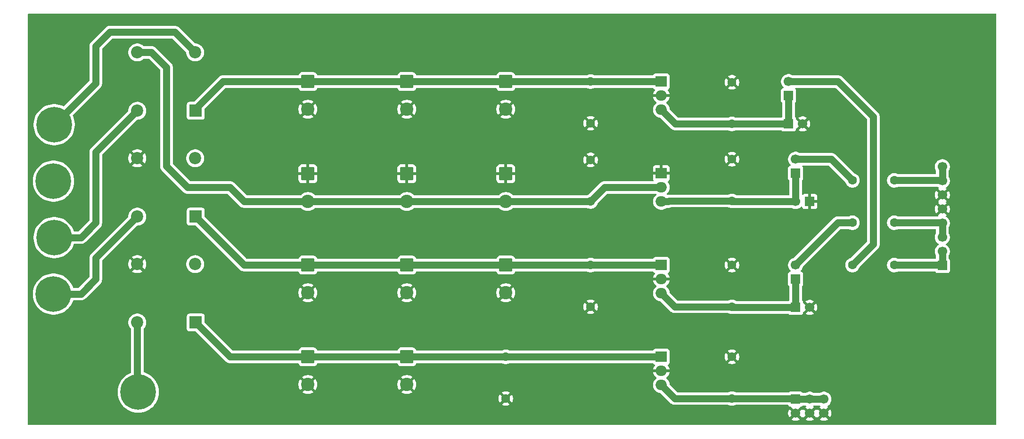
<source format=gbr>
%TF.GenerationSoftware,KiCad,Pcbnew,9.0.7*%
%TF.CreationDate,2026-01-25T12:08:44-05:00*%
%TF.ProjectId,MonitoringPSU,4d6f6e69-746f-4726-996e-675053552e6b,1.0*%
%TF.SameCoordinates,Original*%
%TF.FileFunction,Copper,L1,Top*%
%TF.FilePolarity,Positive*%
%FSLAX46Y46*%
G04 Gerber Fmt 4.6, Leading zero omitted, Abs format (unit mm)*
G04 Created by KiCad (PCBNEW 9.0.7) date 2026-01-25 12:08:44*
%MOMM*%
%LPD*%
G01*
G04 APERTURE LIST*
G04 Aperture macros list*
%AMRoundRect*
0 Rectangle with rounded corners*
0 $1 Rounding radius*
0 $2 $3 $4 $5 $6 $7 $8 $9 X,Y pos of 4 corners*
0 Add a 4 corners polygon primitive as box body*
4,1,4,$2,$3,$4,$5,$6,$7,$8,$9,$2,$3,0*
0 Add four circle primitives for the rounded corners*
1,1,$1+$1,$2,$3*
1,1,$1+$1,$4,$5*
1,1,$1+$1,$6,$7*
1,1,$1+$1,$8,$9*
0 Add four rect primitives between the rounded corners*
20,1,$1+$1,$2,$3,$4,$5,0*
20,1,$1+$1,$4,$5,$6,$7,0*
20,1,$1+$1,$6,$7,$8,$9,0*
20,1,$1+$1,$8,$9,$2,$3,0*%
G04 Aperture macros list end*
%TA.AperFunction,ComponentPad*%
%ADD10C,1.600000*%
%TD*%
%TA.AperFunction,ComponentPad*%
%ADD11R,1.700000X1.700000*%
%TD*%
%TA.AperFunction,ComponentPad*%
%ADD12C,1.700000*%
%TD*%
%TA.AperFunction,ComponentPad*%
%ADD13R,2.200000X2.200000*%
%TD*%
%TA.AperFunction,ComponentPad*%
%ADD14C,2.200000*%
%TD*%
%TA.AperFunction,ComponentPad*%
%ADD15C,0.800000*%
%TD*%
%TA.AperFunction,ComponentPad*%
%ADD16C,6.400000*%
%TD*%
%TA.AperFunction,ComponentPad*%
%ADD17RoundRect,0.250001X-0.949999X0.949999X-0.949999X-0.949999X0.949999X-0.949999X0.949999X0.949999X0*%
%TD*%
%TA.AperFunction,ComponentPad*%
%ADD18C,2.400000*%
%TD*%
%TA.AperFunction,ComponentPad*%
%ADD19R,2.000000X1.905000*%
%TD*%
%TA.AperFunction,ComponentPad*%
%ADD20O,2.000000X1.905000*%
%TD*%
%TA.AperFunction,Conductor*%
%ADD21C,1.270000*%
%TD*%
G04 APERTURE END LIST*
D10*
%TO.P,C14,1*%
%TO.N,Net-(D2-+)*%
X150730000Y-95090000D03*
%TO.P,C14,2*%
%TO.N,GND*%
X150730000Y-102590000D03*
%TD*%
D11*
%TO.P,I2,1,Pin_1*%
%TO.N,Net-(I2-Pin_1)*%
X187560000Y-78580000D03*
D12*
%TO.P,I2,2,Pin_2*%
%TO.N,Net-(I2-Pin_2)*%
X187560000Y-76040000D03*
%TD*%
D13*
%TO.P,D3,1,+*%
%TO.N,Net-(D3-+)*%
X79780000Y-105420000D03*
D14*
%TO.P,D3,2*%
%TO.N,Net-(T1-SC)*%
X79680000Y-94920000D03*
%TO.P,D3,3,-*%
%TO.N,GND*%
X69280000Y-94920000D03*
%TO.P,D3,4*%
%TO.N,Net-(T3-SB)*%
X69280000Y-105420000D03*
%TD*%
D15*
%TO.P,P5,1,1*%
%TO.N,Net-(T3-SB)*%
X67050000Y-117950000D03*
X67752944Y-116252944D03*
X67752944Y-119647056D03*
X69450000Y-115550000D03*
D16*
X69450000Y-117950000D03*
D15*
X69450000Y-120350000D03*
X71147056Y-116252944D03*
X71147056Y-119647056D03*
X71850000Y-117950000D03*
%TD*%
%TO.P,P1,1,1*%
%TO.N,Net-(T1-SB)*%
X51950000Y-69830000D03*
X52652944Y-68132944D03*
X52652944Y-71527056D03*
X54350000Y-67430000D03*
D16*
X54350000Y-69830000D03*
D15*
X54350000Y-72230000D03*
X56047056Y-68132944D03*
X56047056Y-71527056D03*
X56750000Y-69830000D03*
%TD*%
D10*
%TO.P,C10,1*%
%TO.N,GND*%
X176130000Y-76040000D03*
%TO.P,C10,2*%
%TO.N,Net-(I2-Pin_1)*%
X176130000Y-83540000D03*
%TD*%
D17*
%TO.P,C12,1*%
%TO.N,Net-(D2-+)*%
X117710000Y-95090000D03*
D18*
%TO.P,C12,2*%
%TO.N,GND*%
X117710000Y-100090000D03*
%TD*%
D15*
%TO.P,P4,1,1*%
%TO.N,Net-(T2-SB)*%
X51810000Y-100310000D03*
X52512944Y-98612944D03*
X52512944Y-102007056D03*
X54210000Y-97910000D03*
D16*
X54210000Y-100310000D03*
D15*
X54210000Y-102710000D03*
X55907056Y-98612944D03*
X55907056Y-102007056D03*
X56610000Y-100310000D03*
%TD*%
D17*
%TO.P,C3,1*%
%TO.N,Net-(D1-+)*%
X117710000Y-62070000D03*
D18*
%TO.P,C3,2*%
%TO.N,GND*%
X117710000Y-67070000D03*
%TD*%
D19*
%TO.P,U4,1,VI*%
%TO.N,Net-(D3-+)*%
X163430000Y-111600000D03*
D20*
%TO.P,U4,2,GND*%
%TO.N,GND*%
X163430000Y-114140000D03*
%TO.P,U4,3,VO*%
%TO.N,/+12V_AUX*%
X163430000Y-116679999D03*
%TD*%
D17*
%TO.P,C6,1*%
%TO.N,GND*%
X135490000Y-78660000D03*
D18*
%TO.P,C6,2*%
%TO.N,Net-(D1--)*%
X135490000Y-83660000D03*
%TD*%
D11*
%TO.P,V3,1,Pin_1*%
%TO.N,Net-(I3-Pin_1)*%
X187560000Y-102710000D03*
D12*
%TO.P,V3,2,Pin_2*%
%TO.N,GND*%
X190100000Y-102710000D03*
%TD*%
D11*
%TO.P,J1,1,Pin_1*%
%TO.N,/+12V*%
X213930000Y-95170000D03*
D12*
%TO.P,J1,2,Pin_2*%
X213930000Y-92630000D03*
%TO.P,J1,3,Pin_3*%
%TO.N,/+5V*%
X213930000Y-90090001D03*
%TO.P,J1,4,Pin_4*%
X213930000Y-87550000D03*
%TO.P,J1,5,Pin_5*%
%TO.N,GND*%
X213930000Y-85010000D03*
%TO.P,J1,6,Pin_6*%
X213930000Y-82470000D03*
%TO.P,J1,7,Pin_7*%
%TO.N,/-12V*%
X213930000Y-79930000D03*
%TO.P,J1,8,Pin_8*%
X213930000Y-77389999D03*
%TD*%
D10*
%TO.P,C20,1*%
%TO.N,/+12V_AUX*%
X176130000Y-119100000D03*
%TO.P,C20,2*%
%TO.N,GND*%
X176130000Y-111600000D03*
%TD*%
D17*
%TO.P,C11,1*%
%TO.N,Net-(D2-+)*%
X99930000Y-95090000D03*
D18*
%TO.P,C11,2*%
%TO.N,GND*%
X99930000Y-100090000D03*
%TD*%
D15*
%TO.P,H3,1,1*%
%TO.N,GND*%
X216650000Y-54450000D03*
X217352944Y-52752944D03*
X217352944Y-56147056D03*
X219050000Y-52050000D03*
D16*
X219050000Y-54450000D03*
D15*
X219050000Y-56850000D03*
X220747056Y-52752944D03*
X220747056Y-56147056D03*
X221450000Y-54450000D03*
%TD*%
D10*
%TO.P,C19,1*%
%TO.N,Net-(D3-+)*%
X135490000Y-111600000D03*
%TO.P,C19,2*%
%TO.N,GND*%
X135490000Y-119100000D03*
%TD*%
%TO.P,F1,1*%
%TO.N,Net-(I1-Pin_2)*%
X197780000Y-95090000D03*
%TO.P,F1,2*%
%TO.N,/+12V*%
X205280000Y-95090000D03*
%TD*%
D11*
%TO.P,I1,1,Pin_1*%
%TO.N,Net-(I1-Pin_1)*%
X186290000Y-64610000D03*
D12*
%TO.P,I1,2,Pin_2*%
%TO.N,Net-(I1-Pin_2)*%
X186290000Y-62070000D03*
%TD*%
D17*
%TO.P,C17,1*%
%TO.N,Net-(D3-+)*%
X117710000Y-111600000D03*
D18*
%TO.P,C17,2*%
%TO.N,GND*%
X117710000Y-116600000D03*
%TD*%
D15*
%TO.P,H2,1,1*%
%TO.N,GND*%
X141650000Y-54450000D03*
X142352944Y-52752944D03*
X142352944Y-56147056D03*
X144050000Y-52050000D03*
D16*
X144050000Y-54450000D03*
D15*
X144050000Y-56850000D03*
X145747056Y-52752944D03*
X145747056Y-56147056D03*
X146450000Y-54450000D03*
%TD*%
%TO.P,H5,1,1*%
%TO.N,GND*%
X141650000Y-119290000D03*
X142352944Y-117592944D03*
X142352944Y-120987056D03*
X144050000Y-116890000D03*
D16*
X144050000Y-119290000D03*
D15*
X144050000Y-121690000D03*
X145747056Y-117592944D03*
X145747056Y-120987056D03*
X146450000Y-119290000D03*
%TD*%
D13*
%TO.P,D2,1,+*%
%TO.N,Net-(D2-+)*%
X79780000Y-86370000D03*
D14*
%TO.P,D2,2*%
%TO.N,Net-(T1-SC)*%
X79680000Y-75870000D03*
%TO.P,D2,3,-*%
%TO.N,GND*%
X69280000Y-75870000D03*
%TO.P,D2,4*%
%TO.N,Net-(T2-SB)*%
X69280000Y-86370000D03*
%TD*%
D15*
%TO.P,H4,1,1*%
%TO.N,GND*%
X51810000Y-119290000D03*
X52512944Y-117592944D03*
X52512944Y-120987056D03*
X54210000Y-116890000D03*
D16*
X54210000Y-119290000D03*
D15*
X54210000Y-121690000D03*
X55907056Y-117592944D03*
X55907056Y-120987056D03*
X56610000Y-119290000D03*
%TD*%
D17*
%TO.P,C16,1*%
%TO.N,Net-(D3-+)*%
X99930000Y-111600000D03*
D18*
%TO.P,C16,2*%
%TO.N,GND*%
X99930000Y-116600000D03*
%TD*%
D17*
%TO.P,C5,1*%
%TO.N,Net-(D1-+)*%
X135490000Y-62070000D03*
D18*
%TO.P,C5,2*%
%TO.N,GND*%
X135490000Y-67070000D03*
%TD*%
D19*
%TO.P,U3,1,VI*%
%TO.N,Net-(D2-+)*%
X163430000Y-95090000D03*
D20*
%TO.P,U3,2,GND*%
%TO.N,GND*%
X163430000Y-97630000D03*
%TO.P,U3,3,VO*%
%TO.N,Net-(I3-Pin_1)*%
X163430000Y-100169999D03*
%TD*%
D17*
%TO.P,C1,1*%
%TO.N,Net-(D1-+)*%
X99930000Y-62070000D03*
D18*
%TO.P,C1,2*%
%TO.N,GND*%
X99930000Y-67070000D03*
%TD*%
D11*
%TO.P,V2,1,Pin_1*%
%TO.N,GND*%
X190100000Y-83660000D03*
D12*
%TO.P,V2,2,Pin_2*%
%TO.N,Net-(I2-Pin_1)*%
X187560000Y-83660000D03*
%TD*%
D13*
%TO.P,D1,1,+*%
%TO.N,Net-(D1-+)*%
X79780000Y-67320000D03*
D14*
%TO.P,D1,2*%
%TO.N,Net-(T1-SB)*%
X79680000Y-56820000D03*
%TO.P,D1,3,-*%
%TO.N,Net-(D1--)*%
X69280000Y-56820000D03*
%TO.P,D1,4*%
%TO.N,Net-(T1-SA)*%
X69280000Y-67320000D03*
%TD*%
D10*
%TO.P,F2,1*%
%TO.N,Net-(I2-Pin_2)*%
X197780000Y-79850000D03*
%TO.P,F2,2*%
%TO.N,/-12V*%
X205280000Y-79850000D03*
%TD*%
D17*
%TO.P,C4,1*%
%TO.N,GND*%
X117710000Y-78660000D03*
D18*
%TO.P,C4,2*%
%TO.N,Net-(D1--)*%
X117710000Y-83660000D03*
%TD*%
D15*
%TO.P,P3,1,1*%
%TO.N,Net-(T1-SA)*%
X51950000Y-90150000D03*
X52652944Y-88452944D03*
X52652944Y-91847056D03*
X54350000Y-87750000D03*
D16*
X54350000Y-90150000D03*
D15*
X54350000Y-92550000D03*
X56047056Y-88452944D03*
X56047056Y-91847056D03*
X56750000Y-90150000D03*
%TD*%
%TO.P,P2,1,1*%
%TO.N,Net-(T1-SC)*%
X51810000Y-79990000D03*
X52512944Y-78292944D03*
X52512944Y-81687056D03*
X54210000Y-77590000D03*
D16*
X54210000Y-79990000D03*
D15*
X54210000Y-82390000D03*
X55907056Y-78292944D03*
X55907056Y-81687056D03*
X56610000Y-79990000D03*
%TD*%
D11*
%TO.P,I3,1,Pin_1*%
%TO.N,Net-(I3-Pin_1)*%
X187560000Y-97630000D03*
D12*
%TO.P,I3,2,Pin_2*%
%TO.N,Net-(I3-Pin_2)*%
X187560000Y-95090000D03*
%TD*%
D19*
%TO.P,U2,1,GND*%
%TO.N,GND*%
X163430000Y-78580001D03*
D20*
%TO.P,U2,2,VI*%
%TO.N,Net-(D1--)*%
X163430000Y-81120001D03*
%TO.P,U2,3,VO*%
%TO.N,Net-(I2-Pin_1)*%
X163430000Y-83660000D03*
%TD*%
D10*
%TO.P,C8,1*%
%TO.N,GND*%
X150730000Y-76160000D03*
%TO.P,C8,2*%
%TO.N,Net-(D1--)*%
X150730000Y-83660000D03*
%TD*%
D15*
%TO.P,P6,1,1*%
%TO.N,GND*%
X77350000Y-117950000D03*
X78052944Y-116252944D03*
X78052944Y-119647056D03*
X79750000Y-115550000D03*
D16*
X79750000Y-117950000D03*
D15*
X79750000Y-120350000D03*
X81447056Y-116252944D03*
X81447056Y-119647056D03*
X82150000Y-117950000D03*
%TD*%
D17*
%TO.P,C13,1*%
%TO.N,Net-(D2-+)*%
X135490000Y-95090000D03*
D18*
%TO.P,C13,2*%
%TO.N,GND*%
X135490000Y-100090000D03*
%TD*%
D11*
%TO.P,V1,1,Pin_1*%
%TO.N,Net-(I1-Pin_1)*%
X186290000Y-69690000D03*
D12*
%TO.P,V1,2,Pin_2*%
%TO.N,GND*%
X188830000Y-69690000D03*
%TD*%
D10*
%TO.P,C7,1*%
%TO.N,Net-(D1-+)*%
X150730000Y-62070000D03*
%TO.P,C7,2*%
%TO.N,GND*%
X150730000Y-69570000D03*
%TD*%
D15*
%TO.P,H6,1,1*%
%TO.N,GND*%
X216650000Y-119290000D03*
X217352944Y-117592944D03*
X217352944Y-120987056D03*
X219050000Y-116890000D03*
D16*
X219050000Y-119290000D03*
D15*
X219050000Y-121690000D03*
X220747056Y-117592944D03*
X220747056Y-120987056D03*
X221450000Y-119290000D03*
%TD*%
D10*
%TO.P,C9,1*%
%TO.N,Net-(I1-Pin_1)*%
X176130000Y-69690000D03*
%TO.P,C9,2*%
%TO.N,GND*%
X176130000Y-62190000D03*
%TD*%
%TO.P,F3,1*%
%TO.N,Net-(I3-Pin_2)*%
X197780000Y-87470000D03*
%TO.P,F3,2*%
%TO.N,/+5V*%
X205280000Y-87470000D03*
%TD*%
D15*
%TO.P,H1,1,1*%
%TO.N,GND*%
X51810000Y-54450000D03*
X52512944Y-52752944D03*
X52512944Y-56147056D03*
X54210000Y-52050000D03*
D16*
X54210000Y-54450000D03*
D15*
X54210000Y-56850000D03*
X55907056Y-52752944D03*
X55907056Y-56147056D03*
X56610000Y-54450000D03*
%TD*%
D11*
%TO.P,J2,1,Pin_1*%
%TO.N,/+12V_AUX*%
X187560000Y-119220000D03*
D12*
%TO.P,J2,2,Pin_2*%
%TO.N,GND*%
X187560000Y-121760000D03*
%TO.P,J2,3,Pin_3*%
%TO.N,/+12V_AUX*%
X190100000Y-119220000D03*
%TO.P,J2,4,Pin_4*%
%TO.N,GND*%
X190100000Y-121760000D03*
%TO.P,J2,5,Pin_5*%
%TO.N,/+12V_AUX*%
X192640000Y-119220000D03*
%TO.P,J2,6,Pin_6*%
%TO.N,GND*%
X192640000Y-121760000D03*
%TD*%
D10*
%TO.P,C15,1*%
%TO.N,Net-(I3-Pin_1)*%
X176130000Y-102590000D03*
%TO.P,C15,2*%
%TO.N,GND*%
X176130000Y-95090000D03*
%TD*%
D17*
%TO.P,C2,1*%
%TO.N,GND*%
X99930000Y-78660000D03*
D18*
%TO.P,C2,2*%
%TO.N,Net-(D1--)*%
X99930000Y-83660000D03*
%TD*%
D19*
%TO.P,U1,1,VI*%
%TO.N,Net-(D1-+)*%
X163430000Y-62070000D03*
D20*
%TO.P,U1,2,GND*%
%TO.N,GND*%
X163430000Y-64610000D03*
%TO.P,U1,3,VO*%
%TO.N,Net-(I1-Pin_1)*%
X163430000Y-67149999D03*
%TD*%
D21*
%TO.N,Net-(D1-+)*%
X84690000Y-62070000D02*
X79780000Y-66980000D01*
X79780000Y-66980000D02*
X79780000Y-67320000D01*
X99930000Y-62070000D02*
X84690000Y-62070000D01*
X150730000Y-62070000D02*
X135490000Y-62070000D01*
X163430000Y-62070000D02*
X150730000Y-62070000D01*
X117710000Y-62070000D02*
X135490000Y-62070000D01*
X117710000Y-62070000D02*
X99930000Y-62070000D01*
%TO.N,Net-(D1--)*%
X99930000Y-83660000D02*
X117710000Y-83660000D01*
X135490000Y-83660000D02*
X117710000Y-83660000D01*
X74530000Y-77310000D02*
X74530000Y-59530000D01*
X153269999Y-81120001D02*
X150730000Y-83660000D01*
X74530000Y-59530000D02*
X71820000Y-56820000D01*
X163430000Y-81120001D02*
X153269999Y-81120001D01*
X88500000Y-83660000D02*
X85960000Y-81120000D01*
X99930000Y-83660000D02*
X88500000Y-83660000D01*
X78340000Y-81120000D02*
X74530000Y-77310000D01*
X85960000Y-81120000D02*
X78340000Y-81120000D01*
X71820000Y-56820000D02*
X69280000Y-56820000D01*
X150730000Y-83660000D02*
X135490000Y-83660000D01*
%TO.N,Net-(I1-Pin_1)*%
X186290000Y-69690000D02*
X186290000Y-64610000D01*
X176130000Y-69690000D02*
X186290000Y-69690000D01*
X165970001Y-69690000D02*
X163430000Y-67149999D01*
X176130000Y-69690000D02*
X165970001Y-69690000D01*
%TO.N,Net-(I2-Pin_1)*%
X163430000Y-83660000D02*
X164700000Y-83660000D01*
X176250000Y-83660000D02*
X176130000Y-83540000D01*
X187560000Y-78580000D02*
X187560000Y-83660000D01*
X164820000Y-83540000D02*
X176130000Y-83540000D01*
X164700000Y-83660000D02*
X164820000Y-83540000D01*
X187560000Y-83660000D02*
X176250000Y-83660000D01*
%TO.N,Net-(D2-+)*%
X135490000Y-95090000D02*
X117710000Y-95090000D01*
X88500000Y-95090000D02*
X79780000Y-86370000D01*
X150730000Y-95090000D02*
X135490000Y-95090000D01*
X117710000Y-95090000D02*
X99930000Y-95090000D01*
X99930000Y-95090000D02*
X88500000Y-95090000D01*
X163430000Y-95090000D02*
X150730000Y-95090000D01*
%TO.N,Net-(I3-Pin_1)*%
X165850001Y-102590000D02*
X163430000Y-100169999D01*
X187560000Y-102710000D02*
X176250000Y-102710000D01*
X187560000Y-97630000D02*
X187560000Y-102710000D01*
X176250000Y-102710000D02*
X176130000Y-102590000D01*
X176130000Y-102590000D02*
X165850001Y-102590000D01*
%TO.N,Net-(D3-+)*%
X135490000Y-111600000D02*
X163430000Y-111600000D01*
X85960000Y-111600000D02*
X79780000Y-105420000D01*
X117710000Y-111600000D02*
X99930000Y-111600000D01*
X99930000Y-111600000D02*
X85960000Y-111600000D01*
X117710000Y-111600000D02*
X135490000Y-111600000D01*
%TO.N,/+12V_AUX*%
X176130000Y-119100000D02*
X165850001Y-119100000D01*
X190100000Y-119220000D02*
X192639999Y-119220000D01*
X165850001Y-119100000D02*
X163430000Y-116679999D01*
X187440000Y-119100000D02*
X187560000Y-119220000D01*
X187560000Y-119220000D02*
X190100000Y-119220000D01*
X176130000Y-119100000D02*
X187440000Y-119100000D01*
%TO.N,Net-(T1-SA)*%
X54350000Y-90150000D02*
X59150000Y-90150000D01*
X61830000Y-87470000D02*
X61830000Y-74770000D01*
X59150000Y-90150000D02*
X61830000Y-87470000D01*
X61830000Y-74770000D02*
X69280000Y-67320000D01*
%TO.N,Net-(T1-SB)*%
X76040000Y-53180000D02*
X79680000Y-56820000D01*
X61830000Y-55720000D02*
X64370000Y-53180000D01*
X64370000Y-53180000D02*
X76040000Y-53180000D01*
X54350000Y-69830000D02*
X61830000Y-62350000D01*
X61830000Y-62350000D02*
X61830000Y-55720000D01*
%TO.N,Net-(T2-SB)*%
X61830000Y-93820000D02*
X69280000Y-86370000D01*
X61830000Y-97630000D02*
X61830000Y-93820000D01*
X59150000Y-100310000D02*
X61830000Y-97630000D01*
X54210000Y-100310000D02*
X59150000Y-100310000D01*
%TO.N,Net-(T3-SB)*%
X69280000Y-105420000D02*
X69280000Y-117780000D01*
X69280000Y-117780000D02*
X69450000Y-117950000D01*
%TO.N,Net-(I1-Pin_2)*%
X186290000Y-62070000D02*
X195180000Y-62070000D01*
X201530000Y-91340000D02*
X197780000Y-95090000D01*
X201530000Y-68420000D02*
X201530000Y-91340000D01*
X195180000Y-62070000D02*
X201530000Y-68420000D01*
%TO.N,/+12V*%
X213850000Y-95090000D02*
X213930000Y-95170000D01*
X213930000Y-95170000D02*
X213930000Y-92630000D01*
X205280000Y-95090000D02*
X213850000Y-95090000D01*
%TO.N,/-12V*%
X205280000Y-79850000D02*
X213850000Y-79850000D01*
X213930000Y-79930000D02*
X213930000Y-77389999D01*
X213850000Y-79850000D02*
X213930000Y-79930000D01*
%TO.N,Net-(I2-Pin_2)*%
X197780000Y-79850000D02*
X193970000Y-76040000D01*
X193970000Y-76040000D02*
X187560000Y-76040000D01*
%TO.N,Net-(I3-Pin_2)*%
X195180000Y-87470000D02*
X187560000Y-95090000D01*
X197780000Y-87470000D02*
X195180000Y-87470000D01*
%TO.N,/+5V*%
X213850000Y-87470000D02*
X213930000Y-87550000D01*
X205280000Y-87470000D02*
X213850000Y-87470000D01*
X213930000Y-87550000D02*
X213930000Y-90090001D01*
%TD*%
%TA.AperFunction,Conductor*%
%TO.N,GND*%
G36*
X189339598Y-120359122D02*
G01*
X189351279Y-120358250D01*
X189377474Y-120368725D01*
X189384387Y-120370478D01*
X189390300Y-120373682D01*
X189392184Y-120375051D01*
X189402927Y-120380525D01*
X189404280Y-120381258D01*
X189427991Y-120404818D01*
X189452290Y-120427766D01*
X189452683Y-120429353D01*
X189453843Y-120430506D01*
X189461055Y-120463157D01*
X189469087Y-120495587D01*
X189468560Y-120497133D01*
X189468913Y-120498731D01*
X189457328Y-120530095D01*
X189446552Y-120561722D01*
X189445221Y-120562875D01*
X189444705Y-120564273D01*
X189436295Y-120570610D01*
X189401505Y-120600760D01*
X189392446Y-120605376D01*
X189392440Y-120605380D01*
X189338282Y-120644727D01*
X189338282Y-120644728D01*
X189970591Y-121277037D01*
X189907007Y-121294075D01*
X189792993Y-121359901D01*
X189699901Y-121452993D01*
X189634075Y-121567007D01*
X189617037Y-121630591D01*
X188984728Y-120998282D01*
X188984727Y-120998282D01*
X188945380Y-121052440D01*
X188940483Y-121062051D01*
X188892506Y-121112845D01*
X188824684Y-121129638D01*
X188758550Y-121107098D01*
X188719516Y-121062048D01*
X188714626Y-121052452D01*
X188675270Y-120998282D01*
X188675269Y-120998282D01*
X188042962Y-121630590D01*
X188025925Y-121567007D01*
X187960099Y-121452993D01*
X187867007Y-121359901D01*
X187752993Y-121294075D01*
X187689409Y-121277037D01*
X188359627Y-120606818D01*
X188420950Y-120573333D01*
X188447307Y-120570499D01*
X188457872Y-120570499D01*
X188517483Y-120564091D01*
X188652331Y-120513796D01*
X188767546Y-120427546D01*
X188774070Y-120418832D01*
X188784282Y-120405190D01*
X188840215Y-120363318D01*
X188883549Y-120355500D01*
X189325308Y-120355500D01*
X189339598Y-120359122D01*
G37*
%TD.AperFunction*%
%TA.AperFunction,Conductor*%
G36*
X191927705Y-120373098D02*
G01*
X191927839Y-120372837D01*
X191929156Y-120373508D01*
X191930099Y-120373774D01*
X191932174Y-120375045D01*
X191932179Y-120375047D01*
X191932184Y-120375051D01*
X191941493Y-120379794D01*
X191992290Y-120427766D01*
X192009087Y-120495587D01*
X191986552Y-120561722D01*
X191941505Y-120600760D01*
X191932446Y-120605376D01*
X191932440Y-120605380D01*
X191878282Y-120644727D01*
X191878282Y-120644728D01*
X192510591Y-121277037D01*
X192447007Y-121294075D01*
X192332993Y-121359901D01*
X192239901Y-121452993D01*
X192174075Y-121567007D01*
X192157037Y-121630591D01*
X191524728Y-120998282D01*
X191524727Y-120998282D01*
X191485380Y-121052440D01*
X191480483Y-121062051D01*
X191432506Y-121112845D01*
X191364684Y-121129638D01*
X191298550Y-121107098D01*
X191259516Y-121062048D01*
X191254626Y-121052452D01*
X191215270Y-120998282D01*
X191215269Y-120998282D01*
X190582962Y-121630590D01*
X190565925Y-121567007D01*
X190500099Y-121452993D01*
X190407007Y-121359901D01*
X190292993Y-121294075D01*
X190229409Y-121277037D01*
X190861716Y-120644728D01*
X190807547Y-120605373D01*
X190807547Y-120605372D01*
X190798500Y-120600763D01*
X190790486Y-120593193D01*
X190780169Y-120589308D01*
X190765533Y-120569626D01*
X190747706Y-120552788D01*
X190745056Y-120542088D01*
X190738477Y-120533240D01*
X190736805Y-120508768D01*
X190730912Y-120484966D01*
X190734468Y-120474531D01*
X190733717Y-120463532D01*
X190745540Y-120442044D01*
X190753451Y-120418832D01*
X190762965Y-120410374D01*
X190767399Y-120402317D01*
X190792364Y-120384241D01*
X190795722Y-120381257D01*
X190797076Y-120380523D01*
X190807816Y-120375051D01*
X190809697Y-120373684D01*
X190815616Y-120370477D01*
X190840442Y-120365160D01*
X190874692Y-120355500D01*
X191865308Y-120355500D01*
X191927705Y-120373098D01*
G37*
%TD.AperFunction*%
%TA.AperFunction,Conductor*%
G36*
X223572539Y-49890185D02*
G01*
X223618294Y-49942989D01*
X223629500Y-49994500D01*
X223629500Y-123745500D01*
X223609815Y-123812539D01*
X223557011Y-123858294D01*
X223505500Y-123869500D01*
X49754500Y-123869500D01*
X49687461Y-123849815D01*
X49641706Y-123797011D01*
X49630500Y-123745500D01*
X49630500Y-117768209D01*
X65749500Y-117768209D01*
X65749500Y-118131790D01*
X65785137Y-118493630D01*
X65856064Y-118850212D01*
X65856067Y-118850223D01*
X65961614Y-119198165D01*
X66100754Y-119534078D01*
X66100756Y-119534083D01*
X66272140Y-119854720D01*
X66272144Y-119854727D01*
X66272147Y-119854732D01*
X66470981Y-120152308D01*
X66474140Y-120157035D01*
X66474150Y-120157049D01*
X66704807Y-120438106D01*
X66961893Y-120695192D01*
X66961898Y-120695196D01*
X66961899Y-120695197D01*
X67242956Y-120925854D01*
X67545268Y-121127853D01*
X67545277Y-121127858D01*
X67545279Y-121127859D01*
X67865916Y-121299243D01*
X67865918Y-121299243D01*
X67865924Y-121299247D01*
X68201836Y-121438386D01*
X68549767Y-121543930D01*
X68549773Y-121543931D01*
X68549776Y-121543932D01*
X68549787Y-121543935D01*
X68906369Y-121614862D01*
X69268206Y-121650500D01*
X69268209Y-121650500D01*
X69631791Y-121650500D01*
X69631794Y-121650500D01*
X69993631Y-121614862D01*
X70063045Y-121601054D01*
X70350212Y-121543935D01*
X70350223Y-121543932D01*
X70350223Y-121543931D01*
X70350233Y-121543930D01*
X70698164Y-121438386D01*
X71034076Y-121299247D01*
X71354732Y-121127853D01*
X71657044Y-120925854D01*
X71938101Y-120695197D01*
X72195197Y-120438101D01*
X72425854Y-120157044D01*
X72627853Y-119854732D01*
X72799247Y-119534076D01*
X72938386Y-119198164D01*
X72999202Y-118997682D01*
X134190000Y-118997682D01*
X134190000Y-119202317D01*
X134222009Y-119404417D01*
X134285244Y-119599031D01*
X134378141Y-119781350D01*
X134378147Y-119781359D01*
X134410523Y-119825921D01*
X134410524Y-119825922D01*
X135090000Y-119146446D01*
X135090000Y-119152661D01*
X135117259Y-119254394D01*
X135169920Y-119345606D01*
X135244394Y-119420080D01*
X135335606Y-119472741D01*
X135437339Y-119500000D01*
X135443553Y-119500000D01*
X134764076Y-120179474D01*
X134808650Y-120211859D01*
X134990968Y-120304755D01*
X135185582Y-120367990D01*
X135387683Y-120400000D01*
X135592317Y-120400000D01*
X135794417Y-120367990D01*
X135989031Y-120304755D01*
X136171349Y-120211859D01*
X136215921Y-120179474D01*
X135536447Y-119500000D01*
X135542661Y-119500000D01*
X135644394Y-119472741D01*
X135735606Y-119420080D01*
X135810080Y-119345606D01*
X135862741Y-119254394D01*
X135890000Y-119152661D01*
X135890000Y-119146448D01*
X136569474Y-119825922D01*
X136569474Y-119825921D01*
X136601859Y-119781349D01*
X136694755Y-119599031D01*
X136757990Y-119404417D01*
X136790000Y-119202317D01*
X136790000Y-118997682D01*
X136757990Y-118795582D01*
X136694755Y-118600968D01*
X136601859Y-118418650D01*
X136569474Y-118374077D01*
X136569474Y-118374076D01*
X135890000Y-119053551D01*
X135890000Y-119047339D01*
X135862741Y-118945606D01*
X135810080Y-118854394D01*
X135735606Y-118779920D01*
X135644394Y-118727259D01*
X135542661Y-118700000D01*
X135536446Y-118700000D01*
X136215922Y-118020524D01*
X136215921Y-118020523D01*
X136171359Y-117988147D01*
X136171350Y-117988141D01*
X135989031Y-117895244D01*
X135794417Y-117832009D01*
X135592317Y-117800000D01*
X135387683Y-117800000D01*
X135185582Y-117832009D01*
X134990968Y-117895244D01*
X134808644Y-117988143D01*
X134764077Y-118020523D01*
X134764077Y-118020524D01*
X135443554Y-118700000D01*
X135437339Y-118700000D01*
X135335606Y-118727259D01*
X135244394Y-118779920D01*
X135169920Y-118854394D01*
X135117259Y-118945606D01*
X135090000Y-119047339D01*
X135090000Y-119053553D01*
X134410524Y-118374077D01*
X134410523Y-118374077D01*
X134378143Y-118418644D01*
X134285244Y-118600968D01*
X134222009Y-118795582D01*
X134190000Y-118997682D01*
X72999202Y-118997682D01*
X73043930Y-118850233D01*
X73043933Y-118850216D01*
X73043935Y-118850212D01*
X73101054Y-118563045D01*
X73114862Y-118493631D01*
X73150500Y-118131794D01*
X73150500Y-117768206D01*
X73114862Y-117406369D01*
X73104346Y-117353502D01*
X73043935Y-117049787D01*
X73043932Y-117049776D01*
X73043931Y-117049773D01*
X73043930Y-117049767D01*
X72938386Y-116701836D01*
X72850051Y-116488575D01*
X98230000Y-116488575D01*
X98230000Y-116711424D01*
X98259085Y-116932354D01*
X98259088Y-116932367D01*
X98316763Y-117147618D01*
X98402045Y-117353502D01*
X98402054Y-117353520D01*
X98513464Y-117546491D01*
X98513473Y-117546504D01*
X98564040Y-117612403D01*
X98564043Y-117612403D01*
X99365387Y-116811059D01*
X99370889Y-116831591D01*
X99449881Y-116968408D01*
X99561592Y-117080119D01*
X99698409Y-117159111D01*
X99718940Y-117164612D01*
X98917595Y-117965955D01*
X98917595Y-117965956D01*
X98983507Y-118016533D01*
X99176485Y-118127949D01*
X99176497Y-118127954D01*
X99382381Y-118213236D01*
X99597632Y-118270911D01*
X99597645Y-118270914D01*
X99818575Y-118300000D01*
X100041425Y-118300000D01*
X100262354Y-118270914D01*
X100262367Y-118270911D01*
X100477618Y-118213236D01*
X100683502Y-118127954D01*
X100683514Y-118127949D01*
X100876498Y-118016530D01*
X100942403Y-117965957D01*
X100942404Y-117965956D01*
X100141059Y-117164612D01*
X100161591Y-117159111D01*
X100298408Y-117080119D01*
X100410119Y-116968408D01*
X100489111Y-116831591D01*
X100494612Y-116811059D01*
X101295956Y-117612404D01*
X101295957Y-117612403D01*
X101346530Y-117546498D01*
X101457949Y-117353514D01*
X101457954Y-117353502D01*
X101543236Y-117147618D01*
X101600911Y-116932367D01*
X101600914Y-116932354D01*
X101630000Y-116711424D01*
X101630000Y-116488575D01*
X116010000Y-116488575D01*
X116010000Y-116711424D01*
X116039085Y-116932354D01*
X116039088Y-116932367D01*
X116096763Y-117147618D01*
X116182045Y-117353502D01*
X116182054Y-117353520D01*
X116293464Y-117546491D01*
X116293473Y-117546504D01*
X116344040Y-117612403D01*
X116344043Y-117612403D01*
X117145387Y-116811059D01*
X117150889Y-116831591D01*
X117229881Y-116968408D01*
X117341592Y-117080119D01*
X117478409Y-117159111D01*
X117498940Y-117164612D01*
X116697595Y-117965955D01*
X116697595Y-117965956D01*
X116763507Y-118016533D01*
X116956485Y-118127949D01*
X116956497Y-118127954D01*
X117162381Y-118213236D01*
X117377632Y-118270911D01*
X117377645Y-118270914D01*
X117598575Y-118300000D01*
X117821425Y-118300000D01*
X118042354Y-118270914D01*
X118042367Y-118270911D01*
X118257618Y-118213236D01*
X118463502Y-118127954D01*
X118463514Y-118127949D01*
X118656498Y-118016530D01*
X118717906Y-117969409D01*
X118722403Y-117965957D01*
X118722404Y-117965956D01*
X117921059Y-117164612D01*
X117941591Y-117159111D01*
X118078408Y-117080119D01*
X118190119Y-116968408D01*
X118269111Y-116831591D01*
X118274612Y-116811059D01*
X119075956Y-117612404D01*
X119075957Y-117612403D01*
X119126530Y-117546498D01*
X119237949Y-117353514D01*
X119237954Y-117353502D01*
X119323236Y-117147618D01*
X119380911Y-116932367D01*
X119380914Y-116932354D01*
X119410000Y-116711424D01*
X119410000Y-116488575D01*
X119380914Y-116267645D01*
X119380911Y-116267632D01*
X119323236Y-116052381D01*
X119237954Y-115846497D01*
X119237949Y-115846485D01*
X119126533Y-115653507D01*
X119075956Y-115587595D01*
X119075955Y-115587595D01*
X118274612Y-116388939D01*
X118269111Y-116368409D01*
X118190119Y-116231592D01*
X118078408Y-116119881D01*
X117941591Y-116040889D01*
X117921058Y-116035387D01*
X118722403Y-115234043D01*
X118722403Y-115234040D01*
X118656504Y-115183473D01*
X118656491Y-115183464D01*
X118463520Y-115072054D01*
X118463502Y-115072045D01*
X118257618Y-114986763D01*
X118042367Y-114929088D01*
X118042354Y-114929085D01*
X117821425Y-114900000D01*
X117598575Y-114900000D01*
X117377645Y-114929085D01*
X117377632Y-114929088D01*
X117162381Y-114986763D01*
X116956497Y-115072045D01*
X116956479Y-115072054D01*
X116763511Y-115183462D01*
X116697595Y-115234042D01*
X117498941Y-116035387D01*
X117478409Y-116040889D01*
X117341592Y-116119881D01*
X117229881Y-116231592D01*
X117150889Y-116368409D01*
X117145387Y-116388940D01*
X116344042Y-115587595D01*
X116293462Y-115653511D01*
X116182054Y-115846479D01*
X116182045Y-115846497D01*
X116096763Y-116052381D01*
X116039088Y-116267632D01*
X116039085Y-116267645D01*
X116010000Y-116488575D01*
X101630000Y-116488575D01*
X101600914Y-116267645D01*
X101600911Y-116267632D01*
X101543236Y-116052381D01*
X101457954Y-115846497D01*
X101457949Y-115846485D01*
X101346533Y-115653507D01*
X101295956Y-115587595D01*
X101295955Y-115587595D01*
X100494612Y-116388939D01*
X100489111Y-116368409D01*
X100410119Y-116231592D01*
X100298408Y-116119881D01*
X100161591Y-116040889D01*
X100141058Y-116035387D01*
X100942403Y-115234043D01*
X100942403Y-115234041D01*
X100876504Y-115183473D01*
X100876491Y-115183464D01*
X100683520Y-115072054D01*
X100683502Y-115072045D01*
X100477618Y-114986763D01*
X100262367Y-114929088D01*
X100262354Y-114929085D01*
X100041425Y-114900000D01*
X99818575Y-114900000D01*
X99597645Y-114929085D01*
X99597632Y-114929088D01*
X99382381Y-114986763D01*
X99176497Y-115072045D01*
X99176479Y-115072054D01*
X98983511Y-115183462D01*
X98917595Y-115234042D01*
X99718941Y-116035387D01*
X99698409Y-116040889D01*
X99561592Y-116119881D01*
X99449881Y-116231592D01*
X99370889Y-116368409D01*
X99365387Y-116388940D01*
X98564042Y-115587595D01*
X98513462Y-115653511D01*
X98402054Y-115846479D01*
X98402045Y-115846497D01*
X98316763Y-116052381D01*
X98259088Y-116267632D01*
X98259085Y-116267645D01*
X98230000Y-116488575D01*
X72850051Y-116488575D01*
X72799247Y-116365924D01*
X72667734Y-116119881D01*
X72627859Y-116045279D01*
X72627858Y-116045277D01*
X72627853Y-116045268D01*
X72425854Y-115742956D01*
X72195197Y-115461899D01*
X72195196Y-115461898D01*
X72195192Y-115461893D01*
X71938106Y-115204807D01*
X71657049Y-114974150D01*
X71657048Y-114974149D01*
X71657044Y-114974146D01*
X71354732Y-114772147D01*
X71354727Y-114772144D01*
X71354720Y-114772140D01*
X71034083Y-114600756D01*
X71034078Y-114600754D01*
X70832044Y-114517069D01*
X70698164Y-114461614D01*
X70698163Y-114461613D01*
X70698159Y-114461612D01*
X70503504Y-114402563D01*
X70445066Y-114364266D01*
X70416609Y-114300453D01*
X70415500Y-114283903D01*
X70415500Y-106599311D01*
X70435185Y-106532272D01*
X70451819Y-106511630D01*
X70500793Y-106462656D01*
X70648870Y-106258845D01*
X70763241Y-106034379D01*
X70841090Y-105794785D01*
X70880500Y-105545962D01*
X70880500Y-105294038D01*
X70841090Y-105045215D01*
X70763241Y-104805621D01*
X70763239Y-104805618D01*
X70763239Y-104805616D01*
X70721747Y-104724184D01*
X70648870Y-104581155D01*
X70629952Y-104555117D01*
X70500798Y-104377350D01*
X70500794Y-104377345D01*
X70395584Y-104272135D01*
X78179500Y-104272135D01*
X78179500Y-106567870D01*
X78179501Y-106567876D01*
X78185908Y-106627483D01*
X78236202Y-106762328D01*
X78236206Y-106762335D01*
X78322452Y-106877544D01*
X78322455Y-106877547D01*
X78437664Y-106963793D01*
X78437671Y-106963797D01*
X78572517Y-107014091D01*
X78572516Y-107014091D01*
X78579444Y-107014835D01*
X78632127Y-107020500D01*
X79723298Y-107020499D01*
X79790337Y-107040184D01*
X79810979Y-107056818D01*
X85093889Y-112339728D01*
X85220272Y-112466111D01*
X85316669Y-112536148D01*
X85364869Y-112571168D01*
X85422188Y-112600373D01*
X85524119Y-112652309D01*
X85565802Y-112665851D01*
X85565804Y-112665853D01*
X85565805Y-112665853D01*
X85597880Y-112676275D01*
X85694103Y-112707541D01*
X85769759Y-112719523D01*
X85870630Y-112735500D01*
X85870634Y-112735500D01*
X98161297Y-112735500D01*
X98228336Y-112755185D01*
X98274091Y-112807989D01*
X98279003Y-112820496D01*
X98295185Y-112869331D01*
X98295190Y-112869342D01*
X98387286Y-113018651D01*
X98387289Y-113018655D01*
X98511344Y-113142710D01*
X98511348Y-113142713D01*
X98660662Y-113234812D01*
X98660664Y-113234813D01*
X98660666Y-113234814D01*
X98827203Y-113289999D01*
X98929992Y-113300500D01*
X98929997Y-113300500D01*
X100930003Y-113300500D01*
X100930008Y-113300500D01*
X101032797Y-113289999D01*
X101199334Y-113234814D01*
X101348655Y-113142711D01*
X101472711Y-113018655D01*
X101564814Y-112869334D01*
X101580997Y-112820495D01*
X101620770Y-112763051D01*
X101685286Y-112736228D01*
X101698703Y-112735500D01*
X115941297Y-112735500D01*
X116008336Y-112755185D01*
X116054091Y-112807989D01*
X116059003Y-112820496D01*
X116075185Y-112869331D01*
X116075190Y-112869342D01*
X116167286Y-113018651D01*
X116167289Y-113018655D01*
X116291344Y-113142710D01*
X116291348Y-113142713D01*
X116440662Y-113234812D01*
X116440664Y-113234813D01*
X116440666Y-113234814D01*
X116607203Y-113289999D01*
X116709992Y-113300500D01*
X116709997Y-113300500D01*
X118710003Y-113300500D01*
X118710008Y-113300500D01*
X118812797Y-113289999D01*
X118979334Y-113234814D01*
X119128655Y-113142711D01*
X119252711Y-113018655D01*
X119344814Y-112869334D01*
X119360997Y-112820495D01*
X119400770Y-112763051D01*
X119465286Y-112736228D01*
X119478703Y-112735500D01*
X134824178Y-112735500D01*
X134880473Y-112749015D01*
X134990776Y-112805218D01*
X134990778Y-112805218D01*
X134990781Y-112805220D01*
X135037796Y-112820496D01*
X135185465Y-112868477D01*
X135286557Y-112884488D01*
X135387648Y-112900500D01*
X135387649Y-112900500D01*
X135592351Y-112900500D01*
X135592352Y-112900500D01*
X135794534Y-112868477D01*
X135989219Y-112805220D01*
X136099527Y-112749014D01*
X136155822Y-112735500D01*
X161880234Y-112735500D01*
X161947273Y-112755185D01*
X161978935Y-112789192D01*
X161980888Y-112787731D01*
X162072452Y-112910044D01*
X162072455Y-112910047D01*
X162187664Y-112996293D01*
X162187667Y-112996295D01*
X162187668Y-112996295D01*
X162187669Y-112996296D01*
X162216025Y-113006872D01*
X162271958Y-113048742D01*
X162296376Y-113114206D01*
X162281525Y-113182479D01*
X162273010Y-113195939D01*
X162140213Y-113378719D01*
X162036417Y-113582429D01*
X161965765Y-113799871D01*
X161951491Y-113890000D01*
X162939252Y-113890000D01*
X162917482Y-113927708D01*
X162880000Y-114067591D01*
X162880000Y-114212409D01*
X162917482Y-114352292D01*
X162939252Y-114390000D01*
X161951491Y-114390000D01*
X161965765Y-114480128D01*
X162036417Y-114697570D01*
X162140211Y-114901276D01*
X162274597Y-115086242D01*
X162436257Y-115247902D01*
X162436263Y-115247907D01*
X162520862Y-115309372D01*
X162563528Y-115364702D01*
X162569507Y-115434315D01*
X162536901Y-115496110D01*
X162520863Y-115510007D01*
X162435940Y-115571708D01*
X162435931Y-115571715D01*
X162274216Y-115733430D01*
X162274216Y-115733431D01*
X162274214Y-115733433D01*
X162216480Y-115812895D01*
X162139783Y-115918460D01*
X162035950Y-116122243D01*
X161965278Y-116339749D01*
X161965278Y-116339752D01*
X161929500Y-116565645D01*
X161929500Y-116794352D01*
X161965278Y-117020245D01*
X161965278Y-117020248D01*
X162035950Y-117237754D01*
X162035952Y-117237757D01*
X162139783Y-117441537D01*
X162274214Y-117626565D01*
X162435934Y-117788285D01*
X162620962Y-117922716D01*
X162812919Y-118020523D01*
X162824744Y-118026548D01*
X163042251Y-118097220D01*
X163042252Y-118097220D01*
X163042255Y-118097221D01*
X163239065Y-118128392D01*
X163302197Y-118158321D01*
X163307345Y-118163183D01*
X165110272Y-119966111D01*
X165152979Y-119997139D01*
X165254869Y-120071167D01*
X165414120Y-120152309D01*
X165414122Y-120152310D01*
X165497725Y-120179474D01*
X165584104Y-120207540D01*
X165760635Y-120235500D01*
X175464178Y-120235500D01*
X175520473Y-120249015D01*
X175630776Y-120305218D01*
X175630778Y-120305218D01*
X175630781Y-120305220D01*
X175735137Y-120339127D01*
X175825465Y-120368477D01*
X175896905Y-120379792D01*
X176027648Y-120400500D01*
X176027649Y-120400500D01*
X176232351Y-120400500D01*
X176232352Y-120400500D01*
X176434534Y-120368477D01*
X176629219Y-120305220D01*
X176739527Y-120249014D01*
X176795822Y-120235500D01*
X186151452Y-120235500D01*
X186218491Y-120255185D01*
X186261484Y-120304801D01*
X186261953Y-120304546D01*
X186263129Y-120306700D01*
X186264246Y-120307989D01*
X186265544Y-120311122D01*
X186266206Y-120312335D01*
X186352452Y-120427544D01*
X186352455Y-120427547D01*
X186467664Y-120513793D01*
X186467671Y-120513797D01*
X186511369Y-120530095D01*
X186602517Y-120564091D01*
X186662127Y-120570500D01*
X186672685Y-120570499D01*
X186739723Y-120590179D01*
X186760372Y-120606818D01*
X187430591Y-121277037D01*
X187367007Y-121294075D01*
X187252993Y-121359901D01*
X187159901Y-121452993D01*
X187094075Y-121567007D01*
X187077037Y-121630590D01*
X186444728Y-120998282D01*
X186444727Y-120998282D01*
X186405380Y-121052439D01*
X186308904Y-121241782D01*
X186243242Y-121443869D01*
X186243242Y-121443872D01*
X186210000Y-121653753D01*
X186210000Y-121866246D01*
X186243242Y-122076127D01*
X186243242Y-122076130D01*
X186308904Y-122278217D01*
X186405375Y-122467550D01*
X186444728Y-122521716D01*
X187077037Y-121889408D01*
X187094075Y-121952993D01*
X187159901Y-122067007D01*
X187252993Y-122160099D01*
X187367007Y-122225925D01*
X187430590Y-122242962D01*
X186798282Y-122875269D01*
X186798282Y-122875270D01*
X186852449Y-122914624D01*
X187041782Y-123011095D01*
X187243870Y-123076757D01*
X187453754Y-123110000D01*
X187666246Y-123110000D01*
X187876127Y-123076757D01*
X187876130Y-123076757D01*
X188078217Y-123011095D01*
X188267554Y-122914622D01*
X188321716Y-122875270D01*
X188321717Y-122875270D01*
X187689408Y-122242962D01*
X187752993Y-122225925D01*
X187867007Y-122160099D01*
X187960099Y-122067007D01*
X188025925Y-121952993D01*
X188042962Y-121889408D01*
X188675270Y-122521717D01*
X188675270Y-122521716D01*
X188714622Y-122467554D01*
X188719514Y-122457954D01*
X188767488Y-122407157D01*
X188835308Y-122390361D01*
X188901444Y-122412897D01*
X188940486Y-122457954D01*
X188945375Y-122467550D01*
X188984728Y-122521716D01*
X189617037Y-121889408D01*
X189634075Y-121952993D01*
X189699901Y-122067007D01*
X189792993Y-122160099D01*
X189907007Y-122225925D01*
X189970590Y-122242962D01*
X189338282Y-122875269D01*
X189338282Y-122875270D01*
X189392449Y-122914624D01*
X189581782Y-123011095D01*
X189783870Y-123076757D01*
X189993754Y-123110000D01*
X190206246Y-123110000D01*
X190416127Y-123076757D01*
X190416130Y-123076757D01*
X190618217Y-123011095D01*
X190807554Y-122914622D01*
X190861716Y-122875270D01*
X190861717Y-122875270D01*
X190229408Y-122242962D01*
X190292993Y-122225925D01*
X190407007Y-122160099D01*
X190500099Y-122067007D01*
X190565925Y-121952993D01*
X190582962Y-121889409D01*
X191215270Y-122521717D01*
X191215270Y-122521716D01*
X191254622Y-122467554D01*
X191259514Y-122457954D01*
X191307488Y-122407157D01*
X191375308Y-122390361D01*
X191441444Y-122412897D01*
X191480486Y-122457954D01*
X191485375Y-122467550D01*
X191524728Y-122521716D01*
X192157037Y-121889408D01*
X192174075Y-121952993D01*
X192239901Y-122067007D01*
X192332993Y-122160099D01*
X192447007Y-122225925D01*
X192510590Y-122242962D01*
X191878282Y-122875269D01*
X191878282Y-122875270D01*
X191932449Y-122914624D01*
X192121782Y-123011095D01*
X192323870Y-123076757D01*
X192533754Y-123110000D01*
X192746246Y-123110000D01*
X192956127Y-123076757D01*
X192956130Y-123076757D01*
X193158217Y-123011095D01*
X193347554Y-122914622D01*
X193401716Y-122875270D01*
X193401717Y-122875270D01*
X192769408Y-122242962D01*
X192832993Y-122225925D01*
X192947007Y-122160099D01*
X193040099Y-122067007D01*
X193105925Y-121952993D01*
X193122962Y-121889408D01*
X193755270Y-122521717D01*
X193755270Y-122521716D01*
X193794622Y-122467554D01*
X193891095Y-122278217D01*
X193956757Y-122076130D01*
X193956757Y-122076127D01*
X193990000Y-121866246D01*
X193990000Y-121653753D01*
X193956757Y-121443872D01*
X193956757Y-121443869D01*
X193891095Y-121241782D01*
X193794624Y-121052449D01*
X193755270Y-120998282D01*
X193755269Y-120998282D01*
X193122962Y-121630590D01*
X193105925Y-121567007D01*
X193040099Y-121452993D01*
X192947007Y-121359901D01*
X192832993Y-121294075D01*
X192769409Y-121277037D01*
X193401716Y-120644728D01*
X193347547Y-120605373D01*
X193347547Y-120605372D01*
X193338500Y-120600763D01*
X193287706Y-120552788D01*
X193270912Y-120484966D01*
X193293451Y-120418832D01*
X193338508Y-120379793D01*
X193347816Y-120375051D01*
X193444571Y-120304755D01*
X193519786Y-120250109D01*
X193519788Y-120250106D01*
X193519792Y-120250104D01*
X193670104Y-120099792D01*
X193670106Y-120099788D01*
X193670109Y-120099786D01*
X193795048Y-119927820D01*
X193795047Y-119927820D01*
X193795051Y-119927816D01*
X193891557Y-119738412D01*
X193957246Y-119536243D01*
X193990500Y-119326287D01*
X193990500Y-119113713D01*
X193957246Y-118903757D01*
X193891557Y-118701588D01*
X193795051Y-118512184D01*
X193795049Y-118512181D01*
X193795048Y-118512179D01*
X193670109Y-118340213D01*
X193519786Y-118189890D01*
X193347820Y-118064951D01*
X193158414Y-117968444D01*
X193158413Y-117968443D01*
X193158412Y-117968443D01*
X192956243Y-117902754D01*
X192956241Y-117902753D01*
X192956240Y-117902753D01*
X192794957Y-117877208D01*
X192746287Y-117869500D01*
X192533713Y-117869500D01*
X192485042Y-117877208D01*
X192323760Y-117902753D01*
X192121585Y-117968444D01*
X191932175Y-118064953D01*
X191930099Y-118066226D01*
X191929156Y-118066491D01*
X191927843Y-118067161D01*
X191927709Y-118066899D01*
X191865308Y-118084500D01*
X190874692Y-118084500D01*
X190812290Y-118066899D01*
X190812157Y-118067161D01*
X190810843Y-118066491D01*
X190809901Y-118066226D01*
X190807824Y-118064953D01*
X190618414Y-117968444D01*
X190618413Y-117968443D01*
X190618412Y-117968443D01*
X190416243Y-117902754D01*
X190416241Y-117902753D01*
X190416240Y-117902753D01*
X190254957Y-117877208D01*
X190206287Y-117869500D01*
X189993713Y-117869500D01*
X189945042Y-117877208D01*
X189783760Y-117902753D01*
X189581585Y-117968444D01*
X189392175Y-118064953D01*
X189390099Y-118066226D01*
X189389156Y-118066491D01*
X189387843Y-118067161D01*
X189387709Y-118066899D01*
X189325308Y-118084500D01*
X188883549Y-118084500D01*
X188816510Y-118064815D01*
X188784282Y-118034810D01*
X188767550Y-118012458D01*
X188767547Y-118012455D01*
X188767546Y-118012454D01*
X188735068Y-117988141D01*
X188652335Y-117926206D01*
X188652328Y-117926202D01*
X188517482Y-117875908D01*
X188517483Y-117875908D01*
X188457883Y-117869501D01*
X188457881Y-117869500D01*
X188457873Y-117869500D01*
X188457864Y-117869500D01*
X186662129Y-117869500D01*
X186662123Y-117869501D01*
X186602516Y-117875908D01*
X186467671Y-117926202D01*
X186467668Y-117926204D01*
X186449551Y-117939767D01*
X186384086Y-117964184D01*
X186375240Y-117964500D01*
X176795822Y-117964500D01*
X176739527Y-117950985D01*
X176629223Y-117894781D01*
X176434534Y-117831522D01*
X176259995Y-117803878D01*
X176232352Y-117799500D01*
X176027648Y-117799500D01*
X176003329Y-117803351D01*
X175825465Y-117831522D01*
X175630776Y-117894781D01*
X175520473Y-117950985D01*
X175464178Y-117964500D01*
X166371703Y-117964500D01*
X166304664Y-117944815D01*
X166284022Y-117928181D01*
X164960685Y-116604844D01*
X164927200Y-116543521D01*
X164925893Y-116536561D01*
X164918293Y-116488575D01*
X164894722Y-116339754D01*
X164894721Y-116339750D01*
X164894721Y-116339749D01*
X164824049Y-116122243D01*
X164824048Y-116122241D01*
X164720217Y-115918461D01*
X164585786Y-115733433D01*
X164424066Y-115571713D01*
X164339135Y-115510007D01*
X164296471Y-115454678D01*
X164290492Y-115385064D01*
X164323098Y-115323269D01*
X164339137Y-115309372D01*
X164423736Y-115247907D01*
X164423742Y-115247902D01*
X164585402Y-115086242D01*
X164719788Y-114901276D01*
X164823582Y-114697570D01*
X164894234Y-114480128D01*
X164908509Y-114390000D01*
X163920748Y-114390000D01*
X163942518Y-114352292D01*
X163980000Y-114212409D01*
X163980000Y-114067591D01*
X163942518Y-113927708D01*
X163920748Y-113890000D01*
X164908509Y-113890000D01*
X164894234Y-113799871D01*
X164823582Y-113582429D01*
X164719788Y-113378723D01*
X164586988Y-113195940D01*
X164563508Y-113130133D01*
X164579333Y-113062079D01*
X164629439Y-113013384D01*
X164643966Y-113006875D01*
X164672331Y-112996296D01*
X164787546Y-112910046D01*
X164873796Y-112794831D01*
X164924091Y-112659983D01*
X164930500Y-112600373D01*
X164930499Y-111497682D01*
X174830000Y-111497682D01*
X174830000Y-111702317D01*
X174862009Y-111904417D01*
X174925244Y-112099031D01*
X175018141Y-112281350D01*
X175018147Y-112281359D01*
X175050523Y-112325921D01*
X175050524Y-112325922D01*
X175730000Y-111646446D01*
X175730000Y-111652661D01*
X175757259Y-111754394D01*
X175809920Y-111845606D01*
X175884394Y-111920080D01*
X175975606Y-111972741D01*
X176077339Y-112000000D01*
X176083553Y-112000000D01*
X175404076Y-112679474D01*
X175448650Y-112711859D01*
X175630968Y-112804755D01*
X175825582Y-112867990D01*
X176027683Y-112900000D01*
X176232317Y-112900000D01*
X176434417Y-112867990D01*
X176629031Y-112804755D01*
X176811349Y-112711859D01*
X176855921Y-112679474D01*
X176176447Y-112000000D01*
X176182661Y-112000000D01*
X176284394Y-111972741D01*
X176375606Y-111920080D01*
X176450080Y-111845606D01*
X176502741Y-111754394D01*
X176530000Y-111652661D01*
X176530000Y-111646447D01*
X177209474Y-112325921D01*
X177241859Y-112281349D01*
X177334755Y-112099031D01*
X177397990Y-111904417D01*
X177430000Y-111702317D01*
X177430000Y-111497682D01*
X177397990Y-111295582D01*
X177334755Y-111100968D01*
X177241859Y-110918650D01*
X177209474Y-110874077D01*
X177209474Y-110874076D01*
X176530000Y-111553551D01*
X176530000Y-111547339D01*
X176502741Y-111445606D01*
X176450080Y-111354394D01*
X176375606Y-111279920D01*
X176284394Y-111227259D01*
X176182661Y-111200000D01*
X176176446Y-111200000D01*
X176855922Y-110520524D01*
X176855921Y-110520523D01*
X176811359Y-110488147D01*
X176811350Y-110488141D01*
X176629031Y-110395244D01*
X176434417Y-110332009D01*
X176232317Y-110300000D01*
X176027683Y-110300000D01*
X175825582Y-110332009D01*
X175630968Y-110395244D01*
X175448644Y-110488143D01*
X175404077Y-110520523D01*
X175404077Y-110520524D01*
X176083554Y-111200000D01*
X176077339Y-111200000D01*
X175975606Y-111227259D01*
X175884394Y-111279920D01*
X175809920Y-111354394D01*
X175757259Y-111445606D01*
X175730000Y-111547339D01*
X175730000Y-111553553D01*
X175050524Y-110874077D01*
X175050523Y-110874077D01*
X175018143Y-110918644D01*
X174925244Y-111100968D01*
X174862009Y-111295582D01*
X174830000Y-111497682D01*
X164930499Y-111497682D01*
X164930499Y-110599628D01*
X164930498Y-110599618D01*
X164928501Y-110581034D01*
X164924091Y-110540016D01*
X164873797Y-110405171D01*
X164873793Y-110405164D01*
X164787547Y-110289955D01*
X164787544Y-110289952D01*
X164672335Y-110203706D01*
X164672328Y-110203702D01*
X164537482Y-110153408D01*
X164537483Y-110153408D01*
X164477883Y-110147001D01*
X164477881Y-110147000D01*
X164477873Y-110147000D01*
X164477864Y-110147000D01*
X162382129Y-110147000D01*
X162382123Y-110147001D01*
X162322516Y-110153408D01*
X162187671Y-110203702D01*
X162187664Y-110203706D01*
X162072455Y-110289952D01*
X162072452Y-110289955D01*
X161980888Y-110412269D01*
X161978506Y-110410486D01*
X161939662Y-110449332D01*
X161880234Y-110464500D01*
X136155822Y-110464500D01*
X136099527Y-110450985D01*
X135989223Y-110394781D01*
X135794534Y-110331522D01*
X135619995Y-110303878D01*
X135592352Y-110299500D01*
X135387648Y-110299500D01*
X135363329Y-110303351D01*
X135185465Y-110331522D01*
X134990776Y-110394781D01*
X134880473Y-110450985D01*
X134824178Y-110464500D01*
X119478703Y-110464500D01*
X119411664Y-110444815D01*
X119365909Y-110392011D01*
X119360997Y-110379504D01*
X119344814Y-110330666D01*
X119344810Y-110330660D01*
X119344809Y-110330657D01*
X119252713Y-110181348D01*
X119252710Y-110181344D01*
X119128655Y-110057289D01*
X119128651Y-110057286D01*
X118979337Y-109965187D01*
X118979335Y-109965186D01*
X118896065Y-109937593D01*
X118812797Y-109910001D01*
X118812795Y-109910000D01*
X118710015Y-109899500D01*
X118710008Y-109899500D01*
X116709992Y-109899500D01*
X116709984Y-109899500D01*
X116607204Y-109910000D01*
X116607203Y-109910001D01*
X116440664Y-109965186D01*
X116440662Y-109965187D01*
X116291348Y-110057286D01*
X116291344Y-110057289D01*
X116167289Y-110181344D01*
X116167286Y-110181348D01*
X116075190Y-110330657D01*
X116075185Y-110330668D01*
X116059003Y-110379504D01*
X116019230Y-110436949D01*
X115954714Y-110463772D01*
X115941297Y-110464500D01*
X101698703Y-110464500D01*
X101631664Y-110444815D01*
X101585909Y-110392011D01*
X101580997Y-110379504D01*
X101564814Y-110330666D01*
X101564810Y-110330660D01*
X101564809Y-110330657D01*
X101472713Y-110181348D01*
X101472710Y-110181344D01*
X101348655Y-110057289D01*
X101348651Y-110057286D01*
X101199337Y-109965187D01*
X101199335Y-109965186D01*
X101116065Y-109937593D01*
X101032797Y-109910001D01*
X101032795Y-109910000D01*
X100930015Y-109899500D01*
X100930008Y-109899500D01*
X98929992Y-109899500D01*
X98929984Y-109899500D01*
X98827204Y-109910000D01*
X98827203Y-109910001D01*
X98660664Y-109965186D01*
X98660662Y-109965187D01*
X98511348Y-110057286D01*
X98511344Y-110057289D01*
X98387289Y-110181344D01*
X98387286Y-110181348D01*
X98295190Y-110330657D01*
X98295185Y-110330668D01*
X98279003Y-110379504D01*
X98239230Y-110436949D01*
X98174714Y-110463772D01*
X98161297Y-110464500D01*
X86481701Y-110464500D01*
X86414662Y-110444815D01*
X86394020Y-110428181D01*
X81416818Y-105450979D01*
X81383333Y-105389656D01*
X81380499Y-105363298D01*
X81380499Y-104272129D01*
X81380498Y-104272123D01*
X81380497Y-104272116D01*
X81374091Y-104212517D01*
X81369124Y-104199201D01*
X81323797Y-104077671D01*
X81323793Y-104077664D01*
X81237547Y-103962455D01*
X81237544Y-103962452D01*
X81122335Y-103876206D01*
X81122328Y-103876202D01*
X80987482Y-103825908D01*
X80987483Y-103825908D01*
X80927883Y-103819501D01*
X80927881Y-103819500D01*
X80927873Y-103819500D01*
X80927864Y-103819500D01*
X78632129Y-103819500D01*
X78632123Y-103819501D01*
X78572516Y-103825908D01*
X78437671Y-103876202D01*
X78437664Y-103876206D01*
X78322455Y-103962452D01*
X78322452Y-103962455D01*
X78236206Y-104077664D01*
X78236202Y-104077671D01*
X78185908Y-104212517D01*
X78179501Y-104272116D01*
X78179501Y-104272123D01*
X78179500Y-104272135D01*
X70395584Y-104272135D01*
X70322654Y-104199205D01*
X70322649Y-104199201D01*
X70118848Y-104051132D01*
X70118847Y-104051131D01*
X70118845Y-104051130D01*
X70025941Y-104003793D01*
X69894383Y-103936760D01*
X69654785Y-103858910D01*
X69570118Y-103845500D01*
X69405962Y-103819500D01*
X69154038Y-103819500D01*
X69029626Y-103839205D01*
X68905214Y-103858910D01*
X68665616Y-103936760D01*
X68441151Y-104051132D01*
X68237350Y-104199201D01*
X68237345Y-104199205D01*
X68059205Y-104377345D01*
X68059201Y-104377350D01*
X67911132Y-104581151D01*
X67796760Y-104805616D01*
X67718910Y-105045214D01*
X67679500Y-105294038D01*
X67679500Y-105545961D01*
X67718910Y-105794785D01*
X67796760Y-106034383D01*
X67911132Y-106258848D01*
X68059201Y-106462649D01*
X68059205Y-106462654D01*
X68108181Y-106511630D01*
X68141666Y-106572953D01*
X68144500Y-106599311D01*
X68144500Y-114402508D01*
X68124815Y-114469547D01*
X68072011Y-114515302D01*
X68067953Y-114517069D01*
X67865921Y-114600754D01*
X67865916Y-114600756D01*
X67545279Y-114772140D01*
X67545261Y-114772151D01*
X67242964Y-114974140D01*
X67242950Y-114974150D01*
X66961893Y-115204807D01*
X66704807Y-115461893D01*
X66474150Y-115742950D01*
X66474140Y-115742964D01*
X66272151Y-116045261D01*
X66272140Y-116045279D01*
X66100756Y-116365916D01*
X66100754Y-116365921D01*
X65961614Y-116701834D01*
X65856067Y-117049776D01*
X65856064Y-117049787D01*
X65785137Y-117406369D01*
X65749500Y-117768209D01*
X49630500Y-117768209D01*
X49630500Y-100128206D01*
X50509500Y-100128206D01*
X50509500Y-100491794D01*
X50511318Y-100510248D01*
X50545137Y-100853630D01*
X50616064Y-101210212D01*
X50616067Y-101210223D01*
X50721614Y-101558165D01*
X50860754Y-101894078D01*
X50860756Y-101894083D01*
X51032140Y-102214720D01*
X51032151Y-102214738D01*
X51234140Y-102517035D01*
X51234150Y-102517049D01*
X51464807Y-102798106D01*
X51721893Y-103055192D01*
X51721898Y-103055196D01*
X51721899Y-103055197D01*
X52002956Y-103285854D01*
X52305268Y-103487853D01*
X52305277Y-103487858D01*
X52305279Y-103487859D01*
X52625916Y-103659243D01*
X52625918Y-103659243D01*
X52625924Y-103659247D01*
X52961836Y-103798386D01*
X53309767Y-103903930D01*
X53309773Y-103903931D01*
X53309776Y-103903932D01*
X53309787Y-103903935D01*
X53666369Y-103974862D01*
X54028206Y-104010500D01*
X54028209Y-104010500D01*
X54391791Y-104010500D01*
X54391794Y-104010500D01*
X54753631Y-103974862D01*
X54823045Y-103961054D01*
X55110212Y-103903935D01*
X55110223Y-103903932D01*
X55110223Y-103903931D01*
X55110233Y-103903930D01*
X55458164Y-103798386D01*
X55794076Y-103659247D01*
X56114732Y-103487853D01*
X56417044Y-103285854D01*
X56698101Y-103055197D01*
X56955197Y-102798101D01*
X57185854Y-102517044D01*
X57205473Y-102487682D01*
X149430000Y-102487682D01*
X149430000Y-102692317D01*
X149462009Y-102894417D01*
X149525244Y-103089031D01*
X149618141Y-103271350D01*
X149618147Y-103271359D01*
X149650523Y-103315921D01*
X149650524Y-103315922D01*
X150330000Y-102636446D01*
X150330000Y-102642661D01*
X150357259Y-102744394D01*
X150409920Y-102835606D01*
X150484394Y-102910080D01*
X150575606Y-102962741D01*
X150677339Y-102990000D01*
X150683553Y-102990000D01*
X150004076Y-103669474D01*
X150048650Y-103701859D01*
X150230968Y-103794755D01*
X150425582Y-103857990D01*
X150627683Y-103890000D01*
X150832317Y-103890000D01*
X151034417Y-103857990D01*
X151229031Y-103794755D01*
X151411349Y-103701859D01*
X151455921Y-103669474D01*
X150776447Y-102990000D01*
X150782661Y-102990000D01*
X150884394Y-102962741D01*
X150975606Y-102910080D01*
X151050080Y-102835606D01*
X151102741Y-102744394D01*
X151130000Y-102642661D01*
X151130000Y-102636447D01*
X151809474Y-103315921D01*
X151841859Y-103271349D01*
X151934755Y-103089031D01*
X151997990Y-102894417D01*
X152030000Y-102692317D01*
X152030000Y-102487682D01*
X151997990Y-102285582D01*
X151934755Y-102090968D01*
X151841859Y-101908650D01*
X151809474Y-101864077D01*
X151809474Y-101864076D01*
X151130000Y-102543551D01*
X151130000Y-102537339D01*
X151102741Y-102435606D01*
X151050080Y-102344394D01*
X150975606Y-102269920D01*
X150884394Y-102217259D01*
X150782661Y-102190000D01*
X150776446Y-102190000D01*
X151455922Y-101510524D01*
X151455921Y-101510523D01*
X151411359Y-101478147D01*
X151411350Y-101478141D01*
X151229031Y-101385244D01*
X151034417Y-101322009D01*
X150832317Y-101290000D01*
X150627683Y-101290000D01*
X150425582Y-101322009D01*
X150230968Y-101385244D01*
X150048644Y-101478143D01*
X150004077Y-101510523D01*
X150004077Y-101510524D01*
X150683554Y-102190000D01*
X150677339Y-102190000D01*
X150575606Y-102217259D01*
X150484394Y-102269920D01*
X150409920Y-102344394D01*
X150357259Y-102435606D01*
X150330000Y-102537339D01*
X150330000Y-102543553D01*
X149650524Y-101864077D01*
X149650523Y-101864077D01*
X149618143Y-101908644D01*
X149525244Y-102090968D01*
X149462009Y-102285582D01*
X149430000Y-102487682D01*
X57205473Y-102487682D01*
X57387853Y-102214732D01*
X57559247Y-101894076D01*
X57698386Y-101558164D01*
X57704448Y-101538181D01*
X57705867Y-101533504D01*
X57744164Y-101475066D01*
X57807977Y-101446609D01*
X57824527Y-101445500D01*
X59239370Y-101445500D01*
X59338608Y-101429782D01*
X59415897Y-101417541D01*
X59574801Y-101365909D01*
X59585881Y-101362309D01*
X59745132Y-101281167D01*
X59889728Y-101176111D01*
X60016111Y-101049728D01*
X60074670Y-100991169D01*
X60074682Y-100991155D01*
X61087263Y-99978575D01*
X98230000Y-99978575D01*
X98230000Y-100201424D01*
X98259085Y-100422354D01*
X98259088Y-100422367D01*
X98316763Y-100637618D01*
X98402045Y-100843502D01*
X98402054Y-100843520D01*
X98513464Y-101036491D01*
X98513473Y-101036504D01*
X98564040Y-101102403D01*
X98564043Y-101102403D01*
X99365387Y-100301059D01*
X99370889Y-100321591D01*
X99449881Y-100458408D01*
X99561592Y-100570119D01*
X99698409Y-100649111D01*
X99718940Y-100654612D01*
X98917595Y-101455955D01*
X98917595Y-101455956D01*
X98983507Y-101506533D01*
X99176485Y-101617949D01*
X99176497Y-101617954D01*
X99382381Y-101703236D01*
X99597632Y-101760911D01*
X99597645Y-101760914D01*
X99818575Y-101790000D01*
X100041425Y-101790000D01*
X100262354Y-101760914D01*
X100262367Y-101760911D01*
X100477618Y-101703236D01*
X100683502Y-101617954D01*
X100683514Y-101617949D01*
X100876498Y-101506530D01*
X100942403Y-101455957D01*
X100942404Y-101455956D01*
X100141059Y-100654612D01*
X100161591Y-100649111D01*
X100298408Y-100570119D01*
X100410119Y-100458408D01*
X100489111Y-100321591D01*
X100494612Y-100301059D01*
X101295956Y-101102404D01*
X101295957Y-101102403D01*
X101346530Y-101036498D01*
X101457949Y-100843514D01*
X101457954Y-100843502D01*
X101543236Y-100637618D01*
X101600911Y-100422367D01*
X101600914Y-100422354D01*
X101630000Y-100201424D01*
X101630000Y-99978575D01*
X116010000Y-99978575D01*
X116010000Y-100201424D01*
X116039085Y-100422354D01*
X116039088Y-100422367D01*
X116096763Y-100637618D01*
X116182045Y-100843502D01*
X116182054Y-100843520D01*
X116293464Y-101036491D01*
X116293473Y-101036504D01*
X116344040Y-101102403D01*
X116344043Y-101102403D01*
X117145387Y-100301059D01*
X117150889Y-100321591D01*
X117229881Y-100458408D01*
X117341592Y-100570119D01*
X117478409Y-100649111D01*
X117498940Y-100654612D01*
X116697595Y-101455955D01*
X116697595Y-101455956D01*
X116763507Y-101506533D01*
X116956485Y-101617949D01*
X116956497Y-101617954D01*
X117162381Y-101703236D01*
X117377632Y-101760911D01*
X117377645Y-101760914D01*
X117598575Y-101790000D01*
X117821425Y-101790000D01*
X118042354Y-101760914D01*
X118042367Y-101760911D01*
X118257618Y-101703236D01*
X118463502Y-101617954D01*
X118463514Y-101617949D01*
X118656498Y-101506530D01*
X118722403Y-101455957D01*
X118722404Y-101455956D01*
X117921059Y-100654612D01*
X117941591Y-100649111D01*
X118078408Y-100570119D01*
X118190119Y-100458408D01*
X118269111Y-100321591D01*
X118274612Y-100301059D01*
X119075956Y-101102404D01*
X119075957Y-101102403D01*
X119126530Y-101036498D01*
X119237949Y-100843514D01*
X119237954Y-100843502D01*
X119323236Y-100637618D01*
X119380911Y-100422367D01*
X119380914Y-100422354D01*
X119410000Y-100201424D01*
X119410000Y-99978575D01*
X133790000Y-99978575D01*
X133790000Y-100201424D01*
X133819085Y-100422354D01*
X133819088Y-100422367D01*
X133876763Y-100637618D01*
X133962045Y-100843502D01*
X133962054Y-100843520D01*
X134073464Y-101036491D01*
X134073473Y-101036504D01*
X134124040Y-101102403D01*
X134124043Y-101102403D01*
X134925387Y-100301059D01*
X134930889Y-100321591D01*
X135009881Y-100458408D01*
X135121592Y-100570119D01*
X135258409Y-100649111D01*
X135278940Y-100654612D01*
X134477595Y-101455955D01*
X134477595Y-101455956D01*
X134543507Y-101506533D01*
X134736485Y-101617949D01*
X134736497Y-101617954D01*
X134942381Y-101703236D01*
X135157632Y-101760911D01*
X135157645Y-101760914D01*
X135378575Y-101790000D01*
X135601425Y-101790000D01*
X135822354Y-101760914D01*
X135822367Y-101760911D01*
X136037618Y-101703236D01*
X136243502Y-101617954D01*
X136243514Y-101617949D01*
X136436498Y-101506530D01*
X136497906Y-101459409D01*
X136502403Y-101455957D01*
X136502404Y-101455956D01*
X135701059Y-100654612D01*
X135721591Y-100649111D01*
X135858408Y-100570119D01*
X135970119Y-100458408D01*
X136049111Y-100321591D01*
X136054612Y-100301059D01*
X136855956Y-101102404D01*
X136855957Y-101102403D01*
X136906530Y-101036498D01*
X137017949Y-100843514D01*
X137017954Y-100843502D01*
X137103236Y-100637618D01*
X137160911Y-100422367D01*
X137160914Y-100422354D01*
X137190000Y-100201424D01*
X137190000Y-99978575D01*
X137160914Y-99757645D01*
X137160911Y-99757632D01*
X137103236Y-99542381D01*
X137017954Y-99336497D01*
X137017949Y-99336485D01*
X136906533Y-99143507D01*
X136855956Y-99077595D01*
X136855955Y-99077595D01*
X136054612Y-99878939D01*
X136049111Y-99858409D01*
X135970119Y-99721592D01*
X135858408Y-99609881D01*
X135721591Y-99530889D01*
X135701058Y-99525387D01*
X136502403Y-98724043D01*
X136502403Y-98724040D01*
X136436504Y-98673473D01*
X136436491Y-98673464D01*
X136243520Y-98562054D01*
X136243502Y-98562045D01*
X136037618Y-98476763D01*
X135822367Y-98419088D01*
X135822354Y-98419085D01*
X135601425Y-98390000D01*
X135378575Y-98390000D01*
X135157645Y-98419085D01*
X135157632Y-98419088D01*
X134942381Y-98476763D01*
X134736497Y-98562045D01*
X134736479Y-98562054D01*
X134543511Y-98673462D01*
X134477595Y-98724042D01*
X135278941Y-99525387D01*
X135258409Y-99530889D01*
X135121592Y-99609881D01*
X135009881Y-99721592D01*
X134930889Y-99858409D01*
X134925387Y-99878940D01*
X134124042Y-99077595D01*
X134073462Y-99143511D01*
X133962054Y-99336479D01*
X133962045Y-99336497D01*
X133876763Y-99542381D01*
X133819088Y-99757632D01*
X133819085Y-99757645D01*
X133790000Y-99978575D01*
X119410000Y-99978575D01*
X119380914Y-99757645D01*
X119380911Y-99757632D01*
X119323236Y-99542381D01*
X119237954Y-99336497D01*
X119237949Y-99336485D01*
X119126533Y-99143507D01*
X119075956Y-99077595D01*
X119075955Y-99077595D01*
X118274612Y-99878939D01*
X118269111Y-99858409D01*
X118190119Y-99721592D01*
X118078408Y-99609881D01*
X117941591Y-99530889D01*
X117921058Y-99525387D01*
X118722403Y-98724043D01*
X118722403Y-98724041D01*
X118656504Y-98673473D01*
X118656491Y-98673464D01*
X118463520Y-98562054D01*
X118463502Y-98562045D01*
X118257618Y-98476763D01*
X118042367Y-98419088D01*
X118042354Y-98419085D01*
X117821425Y-98390000D01*
X117598575Y-98390000D01*
X117377645Y-98419085D01*
X117377632Y-98419088D01*
X117162381Y-98476763D01*
X116956497Y-98562045D01*
X116956479Y-98562054D01*
X116763511Y-98673462D01*
X116697595Y-98724042D01*
X117498941Y-99525387D01*
X117478409Y-99530889D01*
X117341592Y-99609881D01*
X117229881Y-99721592D01*
X117150889Y-99858409D01*
X117145387Y-99878940D01*
X116344042Y-99077595D01*
X116293462Y-99143511D01*
X116182054Y-99336479D01*
X116182045Y-99336497D01*
X116096763Y-99542381D01*
X116039088Y-99757632D01*
X116039085Y-99757645D01*
X116010000Y-99978575D01*
X101630000Y-99978575D01*
X101600914Y-99757645D01*
X101600911Y-99757632D01*
X101543236Y-99542381D01*
X101457954Y-99336497D01*
X101457949Y-99336485D01*
X101346533Y-99143507D01*
X101295956Y-99077595D01*
X101295955Y-99077595D01*
X100494612Y-99878939D01*
X100489111Y-99858409D01*
X100410119Y-99721592D01*
X100298408Y-99609881D01*
X100161591Y-99530889D01*
X100141058Y-99525387D01*
X100942403Y-98724043D01*
X100942403Y-98724041D01*
X100876504Y-98673473D01*
X100876491Y-98673464D01*
X100683520Y-98562054D01*
X100683502Y-98562045D01*
X100477618Y-98476763D01*
X100262367Y-98419088D01*
X100262354Y-98419085D01*
X100041425Y-98390000D01*
X99818575Y-98390000D01*
X99597645Y-98419085D01*
X99597632Y-98419088D01*
X99382381Y-98476763D01*
X99176497Y-98562045D01*
X99176479Y-98562054D01*
X98983511Y-98673462D01*
X98917595Y-98724042D01*
X99718941Y-99525387D01*
X99698409Y-99530889D01*
X99561592Y-99609881D01*
X99449881Y-99721592D01*
X99370889Y-99858409D01*
X99365387Y-99878940D01*
X98564042Y-99077595D01*
X98513462Y-99143511D01*
X98402054Y-99336479D01*
X98402045Y-99336497D01*
X98316763Y-99542381D01*
X98259088Y-99757632D01*
X98259085Y-99757645D01*
X98230000Y-99978575D01*
X61087263Y-99978575D01*
X62696111Y-98369729D01*
X62740319Y-98308881D01*
X62801167Y-98225132D01*
X62882309Y-98065881D01*
X62937540Y-97895897D01*
X62965500Y-97719366D01*
X62965500Y-94794071D01*
X67680000Y-94794071D01*
X67680000Y-95045928D01*
X67719397Y-95294669D01*
X67797219Y-95534184D01*
X67911557Y-95758583D01*
X67985748Y-95860697D01*
X67985748Y-95860698D01*
X68756212Y-95090233D01*
X68767482Y-95132292D01*
X68839890Y-95257708D01*
X68942292Y-95360110D01*
X69067708Y-95432518D01*
X69109765Y-95443787D01*
X68339300Y-96214250D01*
X68441416Y-96288442D01*
X68665815Y-96402780D01*
X68905330Y-96480602D01*
X69154072Y-96520000D01*
X69405928Y-96520000D01*
X69654669Y-96480602D01*
X69894184Y-96402780D01*
X70118575Y-96288446D01*
X70118581Y-96288442D01*
X70220697Y-96214250D01*
X70220698Y-96214250D01*
X69450234Y-95443787D01*
X69492292Y-95432518D01*
X69617708Y-95360110D01*
X69720110Y-95257708D01*
X69792518Y-95132292D01*
X69803787Y-95090235D01*
X70574250Y-95860698D01*
X70574250Y-95860697D01*
X70648442Y-95758581D01*
X70648446Y-95758575D01*
X70762780Y-95534184D01*
X70840602Y-95294669D01*
X70880000Y-95045928D01*
X70880000Y-94794071D01*
X70879995Y-94794038D01*
X78079500Y-94794038D01*
X78079500Y-95045962D01*
X78094816Y-95142661D01*
X78118910Y-95294785D01*
X78196760Y-95534383D01*
X78275413Y-95688747D01*
X78310995Y-95758581D01*
X78311132Y-95758848D01*
X78459201Y-95962649D01*
X78459205Y-95962654D01*
X78637345Y-96140794D01*
X78637350Y-96140798D01*
X78781211Y-96245318D01*
X78841155Y-96288870D01*
X78976811Y-96357990D01*
X79065616Y-96403239D01*
X79065618Y-96403239D01*
X79065621Y-96403241D01*
X79305215Y-96481090D01*
X79554038Y-96520500D01*
X79554039Y-96520500D01*
X79805961Y-96520500D01*
X79805962Y-96520500D01*
X80054785Y-96481090D01*
X80294379Y-96403241D01*
X80518845Y-96288870D01*
X80722656Y-96140793D01*
X80900793Y-95962656D01*
X81048870Y-95758845D01*
X81163241Y-95534379D01*
X81241090Y-95294785D01*
X81280500Y-95045962D01*
X81280500Y-94794038D01*
X81241090Y-94545215D01*
X81163241Y-94305621D01*
X81163239Y-94305618D01*
X81163239Y-94305616D01*
X81114626Y-94210208D01*
X81048870Y-94081155D01*
X81011716Y-94030017D01*
X80900798Y-93877350D01*
X80900794Y-93877345D01*
X80722654Y-93699205D01*
X80722649Y-93699201D01*
X80518848Y-93551132D01*
X80518847Y-93551131D01*
X80518845Y-93551130D01*
X80417011Y-93499243D01*
X80294383Y-93436760D01*
X80054785Y-93358910D01*
X79949851Y-93342290D01*
X79805962Y-93319500D01*
X79554038Y-93319500D01*
X79501300Y-93327853D01*
X79305214Y-93358910D01*
X79065616Y-93436760D01*
X78841151Y-93551132D01*
X78637350Y-93699201D01*
X78637345Y-93699205D01*
X78459205Y-93877345D01*
X78459201Y-93877350D01*
X78311132Y-94081151D01*
X78196760Y-94305616D01*
X78118910Y-94545214D01*
X78111694Y-94590776D01*
X78079500Y-94794038D01*
X70879995Y-94794038D01*
X70840602Y-94545330D01*
X70762780Y-94305815D01*
X70648442Y-94081416D01*
X70574250Y-93979301D01*
X70574250Y-93979300D01*
X69803787Y-94749764D01*
X69792518Y-94707708D01*
X69720110Y-94582292D01*
X69617708Y-94479890D01*
X69492292Y-94407482D01*
X69450232Y-94396212D01*
X70220698Y-93625748D01*
X70118583Y-93551557D01*
X69894184Y-93437219D01*
X69654669Y-93359397D01*
X69405928Y-93320000D01*
X69154072Y-93320000D01*
X68905330Y-93359397D01*
X68665815Y-93437219D01*
X68441413Y-93551559D01*
X68339301Y-93625747D01*
X68339300Y-93625748D01*
X69109765Y-94396212D01*
X69067708Y-94407482D01*
X68942292Y-94479890D01*
X68839890Y-94582292D01*
X68767482Y-94707708D01*
X68756212Y-94749765D01*
X67985748Y-93979300D01*
X67985747Y-93979301D01*
X67911559Y-94081413D01*
X67797219Y-94305815D01*
X67719397Y-94545330D01*
X67680000Y-94794071D01*
X62965500Y-94794071D01*
X62965500Y-94341701D01*
X62985185Y-94274662D01*
X63001819Y-94254020D01*
X69249020Y-88006819D01*
X69310343Y-87973334D01*
X69336701Y-87970500D01*
X69405961Y-87970500D01*
X69405962Y-87970500D01*
X69654785Y-87931090D01*
X69894379Y-87853241D01*
X70118845Y-87738870D01*
X70322656Y-87590793D01*
X70500793Y-87412656D01*
X70648870Y-87208845D01*
X70763241Y-86984379D01*
X70841090Y-86744785D01*
X70880500Y-86495962D01*
X70880500Y-86244038D01*
X70841090Y-85995215D01*
X70763241Y-85755621D01*
X70763239Y-85755618D01*
X70763239Y-85755616D01*
X70721747Y-85674184D01*
X70648870Y-85531155D01*
X70560918Y-85410099D01*
X70500798Y-85327350D01*
X70500794Y-85327345D01*
X70395584Y-85222135D01*
X78179500Y-85222135D01*
X78179500Y-87517870D01*
X78179501Y-87517876D01*
X78185908Y-87577483D01*
X78236202Y-87712328D01*
X78236206Y-87712335D01*
X78322452Y-87827544D01*
X78322455Y-87827547D01*
X78437664Y-87913793D01*
X78437671Y-87913797D01*
X78572517Y-87964091D01*
X78572516Y-87964091D01*
X78579444Y-87964835D01*
X78632127Y-87970500D01*
X79723298Y-87970499D01*
X79790337Y-87990184D01*
X79810978Y-88006817D01*
X87760271Y-95956111D01*
X87807604Y-95990500D01*
X87904868Y-96061167D01*
X88064119Y-96142309D01*
X88064121Y-96142310D01*
X88147724Y-96169474D01*
X88234103Y-96197540D01*
X88410634Y-96225500D01*
X98161297Y-96225500D01*
X98228336Y-96245185D01*
X98274091Y-96297989D01*
X98279003Y-96310496D01*
X98295185Y-96359331D01*
X98295190Y-96359342D01*
X98387286Y-96508651D01*
X98387289Y-96508655D01*
X98511344Y-96632710D01*
X98511348Y-96632713D01*
X98660662Y-96724812D01*
X98660664Y-96724813D01*
X98660666Y-96724814D01*
X98827203Y-96779999D01*
X98929992Y-96790500D01*
X98929997Y-96790500D01*
X100930003Y-96790500D01*
X100930008Y-96790500D01*
X101032797Y-96779999D01*
X101199334Y-96724814D01*
X101348655Y-96632711D01*
X101472711Y-96508655D01*
X101564814Y-96359334D01*
X101580997Y-96310495D01*
X101620770Y-96253051D01*
X101685286Y-96226228D01*
X101698703Y-96225500D01*
X115941297Y-96225500D01*
X116008336Y-96245185D01*
X116054091Y-96297989D01*
X116059003Y-96310496D01*
X116075185Y-96359331D01*
X116075190Y-96359342D01*
X116167286Y-96508651D01*
X116167289Y-96508655D01*
X116291344Y-96632710D01*
X116291348Y-96632713D01*
X116440662Y-96724812D01*
X116440664Y-96724813D01*
X116440666Y-96724814D01*
X116607203Y-96779999D01*
X116709992Y-96790500D01*
X116709997Y-96790500D01*
X118710003Y-96790500D01*
X118710008Y-96790500D01*
X118812797Y-96779999D01*
X118979334Y-96724814D01*
X119128655Y-96632711D01*
X119252711Y-96508655D01*
X119344814Y-96359334D01*
X119360997Y-96310495D01*
X119400770Y-96253051D01*
X119465286Y-96226228D01*
X119478703Y-96225500D01*
X133721297Y-96225500D01*
X133788336Y-96245185D01*
X133834091Y-96297989D01*
X133839003Y-96310496D01*
X133855185Y-96359331D01*
X133855190Y-96359342D01*
X133947286Y-96508651D01*
X133947289Y-96508655D01*
X134071344Y-96632710D01*
X134071348Y-96632713D01*
X134220662Y-96724812D01*
X134220664Y-96724813D01*
X134220666Y-96724814D01*
X134387203Y-96779999D01*
X134489992Y-96790500D01*
X134489997Y-96790500D01*
X136490003Y-96790500D01*
X136490008Y-96790500D01*
X136592797Y-96779999D01*
X136759334Y-96724814D01*
X136908655Y-96632711D01*
X137032711Y-96508655D01*
X137124814Y-96359334D01*
X137140997Y-96310495D01*
X137180770Y-96253051D01*
X137245286Y-96226228D01*
X137258703Y-96225500D01*
X150064178Y-96225500D01*
X150120473Y-96239015D01*
X150230776Y-96295218D01*
X150230778Y-96295218D01*
X150230781Y-96295220D01*
X150277796Y-96310496D01*
X150425465Y-96358477D01*
X150526557Y-96374488D01*
X150627648Y-96390500D01*
X150627649Y-96390500D01*
X150832351Y-96390500D01*
X150832352Y-96390500D01*
X151034534Y-96358477D01*
X151229219Y-96295220D01*
X151339527Y-96239014D01*
X151395822Y-96225500D01*
X161880234Y-96225500D01*
X161947273Y-96245185D01*
X161978935Y-96279192D01*
X161980888Y-96277731D01*
X162072452Y-96400044D01*
X162072455Y-96400047D01*
X162187664Y-96486293D01*
X162187667Y-96486295D01*
X162187668Y-96486295D01*
X162187669Y-96486296D01*
X162216025Y-96496872D01*
X162271958Y-96538742D01*
X162296376Y-96604206D01*
X162281525Y-96672479D01*
X162273010Y-96685939D01*
X162140213Y-96868719D01*
X162036417Y-97072429D01*
X161965765Y-97289871D01*
X161951491Y-97380000D01*
X162939252Y-97380000D01*
X162917482Y-97417708D01*
X162880000Y-97557591D01*
X162880000Y-97702409D01*
X162917482Y-97842292D01*
X162939252Y-97880000D01*
X161951491Y-97880000D01*
X161965765Y-97970128D01*
X162036417Y-98187570D01*
X162140211Y-98391276D01*
X162274597Y-98576242D01*
X162436257Y-98737902D01*
X162436263Y-98737907D01*
X162520862Y-98799372D01*
X162563528Y-98854702D01*
X162569507Y-98924315D01*
X162536901Y-98986110D01*
X162520863Y-99000007D01*
X162435940Y-99061708D01*
X162435931Y-99061715D01*
X162274216Y-99223430D01*
X162274216Y-99223431D01*
X162274214Y-99223433D01*
X162216480Y-99302895D01*
X162139783Y-99408460D01*
X162035950Y-99612243D01*
X161965278Y-99829749D01*
X161965278Y-99829752D01*
X161929500Y-100055645D01*
X161929500Y-100284352D01*
X161965278Y-100510245D01*
X161965278Y-100510248D01*
X162035950Y-100727754D01*
X162035952Y-100727757D01*
X162139783Y-100931537D01*
X162274214Y-101116565D01*
X162435934Y-101278285D01*
X162620962Y-101412716D01*
X162812919Y-101510523D01*
X162824744Y-101516548D01*
X163042251Y-101587220D01*
X163042252Y-101587220D01*
X163042255Y-101587221D01*
X163239065Y-101618392D01*
X163302197Y-101648321D01*
X163307345Y-101653183D01*
X165110272Y-103456111D01*
X165131751Y-103471716D01*
X165157606Y-103490501D01*
X165206237Y-103525833D01*
X165254869Y-103561167D01*
X165414120Y-103642309D01*
X165414122Y-103642310D01*
X165497725Y-103669474D01*
X165584104Y-103697540D01*
X165760635Y-103725500D01*
X175464178Y-103725500D01*
X175520473Y-103739015D01*
X175630776Y-103795218D01*
X175630778Y-103795218D01*
X175630781Y-103795220D01*
X175725229Y-103825908D01*
X175825465Y-103858477D01*
X175926557Y-103874488D01*
X176027648Y-103890500D01*
X176027649Y-103890500D01*
X176232351Y-103890500D01*
X176232352Y-103890500D01*
X176434534Y-103858477D01*
X176455795Y-103851568D01*
X176494112Y-103845500D01*
X186236451Y-103845500D01*
X186303490Y-103865185D01*
X186335718Y-103895190D01*
X186352449Y-103917541D01*
X186352452Y-103917544D01*
X186352454Y-103917546D01*
X186352457Y-103917548D01*
X186467664Y-104003793D01*
X186467671Y-104003797D01*
X186602517Y-104054091D01*
X186602516Y-104054091D01*
X186609444Y-104054835D01*
X186662127Y-104060500D01*
X188457872Y-104060499D01*
X188517483Y-104054091D01*
X188652331Y-104003796D01*
X188767546Y-103917546D01*
X188853796Y-103802331D01*
X188904091Y-103667483D01*
X188910500Y-103607873D01*
X188910499Y-103583979D01*
X188913330Y-103570963D01*
X188923940Y-103551525D01*
X188930179Y-103530275D01*
X188946803Y-103509643D01*
X188946808Y-103509636D01*
X188946811Y-103509634D01*
X188946818Y-103509626D01*
X189617037Y-102839408D01*
X189634075Y-102902993D01*
X189699901Y-103017007D01*
X189792993Y-103110099D01*
X189907007Y-103175925D01*
X189970590Y-103192962D01*
X189338282Y-103825269D01*
X189338282Y-103825270D01*
X189392449Y-103864624D01*
X189581782Y-103961095D01*
X189783870Y-104026757D01*
X189993754Y-104060000D01*
X190206246Y-104060000D01*
X190416127Y-104026757D01*
X190416130Y-104026757D01*
X190618217Y-103961095D01*
X190807554Y-103864622D01*
X190861716Y-103825270D01*
X190861717Y-103825270D01*
X190229408Y-103192962D01*
X190292993Y-103175925D01*
X190407007Y-103110099D01*
X190500099Y-103017007D01*
X190565925Y-102902993D01*
X190582962Y-102839409D01*
X191215270Y-103471717D01*
X191215270Y-103471716D01*
X191254622Y-103417554D01*
X191351095Y-103228217D01*
X191416757Y-103026130D01*
X191416757Y-103026127D01*
X191450000Y-102816246D01*
X191450000Y-102603753D01*
X191416757Y-102393872D01*
X191416757Y-102393869D01*
X191351095Y-102191782D01*
X191254624Y-102002449D01*
X191215270Y-101948282D01*
X191215269Y-101948282D01*
X190582962Y-102580590D01*
X190565925Y-102517007D01*
X190500099Y-102402993D01*
X190407007Y-102309901D01*
X190292993Y-102244075D01*
X190229409Y-102227037D01*
X190861716Y-101594728D01*
X190807550Y-101555375D01*
X190618217Y-101458904D01*
X190416129Y-101393242D01*
X190206246Y-101360000D01*
X189993754Y-101360000D01*
X189783872Y-101393242D01*
X189783869Y-101393242D01*
X189581782Y-101458904D01*
X189392439Y-101555380D01*
X189338282Y-101594727D01*
X189338282Y-101594728D01*
X189970591Y-102227037D01*
X189907007Y-102244075D01*
X189792993Y-102309901D01*
X189699901Y-102402993D01*
X189634075Y-102517007D01*
X189617037Y-102580591D01*
X188946818Y-101910372D01*
X188913333Y-101849049D01*
X188913330Y-101849036D01*
X188910499Y-101836015D01*
X188910499Y-101812128D01*
X188904091Y-101752517D01*
X188875926Y-101677002D01*
X188853798Y-101617673D01*
X188853793Y-101617664D01*
X188773586Y-101510523D01*
X188767546Y-101502454D01*
X188767544Y-101502452D01*
X188767542Y-101502450D01*
X188745188Y-101485716D01*
X188703318Y-101429782D01*
X188695500Y-101386450D01*
X188695500Y-98953548D01*
X188715185Y-98886509D01*
X188745188Y-98854282D01*
X188767546Y-98837546D01*
X188853796Y-98722331D01*
X188904091Y-98587483D01*
X188910500Y-98527873D01*
X188910499Y-96732128D01*
X188904091Y-96672517D01*
X188893879Y-96645138D01*
X188853797Y-96537671D01*
X188853793Y-96537664D01*
X188767547Y-96422455D01*
X188767544Y-96422452D01*
X188652335Y-96336206D01*
X188652328Y-96336202D01*
X188520917Y-96287189D01*
X188464983Y-96245318D01*
X188440566Y-96179853D01*
X188455418Y-96111580D01*
X188476563Y-96083332D01*
X188590104Y-95969792D01*
X188715051Y-95797816D01*
X188811557Y-95608412D01*
X188877246Y-95406243D01*
X188877247Y-95406237D01*
X188877817Y-95403866D01*
X188878296Y-95403009D01*
X188878752Y-95401608D01*
X188879030Y-95401698D01*
X188910709Y-95345128D01*
X195614021Y-88641819D01*
X195675344Y-88608334D01*
X195701702Y-88605500D01*
X197114178Y-88605500D01*
X197170473Y-88619015D01*
X197280776Y-88675218D01*
X197280778Y-88675218D01*
X197280781Y-88675220D01*
X197385137Y-88709127D01*
X197475465Y-88738477D01*
X197576557Y-88754488D01*
X197677648Y-88770500D01*
X197677649Y-88770500D01*
X197882351Y-88770500D01*
X197882352Y-88770500D01*
X198084534Y-88738477D01*
X198279219Y-88675220D01*
X198461610Y-88582287D01*
X198554590Y-88514732D01*
X198627213Y-88461971D01*
X198627215Y-88461968D01*
X198627219Y-88461966D01*
X198771966Y-88317219D01*
X198771968Y-88317215D01*
X198771971Y-88317213D01*
X198850061Y-88209729D01*
X198892287Y-88151610D01*
X198985220Y-87969219D01*
X199048477Y-87774534D01*
X199080500Y-87572352D01*
X199080500Y-87367648D01*
X199059294Y-87233760D01*
X199048477Y-87165465D01*
X198994603Y-86999660D01*
X198985220Y-86970781D01*
X198985218Y-86970778D01*
X198985218Y-86970776D01*
X198919696Y-86842184D01*
X198892287Y-86788390D01*
X198884556Y-86777749D01*
X198771971Y-86622786D01*
X198627213Y-86478028D01*
X198461613Y-86357715D01*
X198461612Y-86357714D01*
X198461610Y-86357713D01*
X198404653Y-86328691D01*
X198279223Y-86264781D01*
X198084534Y-86201522D01*
X197909995Y-86173878D01*
X197882352Y-86169500D01*
X197677648Y-86169500D01*
X197653329Y-86173351D01*
X197475465Y-86201522D01*
X197280776Y-86264781D01*
X197170473Y-86320985D01*
X197114178Y-86334500D01*
X195090634Y-86334500D01*
X195058087Y-86339655D01*
X194914101Y-86362460D01*
X194914098Y-86362460D01*
X194744121Y-86417689D01*
X194744118Y-86417691D01*
X194584867Y-86498833D01*
X194506090Y-86556069D01*
X194506089Y-86556069D01*
X194440275Y-86603885D01*
X194440269Y-86603890D01*
X187304870Y-93739289D01*
X187248301Y-93770976D01*
X187248390Y-93771249D01*
X187247020Y-93771694D01*
X187246158Y-93772177D01*
X187243762Y-93772752D01*
X187041585Y-93838444D01*
X186852179Y-93934951D01*
X186680213Y-94059890D01*
X186529890Y-94210213D01*
X186404951Y-94382179D01*
X186308444Y-94571585D01*
X186242753Y-94773760D01*
X186209500Y-94983713D01*
X186209500Y-95196286D01*
X186242377Y-95403866D01*
X186242754Y-95406243D01*
X186284389Y-95534383D01*
X186308444Y-95608414D01*
X186404951Y-95797820D01*
X186529890Y-95969786D01*
X186643430Y-96083326D01*
X186676915Y-96144649D01*
X186671931Y-96214341D01*
X186630059Y-96270274D01*
X186599083Y-96287189D01*
X186467669Y-96336203D01*
X186467664Y-96336206D01*
X186352455Y-96422452D01*
X186352452Y-96422455D01*
X186266206Y-96537664D01*
X186266202Y-96537671D01*
X186215908Y-96672517D01*
X186211226Y-96716070D01*
X186209501Y-96732123D01*
X186209500Y-96732135D01*
X186209500Y-98527870D01*
X186209501Y-98527876D01*
X186215908Y-98587483D01*
X186266202Y-98722328D01*
X186266203Y-98722329D01*
X186266204Y-98722331D01*
X186352454Y-98837546D01*
X186374810Y-98854281D01*
X186416681Y-98910213D01*
X186424500Y-98953548D01*
X186424500Y-101386450D01*
X186404815Y-101453489D01*
X186388182Y-101474131D01*
X186381910Y-101480403D01*
X186352454Y-101502454D01*
X186330400Y-101531913D01*
X186324133Y-101538181D01*
X186300938Y-101550845D01*
X186279785Y-101566682D01*
X186268065Y-101568796D01*
X186262810Y-101571666D01*
X186255182Y-101571120D01*
X186236451Y-101574500D01*
X176985116Y-101574500D01*
X176918077Y-101554815D01*
X176912251Y-101550832D01*
X176811610Y-101477713D01*
X176804580Y-101474131D01*
X176629223Y-101384781D01*
X176434534Y-101321522D01*
X176259995Y-101293878D01*
X176232352Y-101289500D01*
X176027648Y-101289500D01*
X176003329Y-101293351D01*
X175825465Y-101321522D01*
X175630776Y-101384781D01*
X175520473Y-101440985D01*
X175464178Y-101454500D01*
X166371703Y-101454500D01*
X166304664Y-101434815D01*
X166284022Y-101418181D01*
X164960685Y-100094844D01*
X164927200Y-100033521D01*
X164925893Y-100026561D01*
X164918293Y-99978575D01*
X164894722Y-99829754D01*
X164894721Y-99829750D01*
X164894721Y-99829749D01*
X164824049Y-99612243D01*
X164824048Y-99612241D01*
X164720217Y-99408461D01*
X164585786Y-99223433D01*
X164424066Y-99061713D01*
X164339135Y-99000007D01*
X164296471Y-98944678D01*
X164290492Y-98875064D01*
X164323098Y-98813269D01*
X164339137Y-98799372D01*
X164423736Y-98737907D01*
X164423742Y-98737902D01*
X164585402Y-98576242D01*
X164719788Y-98391276D01*
X164823582Y-98187570D01*
X164894234Y-97970128D01*
X164908509Y-97880000D01*
X163920748Y-97880000D01*
X163942518Y-97842292D01*
X163980000Y-97702409D01*
X163980000Y-97557591D01*
X163942518Y-97417708D01*
X163920748Y-97380000D01*
X164908509Y-97380000D01*
X164894234Y-97289871D01*
X164823582Y-97072429D01*
X164719788Y-96868723D01*
X164586988Y-96685940D01*
X164563508Y-96620133D01*
X164579333Y-96552079D01*
X164629439Y-96503384D01*
X164643966Y-96496875D01*
X164672331Y-96486296D01*
X164787546Y-96400046D01*
X164873796Y-96284831D01*
X164924091Y-96149983D01*
X164930500Y-96090373D01*
X164930499Y-94987682D01*
X174830000Y-94987682D01*
X174830000Y-95192317D01*
X174862009Y-95394417D01*
X174925244Y-95589031D01*
X175018141Y-95771350D01*
X175018147Y-95771359D01*
X175050523Y-95815921D01*
X175050524Y-95815922D01*
X175730000Y-95136446D01*
X175730000Y-95142661D01*
X175757259Y-95244394D01*
X175809920Y-95335606D01*
X175884394Y-95410080D01*
X175975606Y-95462741D01*
X176077339Y-95490000D01*
X176083553Y-95490000D01*
X175404076Y-96169474D01*
X175448650Y-96201859D01*
X175630968Y-96294755D01*
X175825582Y-96357990D01*
X176027683Y-96390000D01*
X176232317Y-96390000D01*
X176434417Y-96357990D01*
X176629031Y-96294755D01*
X176811349Y-96201859D01*
X176855921Y-96169474D01*
X176176447Y-95490000D01*
X176182661Y-95490000D01*
X176284394Y-95462741D01*
X176375606Y-95410080D01*
X176450080Y-95335606D01*
X176502741Y-95244394D01*
X176530000Y-95142661D01*
X176530000Y-95136447D01*
X177209474Y-95815921D01*
X177241859Y-95771349D01*
X177334755Y-95589031D01*
X177397990Y-95394417D01*
X177430000Y-95192317D01*
X177430000Y-94987682D01*
X177397990Y-94785582D01*
X177334755Y-94590968D01*
X177241859Y-94408650D01*
X177209474Y-94364077D01*
X177209474Y-94364076D01*
X176530000Y-95043551D01*
X176530000Y-95037339D01*
X176502741Y-94935606D01*
X176450080Y-94844394D01*
X176375606Y-94769920D01*
X176284394Y-94717259D01*
X176182661Y-94690000D01*
X176176446Y-94690000D01*
X176855922Y-94010524D01*
X176855921Y-94010523D01*
X176811359Y-93978147D01*
X176811350Y-93978141D01*
X176629031Y-93885244D01*
X176434417Y-93822009D01*
X176232317Y-93790000D01*
X176027683Y-93790000D01*
X175825582Y-93822009D01*
X175630968Y-93885244D01*
X175448644Y-93978143D01*
X175404077Y-94010523D01*
X175404077Y-94010524D01*
X176083554Y-94690000D01*
X176077339Y-94690000D01*
X175975606Y-94717259D01*
X175884394Y-94769920D01*
X175809920Y-94844394D01*
X175757259Y-94935606D01*
X175730000Y-95037339D01*
X175730000Y-95043553D01*
X175050524Y-94364077D01*
X175050523Y-94364077D01*
X175018143Y-94408644D01*
X174925244Y-94590968D01*
X174862009Y-94785582D01*
X174830000Y-94987682D01*
X164930499Y-94987682D01*
X164930499Y-94089628D01*
X164930498Y-94089618D01*
X164928501Y-94071034D01*
X164924091Y-94030016D01*
X164873797Y-93895171D01*
X164873793Y-93895164D01*
X164787547Y-93779955D01*
X164787544Y-93779952D01*
X164672335Y-93693706D01*
X164672328Y-93693702D01*
X164537482Y-93643408D01*
X164537483Y-93643408D01*
X164477883Y-93637001D01*
X164477881Y-93637000D01*
X164477873Y-93637000D01*
X164477864Y-93637000D01*
X162382129Y-93637000D01*
X162382123Y-93637001D01*
X162322516Y-93643408D01*
X162187671Y-93693702D01*
X162187664Y-93693706D01*
X162072455Y-93779952D01*
X162072452Y-93779955D01*
X161980888Y-93902269D01*
X161978506Y-93900486D01*
X161939662Y-93939332D01*
X161880234Y-93954500D01*
X151395822Y-93954500D01*
X151339527Y-93940985D01*
X151229223Y-93884781D01*
X151034534Y-93821522D01*
X150859995Y-93793878D01*
X150832352Y-93789500D01*
X150627648Y-93789500D01*
X150603329Y-93793351D01*
X150425465Y-93821522D01*
X150230776Y-93884781D01*
X150120473Y-93940985D01*
X150064178Y-93954500D01*
X137258703Y-93954500D01*
X137191664Y-93934815D01*
X137145909Y-93882011D01*
X137140997Y-93869504D01*
X137134700Y-93850500D01*
X137124814Y-93820666D01*
X137124810Y-93820660D01*
X137124809Y-93820657D01*
X137032713Y-93671348D01*
X137032710Y-93671344D01*
X136908655Y-93547289D01*
X136908651Y-93547286D01*
X136759337Y-93455187D01*
X136759335Y-93455186D01*
X136676065Y-93427593D01*
X136592797Y-93400001D01*
X136592795Y-93400000D01*
X136490015Y-93389500D01*
X136490008Y-93389500D01*
X134489992Y-93389500D01*
X134489984Y-93389500D01*
X134387204Y-93400000D01*
X134387203Y-93400001D01*
X134220664Y-93455186D01*
X134220662Y-93455187D01*
X134071348Y-93547286D01*
X134071344Y-93547289D01*
X133947289Y-93671344D01*
X133947286Y-93671348D01*
X133855190Y-93820657D01*
X133855185Y-93820668D01*
X133839003Y-93869504D01*
X133799230Y-93926949D01*
X133734714Y-93953772D01*
X133721297Y-93954500D01*
X119478703Y-93954500D01*
X119411664Y-93934815D01*
X119365909Y-93882011D01*
X119360997Y-93869504D01*
X119354700Y-93850500D01*
X119344814Y-93820666D01*
X119344810Y-93820660D01*
X119344809Y-93820657D01*
X119252713Y-93671348D01*
X119252710Y-93671344D01*
X119128655Y-93547289D01*
X119128651Y-93547286D01*
X118979337Y-93455187D01*
X118979335Y-93455186D01*
X118896065Y-93427593D01*
X118812797Y-93400001D01*
X118812795Y-93400000D01*
X118710015Y-93389500D01*
X118710008Y-93389500D01*
X116709992Y-93389500D01*
X116709984Y-93389500D01*
X116607204Y-93400000D01*
X116607203Y-93400001D01*
X116440664Y-93455186D01*
X116440662Y-93455187D01*
X116291348Y-93547286D01*
X116291344Y-93547289D01*
X116167289Y-93671344D01*
X116167286Y-93671348D01*
X116075190Y-93820657D01*
X116075185Y-93820668D01*
X116059003Y-93869504D01*
X116019230Y-93926949D01*
X115954714Y-93953772D01*
X115941297Y-93954500D01*
X101698703Y-93954500D01*
X101631664Y-93934815D01*
X101585909Y-93882011D01*
X101580997Y-93869504D01*
X101574700Y-93850500D01*
X101564814Y-93820666D01*
X101564810Y-93820660D01*
X101564809Y-93820657D01*
X101472713Y-93671348D01*
X101472710Y-93671344D01*
X101348655Y-93547289D01*
X101348651Y-93547286D01*
X101199337Y-93455187D01*
X101199335Y-93455186D01*
X101116065Y-93427593D01*
X101032797Y-93400001D01*
X101032795Y-93400000D01*
X100930015Y-93389500D01*
X100930008Y-93389500D01*
X98929992Y-93389500D01*
X98929984Y-93389500D01*
X98827204Y-93400000D01*
X98827203Y-93400001D01*
X98660664Y-93455186D01*
X98660662Y-93455187D01*
X98511348Y-93547286D01*
X98511344Y-93547289D01*
X98387289Y-93671344D01*
X98387286Y-93671348D01*
X98295190Y-93820657D01*
X98295185Y-93820668D01*
X98279003Y-93869504D01*
X98239230Y-93926949D01*
X98174714Y-93953772D01*
X98161297Y-93954500D01*
X89021702Y-93954500D01*
X88954663Y-93934815D01*
X88934021Y-93918181D01*
X81416818Y-86400978D01*
X81383333Y-86339655D01*
X81380499Y-86313297D01*
X81380499Y-85222129D01*
X81380498Y-85222123D01*
X81380497Y-85222116D01*
X81374091Y-85162517D01*
X81369124Y-85149201D01*
X81323797Y-85027671D01*
X81323793Y-85027664D01*
X81237547Y-84912455D01*
X81237544Y-84912452D01*
X81122335Y-84826206D01*
X81122328Y-84826202D01*
X80987482Y-84775908D01*
X80987483Y-84775908D01*
X80927883Y-84769501D01*
X80927881Y-84769500D01*
X80927873Y-84769500D01*
X80927864Y-84769500D01*
X78632129Y-84769500D01*
X78632123Y-84769501D01*
X78572516Y-84775908D01*
X78437671Y-84826202D01*
X78437664Y-84826206D01*
X78322455Y-84912452D01*
X78322452Y-84912455D01*
X78236206Y-85027664D01*
X78236202Y-85027671D01*
X78185908Y-85162517D01*
X78181557Y-85202993D01*
X78179501Y-85222123D01*
X78179500Y-85222135D01*
X70395584Y-85222135D01*
X70322654Y-85149205D01*
X70322649Y-85149201D01*
X70118848Y-85001132D01*
X70118847Y-85001131D01*
X70118845Y-85001130D01*
X70039104Y-84960500D01*
X69894383Y-84886760D01*
X69654785Y-84808910D01*
X69588011Y-84798334D01*
X69405962Y-84769500D01*
X69154038Y-84769500D01*
X69029626Y-84789205D01*
X68905214Y-84808910D01*
X68665616Y-84886760D01*
X68441151Y-85001132D01*
X68237350Y-85149201D01*
X68237345Y-85149205D01*
X68059205Y-85327345D01*
X68059201Y-85327350D01*
X67911132Y-85531151D01*
X67796760Y-85755616D01*
X67718910Y-85995214D01*
X67679500Y-86244038D01*
X67679500Y-86313299D01*
X67659815Y-86380338D01*
X67643181Y-86400980D01*
X60963891Y-93080269D01*
X60963890Y-93080270D01*
X60858831Y-93224869D01*
X60777690Y-93384119D01*
X60777688Y-93384123D01*
X60767367Y-93415892D01*
X60767367Y-93415893D01*
X60722459Y-93554103D01*
X60694500Y-93730629D01*
X60694500Y-97108298D01*
X60674815Y-97175337D01*
X60658181Y-97195979D01*
X58715980Y-99138181D01*
X58654657Y-99171666D01*
X58628299Y-99174500D01*
X57824527Y-99174500D01*
X57757488Y-99154815D01*
X57711733Y-99102011D01*
X57705867Y-99086496D01*
X57698387Y-99061840D01*
X57698386Y-99061836D01*
X57559247Y-98725924D01*
X57554476Y-98716999D01*
X57387859Y-98405279D01*
X57387858Y-98405277D01*
X57387853Y-98405268D01*
X57185854Y-98102956D01*
X56955197Y-97821899D01*
X56955196Y-97821898D01*
X56955192Y-97821893D01*
X56698106Y-97564807D01*
X56417049Y-97334150D01*
X56417048Y-97334149D01*
X56417044Y-97334146D01*
X56114732Y-97132147D01*
X56114727Y-97132144D01*
X56114720Y-97132140D01*
X55794083Y-96960756D01*
X55794078Y-96960754D01*
X55458165Y-96821614D01*
X55110223Y-96716067D01*
X55110212Y-96716064D01*
X54753630Y-96645137D01*
X54481111Y-96618296D01*
X54391794Y-96609500D01*
X54028206Y-96609500D01*
X53945679Y-96617628D01*
X53666369Y-96645137D01*
X53309787Y-96716064D01*
X53309776Y-96716067D01*
X52961834Y-96821614D01*
X52625921Y-96960754D01*
X52625916Y-96960756D01*
X52305279Y-97132140D01*
X52305261Y-97132151D01*
X52002964Y-97334140D01*
X52002950Y-97334150D01*
X51721893Y-97564807D01*
X51464807Y-97821893D01*
X51234150Y-98102950D01*
X51234140Y-98102964D01*
X51032151Y-98405261D01*
X51032140Y-98405279D01*
X50860756Y-98725916D01*
X50860754Y-98725921D01*
X50721614Y-99061834D01*
X50616067Y-99409776D01*
X50616064Y-99409787D01*
X50545137Y-99766369D01*
X50524237Y-99978575D01*
X50509500Y-100128206D01*
X49630500Y-100128206D01*
X49630500Y-89968209D01*
X50649500Y-89968209D01*
X50649500Y-90331790D01*
X50685137Y-90693630D01*
X50756064Y-91050212D01*
X50756067Y-91050223D01*
X50861614Y-91398165D01*
X51000754Y-91734078D01*
X51000756Y-91734083D01*
X51172140Y-92054720D01*
X51172151Y-92054738D01*
X51374140Y-92357035D01*
X51374150Y-92357049D01*
X51604807Y-92638106D01*
X51861893Y-92895192D01*
X51861898Y-92895196D01*
X51861899Y-92895197D01*
X52142956Y-93125854D01*
X52445268Y-93327853D01*
X52445277Y-93327858D01*
X52445279Y-93327859D01*
X52765916Y-93499243D01*
X52765918Y-93499243D01*
X52765924Y-93499247D01*
X53101836Y-93638386D01*
X53449767Y-93743930D01*
X53449773Y-93743931D01*
X53449776Y-93743932D01*
X53449787Y-93743935D01*
X53806369Y-93814862D01*
X54168206Y-93850500D01*
X54168209Y-93850500D01*
X54531791Y-93850500D01*
X54531794Y-93850500D01*
X54893631Y-93814862D01*
X55018622Y-93790000D01*
X55250212Y-93743935D01*
X55250223Y-93743932D01*
X55250223Y-93743931D01*
X55250233Y-93743930D01*
X55598164Y-93638386D01*
X55934076Y-93499247D01*
X56254732Y-93327853D01*
X56557044Y-93125854D01*
X56838101Y-92895197D01*
X57095197Y-92638101D01*
X57325854Y-92357044D01*
X57527853Y-92054732D01*
X57699247Y-91734076D01*
X57838386Y-91398164D01*
X57842094Y-91385937D01*
X57845867Y-91373504D01*
X57884164Y-91315066D01*
X57947977Y-91286609D01*
X57964527Y-91285500D01*
X59239370Y-91285500D01*
X59317824Y-91273073D01*
X59415897Y-91257541D01*
X59544193Y-91215853D01*
X59585881Y-91202309D01*
X59745132Y-91121167D01*
X59889728Y-91016111D01*
X60016111Y-90889728D01*
X60074670Y-90831169D01*
X60074682Y-90831155D01*
X62696111Y-88209729D01*
X62777687Y-88097449D01*
X62801167Y-88065132D01*
X62882309Y-87905881D01*
X62895188Y-87866243D01*
X62937539Y-87735901D01*
X62937539Y-87735900D01*
X62937540Y-87735897D01*
X62965500Y-87559366D01*
X62965500Y-75744071D01*
X67680000Y-75744071D01*
X67680000Y-75995928D01*
X67719397Y-76244669D01*
X67797219Y-76484184D01*
X67911557Y-76708583D01*
X67985748Y-76810697D01*
X67985748Y-76810698D01*
X68756212Y-76040233D01*
X68767482Y-76082292D01*
X68839890Y-76207708D01*
X68942292Y-76310110D01*
X69067708Y-76382518D01*
X69109765Y-76393787D01*
X68339300Y-77164250D01*
X68441416Y-77238442D01*
X68665815Y-77352780D01*
X68905330Y-77430602D01*
X69154072Y-77470000D01*
X69405928Y-77470000D01*
X69654669Y-77430602D01*
X69894184Y-77352780D01*
X70118575Y-77238446D01*
X70118581Y-77238442D01*
X70220697Y-77164250D01*
X70220698Y-77164250D01*
X69450234Y-76393787D01*
X69492292Y-76382518D01*
X69617708Y-76310110D01*
X69720110Y-76207708D01*
X69792518Y-76082292D01*
X69803787Y-76040235D01*
X70574250Y-76810698D01*
X70574250Y-76810697D01*
X70648442Y-76708581D01*
X70648446Y-76708575D01*
X70762780Y-76484184D01*
X70840602Y-76244669D01*
X70880000Y-75995928D01*
X70880000Y-75744071D01*
X70840602Y-75495330D01*
X70762780Y-75255815D01*
X70648442Y-75031416D01*
X70574250Y-74929301D01*
X70574250Y-74929300D01*
X69803787Y-75699764D01*
X69792518Y-75657708D01*
X69720110Y-75532292D01*
X69617708Y-75429890D01*
X69492292Y-75357482D01*
X69450232Y-75346212D01*
X70220698Y-74575748D01*
X70118583Y-74501557D01*
X69894184Y-74387219D01*
X69654669Y-74309397D01*
X69405928Y-74270000D01*
X69154072Y-74270000D01*
X68905330Y-74309397D01*
X68665815Y-74387219D01*
X68441413Y-74501559D01*
X68339301Y-74575747D01*
X68339300Y-74575748D01*
X69109765Y-75346212D01*
X69067708Y-75357482D01*
X68942292Y-75429890D01*
X68839890Y-75532292D01*
X68767482Y-75657708D01*
X68756212Y-75699765D01*
X67985748Y-74929300D01*
X67985747Y-74929301D01*
X67911559Y-75031413D01*
X67797219Y-75255815D01*
X67719397Y-75495330D01*
X67680000Y-75744071D01*
X62965500Y-75744071D01*
X62965500Y-75291701D01*
X62985185Y-75224662D01*
X63001819Y-75204020D01*
X69249020Y-68956819D01*
X69310343Y-68923334D01*
X69336701Y-68920500D01*
X69405961Y-68920500D01*
X69405962Y-68920500D01*
X69654785Y-68881090D01*
X69894379Y-68803241D01*
X70118845Y-68688870D01*
X70322656Y-68540793D01*
X70500793Y-68362656D01*
X70648870Y-68158845D01*
X70763241Y-67934379D01*
X70841090Y-67694785D01*
X70880500Y-67445962D01*
X70880500Y-67194038D01*
X70841090Y-66945215D01*
X70763241Y-66705621D01*
X70763239Y-66705618D01*
X70763239Y-66705616D01*
X70705471Y-66592241D01*
X70648870Y-66481155D01*
X70581524Y-66388461D01*
X70500798Y-66277350D01*
X70500794Y-66277345D01*
X70322654Y-66099205D01*
X70322649Y-66099201D01*
X70118848Y-65951132D01*
X70118847Y-65951131D01*
X70118845Y-65951130D01*
X70048747Y-65915413D01*
X69894383Y-65836760D01*
X69654785Y-65758910D01*
X69405962Y-65719500D01*
X69154038Y-65719500D01*
X69070211Y-65732777D01*
X68905214Y-65758910D01*
X68665616Y-65836760D01*
X68441151Y-65951132D01*
X68237350Y-66099201D01*
X68237345Y-66099205D01*
X68059205Y-66277345D01*
X68059201Y-66277350D01*
X67911132Y-66481151D01*
X67796760Y-66705616D01*
X67718910Y-66945214D01*
X67679500Y-67194038D01*
X67679500Y-67263299D01*
X67659815Y-67330338D01*
X67643181Y-67350980D01*
X60963891Y-74030269D01*
X60963890Y-74030270D01*
X60858833Y-74174867D01*
X60777243Y-74334997D01*
X60776184Y-74338754D01*
X60722459Y-74504103D01*
X60694500Y-74680629D01*
X60694500Y-86948298D01*
X60674815Y-87015337D01*
X60658181Y-87035979D01*
X58715980Y-88978181D01*
X58654657Y-89011666D01*
X58628299Y-89014500D01*
X57964527Y-89014500D01*
X57897488Y-88994815D01*
X57851733Y-88942011D01*
X57845867Y-88926496D01*
X57838387Y-88901840D01*
X57838386Y-88901836D01*
X57699247Y-88565924D01*
X57643680Y-88461966D01*
X57527859Y-88245279D01*
X57527858Y-88245277D01*
X57527853Y-88245268D01*
X57325854Y-87942956D01*
X57095197Y-87661899D01*
X57095196Y-87661898D01*
X57095192Y-87661893D01*
X56838106Y-87404807D01*
X56557049Y-87174150D01*
X56557048Y-87174149D01*
X56557044Y-87174146D01*
X56254732Y-86972147D01*
X56254727Y-86972144D01*
X56254720Y-86972140D01*
X55934083Y-86800756D01*
X55934078Y-86800754D01*
X55598165Y-86661614D01*
X55250223Y-86556067D01*
X55250212Y-86556064D01*
X54893630Y-86485137D01*
X54621111Y-86458296D01*
X54531794Y-86449500D01*
X54168206Y-86449500D01*
X54085679Y-86457628D01*
X53806369Y-86485137D01*
X53449787Y-86556064D01*
X53449776Y-86556067D01*
X53101834Y-86661614D01*
X52765921Y-86800754D01*
X52765916Y-86800756D01*
X52445279Y-86972140D01*
X52445261Y-86972151D01*
X52142964Y-87174140D01*
X52142950Y-87174150D01*
X51861893Y-87404807D01*
X51604807Y-87661893D01*
X51374150Y-87942950D01*
X51374140Y-87942964D01*
X51172151Y-88245261D01*
X51172140Y-88245279D01*
X51000756Y-88565916D01*
X51000754Y-88565921D01*
X50861614Y-88901834D01*
X50756067Y-89249776D01*
X50756064Y-89249787D01*
X50685137Y-89606369D01*
X50649500Y-89968209D01*
X49630500Y-89968209D01*
X49630500Y-79808206D01*
X50509500Y-79808206D01*
X50509500Y-80171794D01*
X50513156Y-80208913D01*
X50545137Y-80533630D01*
X50616064Y-80890212D01*
X50616067Y-80890223D01*
X50721614Y-81238165D01*
X50860754Y-81574078D01*
X50860756Y-81574083D01*
X51032140Y-81894720D01*
X51032151Y-81894738D01*
X51234140Y-82197035D01*
X51234150Y-82197049D01*
X51464807Y-82478106D01*
X51721893Y-82735192D01*
X51721898Y-82735196D01*
X51721899Y-82735197D01*
X52002956Y-82965854D01*
X52305268Y-83167853D01*
X52305277Y-83167858D01*
X52305279Y-83167859D01*
X52625916Y-83339243D01*
X52625918Y-83339243D01*
X52625924Y-83339247D01*
X52961836Y-83478386D01*
X53309767Y-83583930D01*
X53309773Y-83583931D01*
X53309776Y-83583932D01*
X53309787Y-83583935D01*
X53666369Y-83654862D01*
X54028206Y-83690500D01*
X54028209Y-83690500D01*
X54391791Y-83690500D01*
X54391794Y-83690500D01*
X54753631Y-83654862D01*
X54823045Y-83641054D01*
X55110212Y-83583935D01*
X55110223Y-83583932D01*
X55110223Y-83583931D01*
X55110233Y-83583930D01*
X55458164Y-83478386D01*
X55794076Y-83339247D01*
X56114732Y-83167853D01*
X56417044Y-82965854D01*
X56698101Y-82735197D01*
X56955197Y-82478101D01*
X57185854Y-82197044D01*
X57387853Y-81894732D01*
X57559247Y-81574076D01*
X57698386Y-81238164D01*
X57803930Y-80890233D01*
X57803932Y-80890223D01*
X57803935Y-80890212D01*
X57874862Y-80533630D01*
X57891963Y-80359999D01*
X57910500Y-80171794D01*
X57910500Y-79808206D01*
X57874862Y-79446369D01*
X57855848Y-79350776D01*
X57803935Y-79089787D01*
X57803932Y-79089776D01*
X57803931Y-79089773D01*
X57803930Y-79089767D01*
X57698386Y-78741836D01*
X57559247Y-78405924D01*
X57518665Y-78330001D01*
X57387859Y-78085279D01*
X57387858Y-78085277D01*
X57387853Y-78085268D01*
X57185854Y-77782956D01*
X56955197Y-77501899D01*
X56955196Y-77501898D01*
X56955192Y-77501893D01*
X56698106Y-77244807D01*
X56417049Y-77014150D01*
X56417048Y-77014149D01*
X56417044Y-77014146D01*
X56158436Y-76841349D01*
X56114738Y-76812151D01*
X56114737Y-76812150D01*
X56114732Y-76812147D01*
X56114727Y-76812144D01*
X56114720Y-76812140D01*
X55794083Y-76640756D01*
X55794078Y-76640754D01*
X55458165Y-76501614D01*
X55110223Y-76396067D01*
X55110212Y-76396064D01*
X54753630Y-76325137D01*
X54481111Y-76298296D01*
X54391794Y-76289500D01*
X54028206Y-76289500D01*
X53945679Y-76297628D01*
X53666369Y-76325137D01*
X53309787Y-76396064D01*
X53309776Y-76396067D01*
X52961834Y-76501614D01*
X52625921Y-76640754D01*
X52625916Y-76640756D01*
X52305279Y-76812140D01*
X52305261Y-76812151D01*
X52002964Y-77014140D01*
X52002950Y-77014150D01*
X51721893Y-77244807D01*
X51464807Y-77501893D01*
X51234150Y-77782950D01*
X51234140Y-77782964D01*
X51032151Y-78085261D01*
X51032140Y-78085279D01*
X50860756Y-78405916D01*
X50860754Y-78405921D01*
X50721614Y-78741834D01*
X50616067Y-79089776D01*
X50616064Y-79089787D01*
X50545137Y-79446369D01*
X50519884Y-79702779D01*
X50509500Y-79808206D01*
X49630500Y-79808206D01*
X49630500Y-69648206D01*
X50649500Y-69648206D01*
X50649500Y-70011794D01*
X50660337Y-70121829D01*
X50685137Y-70373630D01*
X50756064Y-70730212D01*
X50756067Y-70730223D01*
X50861614Y-71078165D01*
X51000754Y-71414078D01*
X51000756Y-71414083D01*
X51172140Y-71734720D01*
X51172151Y-71734738D01*
X51374140Y-72037035D01*
X51374150Y-72037049D01*
X51604807Y-72318106D01*
X51861893Y-72575192D01*
X51861898Y-72575196D01*
X51861899Y-72575197D01*
X52142956Y-72805854D01*
X52445268Y-73007853D01*
X52445277Y-73007858D01*
X52445279Y-73007859D01*
X52765916Y-73179243D01*
X52765918Y-73179243D01*
X52765924Y-73179247D01*
X53101836Y-73318386D01*
X53449767Y-73423930D01*
X53449773Y-73423931D01*
X53449776Y-73423932D01*
X53449787Y-73423935D01*
X53806369Y-73494862D01*
X54168206Y-73530500D01*
X54168209Y-73530500D01*
X54531791Y-73530500D01*
X54531794Y-73530500D01*
X54893631Y-73494862D01*
X54963045Y-73481054D01*
X55250212Y-73423935D01*
X55250223Y-73423932D01*
X55250223Y-73423931D01*
X55250233Y-73423930D01*
X55598164Y-73318386D01*
X55934076Y-73179247D01*
X56254732Y-73007853D01*
X56557044Y-72805854D01*
X56838101Y-72575197D01*
X57095197Y-72318101D01*
X57325854Y-72037044D01*
X57527853Y-71734732D01*
X57699247Y-71414076D01*
X57838386Y-71078164D01*
X57943930Y-70730233D01*
X57943932Y-70730223D01*
X57943935Y-70730212D01*
X58014862Y-70373630D01*
X58026905Y-70251359D01*
X58050500Y-70011794D01*
X58050500Y-69648206D01*
X58014862Y-69286369D01*
X57995693Y-69190000D01*
X57943935Y-68929787D01*
X57943932Y-68929776D01*
X57943931Y-68929773D01*
X57943930Y-68929767D01*
X57838386Y-68581836D01*
X57699247Y-68245924D01*
X57687099Y-68223197D01*
X57672856Y-68154797D01*
X57697854Y-68089553D01*
X57708767Y-68077070D01*
X62696111Y-63089729D01*
X62760619Y-63000941D01*
X62801167Y-62945132D01*
X62882309Y-62785881D01*
X62884928Y-62777820D01*
X62937539Y-62615901D01*
X62937539Y-62615900D01*
X62937540Y-62615897D01*
X62965500Y-62439366D01*
X62965500Y-56694038D01*
X67679500Y-56694038D01*
X67679500Y-56945961D01*
X67718910Y-57194785D01*
X67796760Y-57434383D01*
X67911132Y-57658848D01*
X68059201Y-57862649D01*
X68059205Y-57862654D01*
X68237345Y-58040794D01*
X68237350Y-58040798D01*
X68415117Y-58169952D01*
X68441155Y-58188870D01*
X68584184Y-58261747D01*
X68665616Y-58303239D01*
X68665618Y-58303239D01*
X68665621Y-58303241D01*
X68905215Y-58381090D01*
X69154038Y-58420500D01*
X69154039Y-58420500D01*
X69405961Y-58420500D01*
X69405962Y-58420500D01*
X69654785Y-58381090D01*
X69894379Y-58303241D01*
X70118845Y-58188870D01*
X70322656Y-58040793D01*
X70371630Y-57991819D01*
X70432953Y-57958334D01*
X70459311Y-57955500D01*
X71298299Y-57955500D01*
X71365338Y-57975185D01*
X71385980Y-57991819D01*
X73358181Y-59964020D01*
X73391666Y-60025343D01*
X73394500Y-60051701D01*
X73394500Y-77399370D01*
X73409850Y-77496285D01*
X73422459Y-77575897D01*
X73423686Y-77579673D01*
X73464146Y-77704194D01*
X73477688Y-77745875D01*
X73477691Y-77745881D01*
X73558833Y-77905132D01*
X73649757Y-78030276D01*
X73649757Y-78030278D01*
X73659482Y-78043662D01*
X73663889Y-78049728D01*
X77473889Y-81859728D01*
X77600272Y-81986111D01*
X77683101Y-82046290D01*
X77744869Y-82091168D01*
X77794481Y-82116446D01*
X77904119Y-82172309D01*
X77945802Y-82185851D01*
X77945804Y-82185853D01*
X77945805Y-82185853D01*
X77977880Y-82196275D01*
X78074103Y-82227541D01*
X78149611Y-82239500D01*
X78250630Y-82255500D01*
X78250634Y-82255500D01*
X85438299Y-82255500D01*
X85505338Y-82275185D01*
X85525979Y-82291818D01*
X87760271Y-84526111D01*
X87807604Y-84560500D01*
X87904868Y-84631167D01*
X88064119Y-84712309D01*
X88064121Y-84712310D01*
X88186562Y-84752093D01*
X88234103Y-84767540D01*
X88410634Y-84795500D01*
X98609267Y-84795500D01*
X98676306Y-84815185D01*
X98696943Y-84831814D01*
X98751888Y-84886759D01*
X98806378Y-84941249D01*
X98953473Y-85054118D01*
X98983226Y-85076948D01*
X99176274Y-85188405D01*
X99382219Y-85273710D01*
X99597537Y-85331404D01*
X99818543Y-85360500D01*
X99818550Y-85360500D01*
X100041450Y-85360500D01*
X100041457Y-85360500D01*
X100262463Y-85331404D01*
X100477781Y-85273710D01*
X100683726Y-85188405D01*
X100876774Y-85076948D01*
X101053624Y-84941247D01*
X101163053Y-84831817D01*
X101224374Y-84798334D01*
X101250733Y-84795500D01*
X116389267Y-84795500D01*
X116456306Y-84815185D01*
X116476943Y-84831814D01*
X116531888Y-84886759D01*
X116586378Y-84941249D01*
X116733473Y-85054118D01*
X116763226Y-85076948D01*
X116956274Y-85188405D01*
X117162219Y-85273710D01*
X117377537Y-85331404D01*
X117598543Y-85360500D01*
X117598550Y-85360500D01*
X117821450Y-85360500D01*
X117821457Y-85360500D01*
X118042463Y-85331404D01*
X118257781Y-85273710D01*
X118463726Y-85188405D01*
X118656774Y-85076948D01*
X118833624Y-84941247D01*
X118943053Y-84831817D01*
X119004374Y-84798334D01*
X119030733Y-84795500D01*
X134169267Y-84795500D01*
X134236306Y-84815185D01*
X134256943Y-84831814D01*
X134311888Y-84886759D01*
X134366378Y-84941249D01*
X134513473Y-85054118D01*
X134543226Y-85076948D01*
X134736274Y-85188405D01*
X134942219Y-85273710D01*
X135157537Y-85331404D01*
X135378543Y-85360500D01*
X135378550Y-85360500D01*
X135601450Y-85360500D01*
X135601457Y-85360500D01*
X135822463Y-85331404D01*
X136037781Y-85273710D01*
X136243726Y-85188405D01*
X136436774Y-85076948D01*
X136613624Y-84941247D01*
X136723053Y-84831817D01*
X136784374Y-84798334D01*
X136810733Y-84795500D01*
X150064178Y-84795500D01*
X150120472Y-84809014D01*
X150148071Y-84823077D01*
X150230776Y-84865218D01*
X150230778Y-84865218D01*
X150230781Y-84865220D01*
X150335137Y-84899127D01*
X150425465Y-84928477D01*
X150506091Y-84941247D01*
X150627648Y-84960500D01*
X150627649Y-84960500D01*
X150832351Y-84960500D01*
X150832352Y-84960500D01*
X151034534Y-84928477D01*
X151229219Y-84865220D01*
X151411610Y-84772287D01*
X151526225Y-84689015D01*
X151577213Y-84651971D01*
X151577215Y-84651968D01*
X151577219Y-84651966D01*
X151721966Y-84507219D01*
X151721968Y-84507215D01*
X151721971Y-84507213D01*
X151823247Y-84367816D01*
X151842287Y-84341610D01*
X151935220Y-84159219D01*
X151973477Y-84041473D01*
X152003725Y-83992112D01*
X153704019Y-82291820D01*
X153765342Y-82258335D01*
X153791700Y-82255501D01*
X162433100Y-82255501D01*
X162453517Y-82261496D01*
X162474765Y-82262710D01*
X162496242Y-82274041D01*
X162500139Y-82275186D01*
X162505981Y-82279180D01*
X162520433Y-82289679D01*
X162563101Y-82345007D01*
X162569083Y-82414620D01*
X162536480Y-82476416D01*
X162520438Y-82490318D01*
X162435932Y-82551715D01*
X162274216Y-82713431D01*
X162274216Y-82713432D01*
X162274214Y-82713434D01*
X162221399Y-82786127D01*
X162139783Y-82898461D01*
X162035950Y-83102244D01*
X161965278Y-83319750D01*
X161965278Y-83319753D01*
X161929500Y-83545646D01*
X161929500Y-83774353D01*
X161965278Y-84000246D01*
X161965278Y-84000249D01*
X162035950Y-84217755D01*
X162079099Y-84302439D01*
X162139783Y-84421538D01*
X162274214Y-84606566D01*
X162435934Y-84768286D01*
X162620962Y-84902717D01*
X162818948Y-85003596D01*
X162824744Y-85006549D01*
X163042251Y-85077221D01*
X163042252Y-85077221D01*
X163042255Y-85077222D01*
X163268146Y-85113000D01*
X163268147Y-85113000D01*
X163591853Y-85113000D01*
X163591854Y-85113000D01*
X163817745Y-85077222D01*
X163817748Y-85077221D01*
X163817749Y-85077221D01*
X164035255Y-85006549D01*
X164035255Y-85006548D01*
X164035258Y-85006548D01*
X164239038Y-84902717D01*
X164291252Y-84864780D01*
X164354015Y-84819182D01*
X164419821Y-84795702D01*
X164426900Y-84795500D01*
X164789370Y-84795500D01*
X164867824Y-84783073D01*
X164965897Y-84767541D01*
X165094193Y-84725853D01*
X165135881Y-84712309D01*
X165185651Y-84686949D01*
X165189856Y-84685183D01*
X165204375Y-84683546D01*
X165237893Y-84675500D01*
X175464178Y-84675500D01*
X175520473Y-84689015D01*
X175630776Y-84745218D01*
X175630778Y-84745218D01*
X175630781Y-84745220D01*
X175714085Y-84772287D01*
X175825465Y-84808477D01*
X175926557Y-84824488D01*
X176027648Y-84840500D01*
X176027649Y-84840500D01*
X176232351Y-84840500D01*
X176232352Y-84840500D01*
X176434534Y-84808477D01*
X176455795Y-84801568D01*
X176494112Y-84795500D01*
X186785308Y-84795500D01*
X186847709Y-84813100D01*
X186847843Y-84812839D01*
X186849156Y-84813508D01*
X186850099Y-84813774D01*
X186852175Y-84815046D01*
X186852182Y-84815049D01*
X186852184Y-84815051D01*
X187041588Y-84911557D01*
X187243757Y-84977246D01*
X187453713Y-85010500D01*
X187453714Y-85010500D01*
X187666286Y-85010500D01*
X187666287Y-85010500D01*
X187876243Y-84977246D01*
X188078412Y-84911557D01*
X188267816Y-84815051D01*
X188354478Y-84752088D01*
X188439784Y-84690110D01*
X188439784Y-84690109D01*
X188439792Y-84690104D01*
X188553717Y-84576178D01*
X188615036Y-84542696D01*
X188684728Y-84547680D01*
X188740662Y-84589551D01*
X188757577Y-84620528D01*
X188806646Y-84752088D01*
X188806649Y-84752093D01*
X188892809Y-84867187D01*
X188892812Y-84867190D01*
X189007906Y-84953350D01*
X189007913Y-84953354D01*
X189142620Y-85003596D01*
X189142627Y-85003598D01*
X189202155Y-85009999D01*
X189202172Y-85010000D01*
X189850000Y-85010000D01*
X189850000Y-84093012D01*
X189907007Y-84125925D01*
X190034174Y-84160000D01*
X190165826Y-84160000D01*
X190292993Y-84125925D01*
X190350000Y-84093012D01*
X190350000Y-85010000D01*
X190997828Y-85010000D01*
X190997844Y-85009999D01*
X191057372Y-85003598D01*
X191057379Y-85003596D01*
X191192086Y-84953354D01*
X191192093Y-84953350D01*
X191307187Y-84867190D01*
X191307190Y-84867187D01*
X191393350Y-84752093D01*
X191393354Y-84752086D01*
X191443596Y-84617379D01*
X191443598Y-84617372D01*
X191449999Y-84557844D01*
X191450000Y-84557827D01*
X191450000Y-83910000D01*
X190533012Y-83910000D01*
X190565925Y-83852993D01*
X190600000Y-83725826D01*
X190600000Y-83594174D01*
X190565925Y-83467007D01*
X190533012Y-83410000D01*
X191450000Y-83410000D01*
X191450000Y-82762172D01*
X191449999Y-82762155D01*
X191443598Y-82702627D01*
X191443596Y-82702620D01*
X191393354Y-82567913D01*
X191393350Y-82567906D01*
X191307190Y-82452812D01*
X191307187Y-82452809D01*
X191192093Y-82366649D01*
X191192086Y-82366645D01*
X191057379Y-82316403D01*
X191057372Y-82316401D01*
X190997844Y-82310000D01*
X190350000Y-82310000D01*
X190350000Y-83226988D01*
X190292993Y-83194075D01*
X190165826Y-83160000D01*
X190034174Y-83160000D01*
X189907007Y-83194075D01*
X189850000Y-83226988D01*
X189850000Y-82310000D01*
X189202155Y-82310000D01*
X189142627Y-82316401D01*
X189142620Y-82316403D01*
X189007913Y-82366645D01*
X189007906Y-82366649D01*
X188893811Y-82452062D01*
X188828347Y-82476480D01*
X188760074Y-82461629D01*
X188710668Y-82412224D01*
X188695500Y-82352796D01*
X188695500Y-79903548D01*
X188715185Y-79836509D01*
X188745188Y-79804282D01*
X188767546Y-79787546D01*
X188853796Y-79672331D01*
X188904091Y-79537483D01*
X188910500Y-79477873D01*
X188910499Y-77682128D01*
X188904091Y-77622517D01*
X188888111Y-77579673D01*
X188853797Y-77487671D01*
X188853793Y-77487664D01*
X188768562Y-77373811D01*
X188744144Y-77308347D01*
X188758995Y-77240074D01*
X188808400Y-77190668D01*
X188867828Y-77175500D01*
X193448299Y-77175500D01*
X193515338Y-77195185D01*
X193535980Y-77211819D01*
X196506272Y-80182111D01*
X196536522Y-80231473D01*
X196574781Y-80349223D01*
X196667715Y-80531613D01*
X196788028Y-80697213D01*
X196932786Y-80841971D01*
X197087749Y-80954556D01*
X197098390Y-80962287D01*
X197156519Y-80991905D01*
X197280776Y-81055218D01*
X197280778Y-81055218D01*
X197280781Y-81055220D01*
X197385137Y-81089127D01*
X197475465Y-81118477D01*
X197576557Y-81134488D01*
X197677648Y-81150500D01*
X197677649Y-81150500D01*
X197882351Y-81150500D01*
X197882352Y-81150500D01*
X198084534Y-81118477D01*
X198279219Y-81055220D01*
X198461610Y-80962287D01*
X198560814Y-80890212D01*
X198627213Y-80841971D01*
X198627215Y-80841968D01*
X198627219Y-80841966D01*
X198771966Y-80697219D01*
X198771968Y-80697215D01*
X198771971Y-80697213D01*
X198824732Y-80624590D01*
X198892287Y-80531610D01*
X198985220Y-80349219D01*
X199048477Y-80154534D01*
X199080500Y-79952352D01*
X199080500Y-79747648D01*
X199059294Y-79613760D01*
X199048477Y-79545465D01*
X198985218Y-79350776D01*
X198951503Y-79284607D01*
X198892287Y-79168390D01*
X198864396Y-79130001D01*
X198771971Y-79002786D01*
X198627213Y-78858028D01*
X198461613Y-78737715D01*
X198461612Y-78737714D01*
X198461610Y-78737713D01*
X198394059Y-78703294D01*
X198279223Y-78644781D01*
X198161473Y-78606522D01*
X198112111Y-78576272D01*
X194709726Y-75173887D01*
X194690904Y-75160213D01*
X194681483Y-75153368D01*
X194565132Y-75068833D01*
X194405881Y-74987691D01*
X194405875Y-74987688D01*
X194364194Y-74974146D01*
X194297453Y-74952460D01*
X194235897Y-74932459D01*
X194235895Y-74932458D01*
X194235894Y-74932458D01*
X194059370Y-74904500D01*
X194059366Y-74904500D01*
X188334692Y-74904500D01*
X188272290Y-74886899D01*
X188272157Y-74887161D01*
X188270843Y-74886491D01*
X188269901Y-74886226D01*
X188267824Y-74884953D01*
X188078414Y-74788444D01*
X188078413Y-74788443D01*
X188078412Y-74788443D01*
X187876243Y-74722754D01*
X187876241Y-74722753D01*
X187876240Y-74722753D01*
X187714957Y-74697208D01*
X187666287Y-74689500D01*
X187453713Y-74689500D01*
X187405042Y-74697208D01*
X187243760Y-74722753D01*
X187041585Y-74788444D01*
X186852179Y-74884951D01*
X186680213Y-75009890D01*
X186529890Y-75160213D01*
X186404951Y-75332179D01*
X186308444Y-75521585D01*
X186242753Y-75723760D01*
X186209500Y-75933713D01*
X186209500Y-76146286D01*
X186236125Y-76314394D01*
X186242754Y-76356243D01*
X186293867Y-76513553D01*
X186308444Y-76558414D01*
X186404951Y-76747820D01*
X186529890Y-76919786D01*
X186643430Y-77033326D01*
X186676915Y-77094649D01*
X186671931Y-77164341D01*
X186630059Y-77220274D01*
X186599083Y-77237189D01*
X186467669Y-77286203D01*
X186467664Y-77286206D01*
X186352455Y-77372452D01*
X186352452Y-77372455D01*
X186266206Y-77487664D01*
X186266202Y-77487671D01*
X186215908Y-77622517D01*
X186211877Y-77660014D01*
X186209501Y-77682123D01*
X186209500Y-77682135D01*
X186209500Y-79477870D01*
X186209501Y-79477876D01*
X186215908Y-79537483D01*
X186266202Y-79672328D01*
X186266203Y-79672329D01*
X186266204Y-79672331D01*
X186352454Y-79787546D01*
X186374810Y-79804281D01*
X186416681Y-79860213D01*
X186424500Y-79903548D01*
X186424500Y-82400500D01*
X186404815Y-82467539D01*
X186352011Y-82513294D01*
X186300500Y-82524500D01*
X176985116Y-82524500D01*
X176918077Y-82504815D01*
X176912251Y-82500832D01*
X176811610Y-82427713D01*
X176791140Y-82417283D01*
X176629223Y-82334781D01*
X176434534Y-82271522D01*
X176254778Y-82243052D01*
X176232352Y-82239500D01*
X176027648Y-82239500D01*
X176005222Y-82243052D01*
X175825465Y-82271522D01*
X175630776Y-82334781D01*
X175520473Y-82390985D01*
X175464178Y-82404500D01*
X164730630Y-82404500D01*
X164554101Y-82432459D01*
X164554099Y-82432459D01*
X164550247Y-82433711D01*
X164480406Y-82435701D01*
X164420575Y-82399616D01*
X164389752Y-82336913D01*
X164397721Y-82267500D01*
X164424251Y-82228101D01*
X164585786Y-82066567D01*
X164720217Y-81881539D01*
X164824048Y-81677759D01*
X164894722Y-81460246D01*
X164930500Y-81234355D01*
X164930500Y-81005647D01*
X164894722Y-80779756D01*
X164894721Y-80779752D01*
X164894721Y-80779751D01*
X164824049Y-80562245D01*
X164721000Y-80360000D01*
X164720217Y-80358463D01*
X164587169Y-80175338D01*
X164563690Y-80109534D01*
X164579515Y-80041481D01*
X164629621Y-79992786D01*
X164644155Y-79986273D01*
X164672086Y-79975855D01*
X164672093Y-79975851D01*
X164787187Y-79889691D01*
X164787190Y-79889688D01*
X164873350Y-79774594D01*
X164873354Y-79774587D01*
X164923596Y-79639880D01*
X164923598Y-79639873D01*
X164929999Y-79580345D01*
X164930000Y-79580328D01*
X164930000Y-78830001D01*
X163920748Y-78830001D01*
X163942518Y-78792293D01*
X163980000Y-78652410D01*
X163980000Y-78507592D01*
X163942518Y-78367709D01*
X163920748Y-78330001D01*
X164930000Y-78330001D01*
X164930000Y-77579673D01*
X164929999Y-77579656D01*
X164923598Y-77520128D01*
X164923596Y-77520121D01*
X164873354Y-77385414D01*
X164873350Y-77385407D01*
X164787190Y-77270313D01*
X164787187Y-77270310D01*
X164672093Y-77184150D01*
X164672086Y-77184146D01*
X164537379Y-77133904D01*
X164537372Y-77133902D01*
X164477844Y-77127501D01*
X163680000Y-77127501D01*
X163680000Y-78089253D01*
X163642292Y-78067483D01*
X163502409Y-78030001D01*
X163357591Y-78030001D01*
X163217708Y-78067483D01*
X163180000Y-78089253D01*
X163180000Y-77127501D01*
X162382155Y-77127501D01*
X162322627Y-77133902D01*
X162322620Y-77133904D01*
X162187913Y-77184146D01*
X162187906Y-77184150D01*
X162072812Y-77270310D01*
X162072809Y-77270313D01*
X161986649Y-77385407D01*
X161986645Y-77385414D01*
X161936403Y-77520121D01*
X161936401Y-77520128D01*
X161930000Y-77579656D01*
X161930000Y-78330001D01*
X162939252Y-78330001D01*
X162917482Y-78367709D01*
X162880000Y-78507592D01*
X162880000Y-78652410D01*
X162917482Y-78792293D01*
X162939252Y-78830001D01*
X161930000Y-78830001D01*
X161930000Y-79580345D01*
X161936401Y-79639873D01*
X161936403Y-79639880D01*
X161986645Y-79774587D01*
X161986647Y-79774590D01*
X161995330Y-79786189D01*
X162019748Y-79851653D01*
X162004897Y-79919927D01*
X161955492Y-79969332D01*
X161896064Y-79984501D01*
X153180629Y-79984501D01*
X153004104Y-80012459D01*
X152875804Y-80054147D01*
X152875803Y-80054146D01*
X152834117Y-80067691D01*
X152674866Y-80148834D01*
X152610091Y-80195897D01*
X152610090Y-80195896D01*
X152530277Y-80253885D01*
X152530268Y-80253892D01*
X150397887Y-82386272D01*
X150348525Y-82416522D01*
X150230777Y-82454781D01*
X150120473Y-82510985D01*
X150064178Y-82524500D01*
X136810733Y-82524500D01*
X136743694Y-82504815D01*
X136723056Y-82488185D01*
X136613624Y-82378753D01*
X136613623Y-82378752D01*
X136613621Y-82378750D01*
X136436782Y-82243058D01*
X136436780Y-82243057D01*
X136436774Y-82243052D01*
X136243726Y-82131595D01*
X136243722Y-82131593D01*
X136037790Y-82046293D01*
X136037783Y-82046291D01*
X136037781Y-82046290D01*
X135822463Y-81988596D01*
X135822457Y-81988595D01*
X135822452Y-81988594D01*
X135601466Y-81959501D01*
X135601463Y-81959500D01*
X135601457Y-81959500D01*
X135378543Y-81959500D01*
X135378537Y-81959500D01*
X135378533Y-81959501D01*
X135157547Y-81988594D01*
X135157540Y-81988595D01*
X135157537Y-81988596D01*
X134942219Y-82046290D01*
X134942209Y-82046293D01*
X134736277Y-82131593D01*
X134736273Y-82131595D01*
X134543226Y-82243052D01*
X134543217Y-82243058D01*
X134366378Y-82378750D01*
X134337806Y-82407323D01*
X134256946Y-82488182D01*
X134195626Y-82521666D01*
X134169267Y-82524500D01*
X119030733Y-82524500D01*
X118963694Y-82504815D01*
X118943056Y-82488185D01*
X118833624Y-82378753D01*
X118833623Y-82378752D01*
X118833621Y-82378750D01*
X118656782Y-82243058D01*
X118656780Y-82243057D01*
X118656774Y-82243052D01*
X118463726Y-82131595D01*
X118463722Y-82131593D01*
X118257790Y-82046293D01*
X118257783Y-82046291D01*
X118257781Y-82046290D01*
X118042463Y-81988596D01*
X118042457Y-81988595D01*
X118042452Y-81988594D01*
X117821466Y-81959501D01*
X117821463Y-81959500D01*
X117821457Y-81959500D01*
X117598543Y-81959500D01*
X117598537Y-81959500D01*
X117598533Y-81959501D01*
X117377547Y-81988594D01*
X117377540Y-81988595D01*
X117377537Y-81988596D01*
X117162219Y-82046290D01*
X117162209Y-82046293D01*
X116956277Y-82131593D01*
X116956273Y-82131595D01*
X116763226Y-82243052D01*
X116763217Y-82243058D01*
X116586378Y-82378750D01*
X116557806Y-82407323D01*
X116476946Y-82488182D01*
X116415626Y-82521666D01*
X116389267Y-82524500D01*
X101250733Y-82524500D01*
X101183694Y-82504815D01*
X101163056Y-82488185D01*
X101053624Y-82378753D01*
X101053623Y-82378752D01*
X101053621Y-82378750D01*
X100876782Y-82243058D01*
X100876780Y-82243057D01*
X100876774Y-82243052D01*
X100683726Y-82131595D01*
X100683722Y-82131593D01*
X100477790Y-82046293D01*
X100477783Y-82046291D01*
X100477781Y-82046290D01*
X100262463Y-81988596D01*
X100262457Y-81988595D01*
X100262452Y-81988594D01*
X100041466Y-81959501D01*
X100041463Y-81959500D01*
X100041457Y-81959500D01*
X99818543Y-81959500D01*
X99818537Y-81959500D01*
X99818533Y-81959501D01*
X99597547Y-81988594D01*
X99597540Y-81988595D01*
X99597537Y-81988596D01*
X99382219Y-82046290D01*
X99382209Y-82046293D01*
X99176277Y-82131593D01*
X99176273Y-82131595D01*
X98983226Y-82243052D01*
X98983217Y-82243058D01*
X98806378Y-82378750D01*
X98777806Y-82407323D01*
X98696946Y-82488182D01*
X98635626Y-82521666D01*
X98609267Y-82524500D01*
X89021702Y-82524500D01*
X88954663Y-82504815D01*
X88934021Y-82488181D01*
X86699730Y-80253891D01*
X86699724Y-80253886D01*
X86637824Y-80208913D01*
X86555132Y-80148833D01*
X86395881Y-80067691D01*
X86395875Y-80067688D01*
X86354194Y-80054146D01*
X86287453Y-80032460D01*
X86225897Y-80012459D01*
X86225895Y-80012458D01*
X86225894Y-80012458D01*
X86049370Y-79984500D01*
X86049366Y-79984500D01*
X78861701Y-79984500D01*
X78794662Y-79964815D01*
X78774020Y-79948181D01*
X76485853Y-77660014D01*
X98230000Y-77660014D01*
X98230000Y-78410000D01*
X99381518Y-78410000D01*
X99370889Y-78428409D01*
X99330000Y-78581009D01*
X99330000Y-78738991D01*
X99370889Y-78891591D01*
X99381518Y-78910000D01*
X98230000Y-78910000D01*
X98230000Y-79659985D01*
X98240493Y-79762689D01*
X98240494Y-79762696D01*
X98295641Y-79929118D01*
X98295643Y-79929123D01*
X98387684Y-80078344D01*
X98511655Y-80202315D01*
X98660876Y-80294356D01*
X98660881Y-80294358D01*
X98827303Y-80349505D01*
X98827310Y-80349506D01*
X98930014Y-80359999D01*
X98930027Y-80360000D01*
X99680000Y-80360000D01*
X99680000Y-79208482D01*
X99698409Y-79219111D01*
X99851009Y-79260000D01*
X100008991Y-79260000D01*
X100161591Y-79219111D01*
X100180000Y-79208482D01*
X100180000Y-80360000D01*
X100929973Y-80360000D01*
X100929985Y-80359999D01*
X101032689Y-80349506D01*
X101032696Y-80349505D01*
X101199118Y-80294358D01*
X101199123Y-80294356D01*
X101348344Y-80202315D01*
X101472315Y-80078344D01*
X101564356Y-79929123D01*
X101564358Y-79929118D01*
X101619505Y-79762696D01*
X101619506Y-79762689D01*
X101629999Y-79659985D01*
X101630000Y-79659972D01*
X101630000Y-78910000D01*
X100478482Y-78910000D01*
X100489111Y-78891591D01*
X100530000Y-78738991D01*
X100530000Y-78581009D01*
X100489111Y-78428409D01*
X100478482Y-78410000D01*
X101630000Y-78410000D01*
X101630000Y-77660027D01*
X101629999Y-77660014D01*
X116010000Y-77660014D01*
X116010000Y-78410000D01*
X117161518Y-78410000D01*
X117150889Y-78428409D01*
X117110000Y-78581009D01*
X117110000Y-78738991D01*
X117150889Y-78891591D01*
X117161518Y-78910000D01*
X116010000Y-78910000D01*
X116010000Y-79659985D01*
X116020493Y-79762689D01*
X116020494Y-79762696D01*
X116075641Y-79929118D01*
X116075643Y-79929123D01*
X116167684Y-80078344D01*
X116291655Y-80202315D01*
X116440876Y-80294356D01*
X116440881Y-80294358D01*
X116607303Y-80349505D01*
X116607310Y-80349506D01*
X116710014Y-80359999D01*
X116710027Y-80360000D01*
X117460000Y-80360000D01*
X117460000Y-79208482D01*
X117478409Y-79219111D01*
X117631009Y-79260000D01*
X117788991Y-79260000D01*
X117941591Y-79219111D01*
X117960000Y-79208482D01*
X117960000Y-80360000D01*
X118709973Y-80360000D01*
X118709985Y-80359999D01*
X118812689Y-80349506D01*
X118812696Y-80349505D01*
X118979118Y-80294358D01*
X118979123Y-80294356D01*
X119128344Y-80202315D01*
X119252315Y-80078344D01*
X119344356Y-79929123D01*
X119344358Y-79929118D01*
X119399505Y-79762696D01*
X119399506Y-79762689D01*
X119409999Y-79659985D01*
X119410000Y-79659972D01*
X119410000Y-78910000D01*
X118258482Y-78910000D01*
X118269111Y-78891591D01*
X118310000Y-78738991D01*
X118310000Y-78581009D01*
X118269111Y-78428409D01*
X118258482Y-78410000D01*
X119410000Y-78410000D01*
X119410000Y-77660027D01*
X119409999Y-77660014D01*
X133790000Y-77660014D01*
X133790000Y-78410000D01*
X134941518Y-78410000D01*
X134930889Y-78428409D01*
X134890000Y-78581009D01*
X134890000Y-78738991D01*
X134930889Y-78891591D01*
X134941518Y-78910000D01*
X133790000Y-78910000D01*
X133790000Y-79659985D01*
X133800493Y-79762689D01*
X133800494Y-79762696D01*
X133855641Y-79929118D01*
X133855643Y-79929123D01*
X133947684Y-80078344D01*
X134071655Y-80202315D01*
X134220876Y-80294356D01*
X134220881Y-80294358D01*
X134387303Y-80349505D01*
X134387310Y-80349506D01*
X134490014Y-80359999D01*
X134490027Y-80360000D01*
X135240000Y-80360000D01*
X135240000Y-79208482D01*
X135258409Y-79219111D01*
X135411009Y-79260000D01*
X135568991Y-79260000D01*
X135721591Y-79219111D01*
X135740000Y-79208482D01*
X135740000Y-80360000D01*
X136489973Y-80360000D01*
X136489985Y-80359999D01*
X136592689Y-80349506D01*
X136592696Y-80349505D01*
X136759118Y-80294358D01*
X136759123Y-80294356D01*
X136908344Y-80202315D01*
X137032315Y-80078344D01*
X137124356Y-79929123D01*
X137124358Y-79929118D01*
X137179505Y-79762696D01*
X137179506Y-79762689D01*
X137189999Y-79659985D01*
X137190000Y-79659972D01*
X137190000Y-78910000D01*
X136038482Y-78910000D01*
X136049111Y-78891591D01*
X136090000Y-78738991D01*
X136090000Y-78581009D01*
X136049111Y-78428409D01*
X136038482Y-78410000D01*
X137190000Y-78410000D01*
X137190000Y-77660027D01*
X137189999Y-77660014D01*
X137179506Y-77557310D01*
X137179505Y-77557303D01*
X137124358Y-77390881D01*
X137124356Y-77390876D01*
X137041973Y-77257312D01*
X137041972Y-77257310D01*
X137032317Y-77241657D01*
X136908344Y-77117684D01*
X136759123Y-77025643D01*
X136759118Y-77025641D01*
X136592696Y-76970494D01*
X136592689Y-76970493D01*
X136489985Y-76960000D01*
X135740000Y-76960000D01*
X135740000Y-78111517D01*
X135721591Y-78100889D01*
X135568991Y-78060000D01*
X135411009Y-78060000D01*
X135258409Y-78100889D01*
X135240000Y-78111517D01*
X135240000Y-76960000D01*
X134490014Y-76960000D01*
X134387310Y-76970493D01*
X134387303Y-76970494D01*
X134220881Y-77025641D01*
X134220876Y-77025643D01*
X134071655Y-77117684D01*
X133947684Y-77241655D01*
X133855643Y-77390876D01*
X133855641Y-77390881D01*
X133800494Y-77557303D01*
X133800493Y-77557310D01*
X133790000Y-77660014D01*
X119409999Y-77660014D01*
X119399506Y-77557310D01*
X119399505Y-77557303D01*
X119344358Y-77390881D01*
X119344356Y-77390876D01*
X119252315Y-77241655D01*
X119128344Y-77117684D01*
X118979123Y-77025643D01*
X118979118Y-77025641D01*
X118812696Y-76970494D01*
X118812689Y-76970493D01*
X118709985Y-76960000D01*
X117960000Y-76960000D01*
X117960000Y-78111517D01*
X117941591Y-78100889D01*
X117788991Y-78060000D01*
X117631009Y-78060000D01*
X117478409Y-78100889D01*
X117460000Y-78111517D01*
X117460000Y-76960000D01*
X116710014Y-76960000D01*
X116607310Y-76970493D01*
X116607303Y-76970494D01*
X116440881Y-77025641D01*
X116440876Y-77025643D01*
X116291655Y-77117684D01*
X116167684Y-77241655D01*
X116075643Y-77390876D01*
X116075641Y-77390881D01*
X116020494Y-77557303D01*
X116020493Y-77557310D01*
X116010000Y-77660014D01*
X101629999Y-77660014D01*
X101619506Y-77557310D01*
X101619505Y-77557303D01*
X101564358Y-77390881D01*
X101564356Y-77390876D01*
X101472315Y-77241655D01*
X101348344Y-77117684D01*
X101199123Y-77025643D01*
X101199118Y-77025641D01*
X101032696Y-76970494D01*
X101032689Y-76970493D01*
X100929985Y-76960000D01*
X100180000Y-76960000D01*
X100180000Y-78111517D01*
X100161591Y-78100889D01*
X100008991Y-78060000D01*
X99851009Y-78060000D01*
X99698409Y-78100889D01*
X99680000Y-78111517D01*
X99680000Y-76960000D01*
X98930014Y-76960000D01*
X98827310Y-76970493D01*
X98827303Y-76970494D01*
X98660881Y-77025641D01*
X98660876Y-77025643D01*
X98511655Y-77117684D01*
X98387684Y-77241655D01*
X98295643Y-77390876D01*
X98295641Y-77390881D01*
X98240494Y-77557303D01*
X98240493Y-77557310D01*
X98230000Y-77660014D01*
X76485853Y-77660014D01*
X75701819Y-76875980D01*
X75668334Y-76814657D01*
X75665500Y-76788299D01*
X75665500Y-75744038D01*
X78079500Y-75744038D01*
X78079500Y-75995962D01*
X78094816Y-76092661D01*
X78118910Y-76244785D01*
X78196760Y-76484383D01*
X78275413Y-76638747D01*
X78310995Y-76708581D01*
X78311132Y-76708848D01*
X78459201Y-76912649D01*
X78459205Y-76912654D01*
X78637345Y-77090794D01*
X78637350Y-77090798D01*
X78803922Y-77211819D01*
X78841155Y-77238870D01*
X78984184Y-77311747D01*
X79065616Y-77353239D01*
X79065618Y-77353239D01*
X79065621Y-77353241D01*
X79305215Y-77431090D01*
X79554038Y-77470500D01*
X79554039Y-77470500D01*
X79805961Y-77470500D01*
X79805962Y-77470500D01*
X80054785Y-77431090D01*
X80294379Y-77353241D01*
X80518845Y-77238870D01*
X80722656Y-77090793D01*
X80900793Y-76912656D01*
X81048870Y-76708845D01*
X81163241Y-76484379D01*
X81241090Y-76244785D01*
X81270724Y-76057682D01*
X149430000Y-76057682D01*
X149430000Y-76262317D01*
X149462009Y-76464417D01*
X149525244Y-76659031D01*
X149618141Y-76841350D01*
X149618147Y-76841359D01*
X149650523Y-76885921D01*
X149650524Y-76885922D01*
X150330000Y-76206446D01*
X150330000Y-76212661D01*
X150357259Y-76314394D01*
X150409920Y-76405606D01*
X150484394Y-76480080D01*
X150575606Y-76532741D01*
X150677339Y-76560000D01*
X150683553Y-76560000D01*
X150004076Y-77239474D01*
X150048650Y-77271859D01*
X150230968Y-77364755D01*
X150425582Y-77427990D01*
X150627683Y-77460000D01*
X150832317Y-77460000D01*
X150870963Y-77453879D01*
X151034417Y-77427990D01*
X151229031Y-77364755D01*
X151411349Y-77271859D01*
X151455922Y-77239474D01*
X150776447Y-76560000D01*
X150782661Y-76560000D01*
X150884394Y-76532741D01*
X150975606Y-76480080D01*
X151050080Y-76405606D01*
X151102741Y-76314394D01*
X151130000Y-76212661D01*
X151130000Y-76206447D01*
X151809474Y-76885921D01*
X151841859Y-76841349D01*
X151934755Y-76659031D01*
X151997990Y-76464417D01*
X152030000Y-76262317D01*
X152030000Y-76057682D01*
X152013295Y-75952214D01*
X152010993Y-75937682D01*
X174830000Y-75937682D01*
X174830000Y-76142317D01*
X174862009Y-76344417D01*
X174925244Y-76539031D01*
X175018141Y-76721350D01*
X175018147Y-76721359D01*
X175050523Y-76765921D01*
X175050524Y-76765922D01*
X175730000Y-76086446D01*
X175730000Y-76092661D01*
X175757259Y-76194394D01*
X175809920Y-76285606D01*
X175884394Y-76360080D01*
X175975606Y-76412741D01*
X176077339Y-76440000D01*
X176083553Y-76440000D01*
X175404076Y-77119474D01*
X175448650Y-77151859D01*
X175630968Y-77244755D01*
X175825582Y-77307990D01*
X176027683Y-77340000D01*
X176232317Y-77340000D01*
X176434417Y-77307990D01*
X176629031Y-77244755D01*
X176811349Y-77151859D01*
X176855922Y-77119474D01*
X176176447Y-76440000D01*
X176182661Y-76440000D01*
X176284394Y-76412741D01*
X176375606Y-76360080D01*
X176450080Y-76285606D01*
X176502741Y-76194394D01*
X176530000Y-76092661D01*
X176530000Y-76086447D01*
X177209474Y-76765921D01*
X177241859Y-76721349D01*
X177334755Y-76539031D01*
X177397990Y-76344417D01*
X177430000Y-76142317D01*
X177430000Y-75937682D01*
X177397990Y-75735582D01*
X177334755Y-75540968D01*
X177241859Y-75358650D01*
X177209474Y-75314077D01*
X177209474Y-75314076D01*
X176530000Y-75993551D01*
X176530000Y-75987339D01*
X176502741Y-75885606D01*
X176450080Y-75794394D01*
X176375606Y-75719920D01*
X176284394Y-75667259D01*
X176182661Y-75640000D01*
X176176446Y-75640000D01*
X176855922Y-74960524D01*
X176855921Y-74960523D01*
X176811359Y-74928147D01*
X176811350Y-74928141D01*
X176629031Y-74835244D01*
X176434417Y-74772009D01*
X176232317Y-74740000D01*
X176027683Y-74740000D01*
X175825582Y-74772009D01*
X175630968Y-74835244D01*
X175448644Y-74928143D01*
X175404077Y-74960523D01*
X175404077Y-74960524D01*
X176083554Y-75640000D01*
X176077339Y-75640000D01*
X175975606Y-75667259D01*
X175884394Y-75719920D01*
X175809920Y-75794394D01*
X175757259Y-75885606D01*
X175730000Y-75987339D01*
X175730000Y-75993553D01*
X175050524Y-75314077D01*
X175050523Y-75314077D01*
X175018143Y-75358644D01*
X174925244Y-75540968D01*
X174862009Y-75735582D01*
X174830000Y-75937682D01*
X152010993Y-75937682D01*
X151997990Y-75855582D01*
X151934755Y-75660968D01*
X151841859Y-75478650D01*
X151809474Y-75434077D01*
X151809474Y-75434076D01*
X151130000Y-76113551D01*
X151130000Y-76107339D01*
X151102741Y-76005606D01*
X151050080Y-75914394D01*
X150975606Y-75839920D01*
X150884394Y-75787259D01*
X150782661Y-75760000D01*
X150776446Y-75760000D01*
X151455922Y-75080524D01*
X151455921Y-75080523D01*
X151411359Y-75048147D01*
X151411350Y-75048141D01*
X151229031Y-74955244D01*
X151034417Y-74892009D01*
X150832317Y-74860000D01*
X150627683Y-74860000D01*
X150425582Y-74892009D01*
X150230968Y-74955244D01*
X150048644Y-75048143D01*
X150004077Y-75080523D01*
X150004077Y-75080524D01*
X150683554Y-75760000D01*
X150677339Y-75760000D01*
X150575606Y-75787259D01*
X150484394Y-75839920D01*
X150409920Y-75914394D01*
X150357259Y-76005606D01*
X150330000Y-76107339D01*
X150330000Y-76113553D01*
X149650524Y-75434077D01*
X149650523Y-75434077D01*
X149618143Y-75478644D01*
X149525244Y-75660968D01*
X149462009Y-75855582D01*
X149430000Y-76057682D01*
X81270724Y-76057682D01*
X81280500Y-75995962D01*
X81280500Y-75744038D01*
X81241090Y-75495215D01*
X81163241Y-75255621D01*
X81163239Y-75255618D01*
X81163239Y-75255616D01*
X81126788Y-75184078D01*
X81048870Y-75031155D01*
X81017292Y-74987691D01*
X80900798Y-74827350D01*
X80900794Y-74827345D01*
X80722654Y-74649205D01*
X80722649Y-74649201D01*
X80518848Y-74501132D01*
X80518847Y-74501131D01*
X80518845Y-74501130D01*
X80448747Y-74465413D01*
X80294383Y-74386760D01*
X80054785Y-74308910D01*
X79805962Y-74269500D01*
X79554038Y-74269500D01*
X79429626Y-74289205D01*
X79305214Y-74308910D01*
X79065616Y-74386760D01*
X78841151Y-74501132D01*
X78637350Y-74649201D01*
X78637345Y-74649205D01*
X78459205Y-74827345D01*
X78459201Y-74827350D01*
X78311132Y-75031151D01*
X78196760Y-75255616D01*
X78118910Y-75495214D01*
X78111663Y-75540968D01*
X78079500Y-75744038D01*
X75665500Y-75744038D01*
X75665500Y-69467682D01*
X149430000Y-69467682D01*
X149430000Y-69672317D01*
X149462009Y-69874417D01*
X149525244Y-70069031D01*
X149618141Y-70251350D01*
X149618147Y-70251359D01*
X149650523Y-70295921D01*
X149650524Y-70295922D01*
X150330000Y-69616446D01*
X150330000Y-69622661D01*
X150357259Y-69724394D01*
X150409920Y-69815606D01*
X150484394Y-69890080D01*
X150575606Y-69942741D01*
X150677339Y-69970000D01*
X150683553Y-69970000D01*
X150004076Y-70649474D01*
X150048650Y-70681859D01*
X150230968Y-70774755D01*
X150425582Y-70837990D01*
X150627683Y-70870000D01*
X150832317Y-70870000D01*
X151034417Y-70837990D01*
X151229031Y-70774755D01*
X151411349Y-70681859D01*
X151455921Y-70649474D01*
X150776447Y-69970000D01*
X150782661Y-69970000D01*
X150884394Y-69942741D01*
X150975606Y-69890080D01*
X151050080Y-69815606D01*
X151102741Y-69724394D01*
X151130000Y-69622661D01*
X151130000Y-69616447D01*
X151809474Y-70295921D01*
X151841859Y-70251349D01*
X151934755Y-70069031D01*
X151997990Y-69874417D01*
X152030000Y-69672317D01*
X152030000Y-69467682D01*
X151997990Y-69265582D01*
X151934755Y-69070968D01*
X151841859Y-68888650D01*
X151809474Y-68844077D01*
X151809474Y-68844076D01*
X151130000Y-69523551D01*
X151130000Y-69517339D01*
X151102741Y-69415606D01*
X151050080Y-69324394D01*
X150975606Y-69249920D01*
X150884394Y-69197259D01*
X150782661Y-69170000D01*
X150776446Y-69170000D01*
X151455922Y-68490524D01*
X151455921Y-68490523D01*
X151411359Y-68458147D01*
X151411350Y-68458141D01*
X151229031Y-68365244D01*
X151034417Y-68302009D01*
X150832317Y-68270000D01*
X150627683Y-68270000D01*
X150425582Y-68302009D01*
X150230968Y-68365244D01*
X150048644Y-68458143D01*
X150004077Y-68490523D01*
X150004077Y-68490524D01*
X150683554Y-69170000D01*
X150677339Y-69170000D01*
X150575606Y-69197259D01*
X150484394Y-69249920D01*
X150409920Y-69324394D01*
X150357259Y-69415606D01*
X150330000Y-69517339D01*
X150330000Y-69523553D01*
X149650524Y-68844077D01*
X149650523Y-68844077D01*
X149618143Y-68888644D01*
X149525244Y-69070968D01*
X149462009Y-69265582D01*
X149430000Y-69467682D01*
X75665500Y-69467682D01*
X75665500Y-66172135D01*
X78179500Y-66172135D01*
X78179500Y-68467870D01*
X78179501Y-68467876D01*
X78185908Y-68527483D01*
X78236202Y-68662328D01*
X78236206Y-68662335D01*
X78322452Y-68777544D01*
X78322455Y-68777547D01*
X78437664Y-68863793D01*
X78437671Y-68863797D01*
X78572517Y-68914091D01*
X78572516Y-68914091D01*
X78579444Y-68914835D01*
X78632127Y-68920500D01*
X80927872Y-68920499D01*
X80987483Y-68914091D01*
X81122331Y-68863796D01*
X81237546Y-68777546D01*
X81323796Y-68662331D01*
X81374091Y-68527483D01*
X81380500Y-68467873D01*
X81380499Y-67036699D01*
X81389143Y-67007259D01*
X81395667Y-66977273D01*
X81399421Y-66972257D01*
X81400184Y-66969661D01*
X81409117Y-66958575D01*
X98230000Y-66958575D01*
X98230000Y-67181424D01*
X98259085Y-67402354D01*
X98259088Y-67402367D01*
X98316763Y-67617618D01*
X98402045Y-67823502D01*
X98402054Y-67823520D01*
X98513464Y-68016491D01*
X98513473Y-68016504D01*
X98564040Y-68082403D01*
X98564043Y-68082403D01*
X99365387Y-67281059D01*
X99370889Y-67301591D01*
X99449881Y-67438408D01*
X99561592Y-67550119D01*
X99698409Y-67629111D01*
X99718940Y-67634612D01*
X98917595Y-68435955D01*
X98917595Y-68435956D01*
X98983507Y-68486533D01*
X99176485Y-68597949D01*
X99176497Y-68597954D01*
X99382381Y-68683236D01*
X99597632Y-68740911D01*
X99597645Y-68740914D01*
X99818575Y-68770000D01*
X100041425Y-68770000D01*
X100262354Y-68740914D01*
X100262367Y-68740911D01*
X100477618Y-68683236D01*
X100683502Y-68597954D01*
X100683514Y-68597949D01*
X100876498Y-68486530D01*
X100942403Y-68435957D01*
X100942404Y-68435956D01*
X100141059Y-67634612D01*
X100161591Y-67629111D01*
X100298408Y-67550119D01*
X100410119Y-67438408D01*
X100489111Y-67301591D01*
X100494612Y-67281059D01*
X101295956Y-68082404D01*
X101295957Y-68082403D01*
X101346530Y-68016498D01*
X101457949Y-67823514D01*
X101457954Y-67823502D01*
X101543236Y-67617618D01*
X101600911Y-67402367D01*
X101600914Y-67402354D01*
X101630000Y-67181424D01*
X101630000Y-66958575D01*
X116010000Y-66958575D01*
X116010000Y-67181424D01*
X116039085Y-67402354D01*
X116039088Y-67402367D01*
X116096763Y-67617618D01*
X116182045Y-67823502D01*
X116182054Y-67823520D01*
X116293464Y-68016491D01*
X116293473Y-68016504D01*
X116344040Y-68082403D01*
X116344043Y-68082403D01*
X117145387Y-67281059D01*
X117150889Y-67301591D01*
X117229881Y-67438408D01*
X117341592Y-67550119D01*
X117478409Y-67629111D01*
X117498940Y-67634612D01*
X116697595Y-68435955D01*
X116697595Y-68435956D01*
X116763507Y-68486533D01*
X116956485Y-68597949D01*
X116956497Y-68597954D01*
X117162381Y-68683236D01*
X117377632Y-68740911D01*
X117377645Y-68740914D01*
X117598575Y-68770000D01*
X117821425Y-68770000D01*
X118042354Y-68740914D01*
X118042367Y-68740911D01*
X118257618Y-68683236D01*
X118463502Y-68597954D01*
X118463514Y-68597949D01*
X118656498Y-68486530D01*
X118722403Y-68435957D01*
X118722404Y-68435956D01*
X117921059Y-67634612D01*
X117941591Y-67629111D01*
X118078408Y-67550119D01*
X118190119Y-67438408D01*
X118269111Y-67301591D01*
X118274612Y-67281059D01*
X119075956Y-68082404D01*
X119075957Y-68082403D01*
X119126530Y-68016498D01*
X119237949Y-67823514D01*
X119237954Y-67823502D01*
X119323236Y-67617618D01*
X119380911Y-67402367D01*
X119380914Y-67402354D01*
X119410000Y-67181424D01*
X119410000Y-66958575D01*
X133790000Y-66958575D01*
X133790000Y-67181424D01*
X133819085Y-67402354D01*
X133819088Y-67402367D01*
X133876763Y-67617618D01*
X133962045Y-67823502D01*
X133962054Y-67823520D01*
X134073464Y-68016491D01*
X134073473Y-68016504D01*
X134124040Y-68082403D01*
X134124043Y-68082403D01*
X134925387Y-67281059D01*
X134930889Y-67301591D01*
X135009881Y-67438408D01*
X135121592Y-67550119D01*
X135258409Y-67629111D01*
X135278940Y-67634612D01*
X134477595Y-68435955D01*
X134477595Y-68435956D01*
X134543507Y-68486533D01*
X134736485Y-68597949D01*
X134736497Y-68597954D01*
X134942381Y-68683236D01*
X135157632Y-68740911D01*
X135157645Y-68740914D01*
X135378575Y-68770000D01*
X135601425Y-68770000D01*
X135822354Y-68740914D01*
X135822367Y-68740911D01*
X136037618Y-68683236D01*
X136243502Y-68597954D01*
X136243514Y-68597949D01*
X136436498Y-68486530D01*
X136497906Y-68439409D01*
X136502403Y-68435957D01*
X136502404Y-68435956D01*
X135701059Y-67634612D01*
X135721591Y-67629111D01*
X135858408Y-67550119D01*
X135970119Y-67438408D01*
X136049111Y-67301591D01*
X136054612Y-67281059D01*
X136855956Y-68082404D01*
X136855957Y-68082403D01*
X136906530Y-68016498D01*
X137017949Y-67823514D01*
X137017954Y-67823502D01*
X137103236Y-67617618D01*
X137160911Y-67402367D01*
X137160914Y-67402354D01*
X137190000Y-67181424D01*
X137190000Y-66958575D01*
X137160914Y-66737645D01*
X137160911Y-66737632D01*
X137103236Y-66522381D01*
X137017954Y-66316497D01*
X137017949Y-66316485D01*
X136906533Y-66123507D01*
X136855956Y-66057595D01*
X136855955Y-66057595D01*
X136054612Y-66858939D01*
X136049111Y-66838409D01*
X135970119Y-66701592D01*
X135858408Y-66589881D01*
X135721591Y-66510889D01*
X135701058Y-66505387D01*
X136502403Y-65704043D01*
X136502403Y-65704040D01*
X136436504Y-65653473D01*
X136436491Y-65653464D01*
X136243520Y-65542054D01*
X136243502Y-65542045D01*
X136037618Y-65456763D01*
X135822367Y-65399088D01*
X135822354Y-65399085D01*
X135601425Y-65370000D01*
X135378575Y-65370000D01*
X135157645Y-65399085D01*
X135157632Y-65399088D01*
X134942381Y-65456763D01*
X134736497Y-65542045D01*
X134736479Y-65542054D01*
X134543511Y-65653462D01*
X134477595Y-65704042D01*
X135278941Y-66505387D01*
X135258409Y-66510889D01*
X135121592Y-66589881D01*
X135009881Y-66701592D01*
X134930889Y-66838409D01*
X134925387Y-66858940D01*
X134124042Y-66057595D01*
X134073462Y-66123511D01*
X133962054Y-66316479D01*
X133962045Y-66316497D01*
X133876763Y-66522381D01*
X133819088Y-66737632D01*
X133819085Y-66737645D01*
X133790000Y-66958575D01*
X119410000Y-66958575D01*
X119380914Y-66737645D01*
X119380911Y-66737632D01*
X119323236Y-66522381D01*
X119237954Y-66316497D01*
X119237949Y-66316485D01*
X119126533Y-66123507D01*
X119075956Y-66057595D01*
X119075955Y-66057595D01*
X118274612Y-66858939D01*
X118269111Y-66838409D01*
X118190119Y-66701592D01*
X118078408Y-66589881D01*
X117941591Y-66510889D01*
X117921058Y-66505387D01*
X118722403Y-65704043D01*
X118722403Y-65704041D01*
X118656504Y-65653473D01*
X118656491Y-65653464D01*
X118463520Y-65542054D01*
X118463502Y-65542045D01*
X118257618Y-65456763D01*
X118042367Y-65399088D01*
X118042354Y-65399085D01*
X117821425Y-65370000D01*
X117598575Y-65370000D01*
X117377645Y-65399085D01*
X117377632Y-65399088D01*
X117162381Y-65456763D01*
X116956497Y-65542045D01*
X116956479Y-65542054D01*
X116763511Y-65653462D01*
X116697595Y-65704042D01*
X117498941Y-66505387D01*
X117478409Y-66510889D01*
X117341592Y-66589881D01*
X117229881Y-66701592D01*
X117150889Y-66838409D01*
X117145387Y-66858940D01*
X116344042Y-66057595D01*
X116293462Y-66123511D01*
X116182054Y-66316479D01*
X116182045Y-66316497D01*
X116096763Y-66522381D01*
X116039088Y-66737632D01*
X116039085Y-66737645D01*
X116010000Y-66958575D01*
X101630000Y-66958575D01*
X101600914Y-66737645D01*
X101600911Y-66737632D01*
X101543236Y-66522381D01*
X101457954Y-66316497D01*
X101457949Y-66316485D01*
X101346533Y-66123507D01*
X101295956Y-66057595D01*
X101295955Y-66057595D01*
X100494612Y-66858939D01*
X100489111Y-66838409D01*
X100410119Y-66701592D01*
X100298408Y-66589881D01*
X100161591Y-66510889D01*
X100141058Y-66505387D01*
X100942403Y-65704043D01*
X100942403Y-65704041D01*
X100876504Y-65653473D01*
X100876491Y-65653464D01*
X100683520Y-65542054D01*
X100683502Y-65542045D01*
X100477618Y-65456763D01*
X100262367Y-65399088D01*
X100262354Y-65399085D01*
X100041425Y-65370000D01*
X99818575Y-65370000D01*
X99597645Y-65399085D01*
X99597632Y-65399088D01*
X99382381Y-65456763D01*
X99176497Y-65542045D01*
X99176479Y-65542054D01*
X98983511Y-65653462D01*
X98917595Y-65704042D01*
X99718941Y-66505387D01*
X99698409Y-66510889D01*
X99561592Y-66589881D01*
X99449881Y-66701592D01*
X99370889Y-66838409D01*
X99365387Y-66858940D01*
X98564042Y-66057595D01*
X98513462Y-66123511D01*
X98402054Y-66316479D01*
X98402045Y-66316497D01*
X98316763Y-66522381D01*
X98259088Y-66737632D01*
X98259085Y-66737645D01*
X98230000Y-66958575D01*
X81409117Y-66958575D01*
X81416813Y-66949024D01*
X85124020Y-63241819D01*
X85185343Y-63208334D01*
X85211701Y-63205500D01*
X98161297Y-63205500D01*
X98228336Y-63225185D01*
X98274091Y-63277989D01*
X98279003Y-63290496D01*
X98295185Y-63339331D01*
X98295190Y-63339342D01*
X98387286Y-63488651D01*
X98387289Y-63488655D01*
X98511344Y-63612710D01*
X98511348Y-63612713D01*
X98660662Y-63704812D01*
X98660664Y-63704813D01*
X98660666Y-63704814D01*
X98827203Y-63759999D01*
X98929992Y-63770500D01*
X98929997Y-63770500D01*
X100930003Y-63770500D01*
X100930008Y-63770500D01*
X101032797Y-63759999D01*
X101199334Y-63704814D01*
X101348655Y-63612711D01*
X101472711Y-63488655D01*
X101564814Y-63339334D01*
X101580997Y-63290495D01*
X101620770Y-63233051D01*
X101685286Y-63206228D01*
X101698703Y-63205500D01*
X115941297Y-63205500D01*
X116008336Y-63225185D01*
X116054091Y-63277989D01*
X116059003Y-63290496D01*
X116075185Y-63339331D01*
X116075190Y-63339342D01*
X116167286Y-63488651D01*
X116167289Y-63488655D01*
X116291344Y-63612710D01*
X116291348Y-63612713D01*
X116440662Y-63704812D01*
X116440664Y-63704813D01*
X116440666Y-63704814D01*
X116607203Y-63759999D01*
X116709992Y-63770500D01*
X116709997Y-63770500D01*
X118710003Y-63770500D01*
X118710008Y-63770500D01*
X118812797Y-63759999D01*
X118979334Y-63704814D01*
X119128655Y-63612711D01*
X119252711Y-63488655D01*
X119344814Y-63339334D01*
X119360997Y-63290495D01*
X119400770Y-63233051D01*
X119465286Y-63206228D01*
X119478703Y-63205500D01*
X133721297Y-63205500D01*
X133788336Y-63225185D01*
X133834091Y-63277989D01*
X133839003Y-63290496D01*
X133855185Y-63339331D01*
X133855190Y-63339342D01*
X133947286Y-63488651D01*
X133947289Y-63488655D01*
X134071344Y-63612710D01*
X134071348Y-63612713D01*
X134220662Y-63704812D01*
X134220664Y-63704813D01*
X134220666Y-63704814D01*
X134387203Y-63759999D01*
X134489992Y-63770500D01*
X134489997Y-63770500D01*
X136490003Y-63770500D01*
X136490008Y-63770500D01*
X136592797Y-63759999D01*
X136759334Y-63704814D01*
X136908655Y-63612711D01*
X137032711Y-63488655D01*
X137124814Y-63339334D01*
X137140997Y-63290495D01*
X137180770Y-63233051D01*
X137245286Y-63206228D01*
X137258703Y-63205500D01*
X150064178Y-63205500D01*
X150120473Y-63219015D01*
X150230776Y-63275218D01*
X150230778Y-63275218D01*
X150230781Y-63275220D01*
X150335137Y-63309127D01*
X150425465Y-63338477D01*
X150526557Y-63354488D01*
X150627648Y-63370500D01*
X150627649Y-63370500D01*
X150832351Y-63370500D01*
X150832352Y-63370500D01*
X151034534Y-63338477D01*
X151229219Y-63275220D01*
X151339527Y-63219014D01*
X151395822Y-63205500D01*
X161880234Y-63205500D01*
X161947273Y-63225185D01*
X161978935Y-63259192D01*
X161980888Y-63257731D01*
X162072452Y-63380044D01*
X162072455Y-63380047D01*
X162187664Y-63466293D01*
X162187667Y-63466295D01*
X162187668Y-63466295D01*
X162187669Y-63466296D01*
X162216025Y-63476872D01*
X162271958Y-63518742D01*
X162296376Y-63584206D01*
X162281525Y-63652479D01*
X162273010Y-63665939D01*
X162140213Y-63848719D01*
X162036417Y-64052429D01*
X161965765Y-64269871D01*
X161951491Y-64360000D01*
X162939252Y-64360000D01*
X162917482Y-64397708D01*
X162880000Y-64537591D01*
X162880000Y-64682409D01*
X162917482Y-64822292D01*
X162939252Y-64860000D01*
X161951491Y-64860000D01*
X161965765Y-64950128D01*
X162036417Y-65167570D01*
X162140211Y-65371276D01*
X162274597Y-65556242D01*
X162436257Y-65717902D01*
X162436263Y-65717907D01*
X162520862Y-65779372D01*
X162563528Y-65834702D01*
X162569507Y-65904315D01*
X162536901Y-65966110D01*
X162520863Y-65980007D01*
X162435940Y-66041708D01*
X162435931Y-66041715D01*
X162274216Y-66203430D01*
X162274216Y-66203431D01*
X162274214Y-66203433D01*
X162250506Y-66236064D01*
X162139783Y-66388460D01*
X162035950Y-66592243D01*
X161965278Y-66809749D01*
X161965278Y-66809752D01*
X161929500Y-67035645D01*
X161929500Y-67264352D01*
X161965278Y-67490245D01*
X161965278Y-67490248D01*
X162035950Y-67707754D01*
X162035952Y-67707757D01*
X162139783Y-67911537D01*
X162274214Y-68096565D01*
X162435934Y-68258285D01*
X162620962Y-68392716D01*
X162812919Y-68490523D01*
X162824744Y-68496548D01*
X163042251Y-68567220D01*
X163042252Y-68567220D01*
X163042255Y-68567221D01*
X163239065Y-68598392D01*
X163302197Y-68628321D01*
X163307346Y-68633184D01*
X165103890Y-70429728D01*
X165230273Y-70556111D01*
X165326670Y-70626148D01*
X165374870Y-70661168D01*
X165457709Y-70703375D01*
X165534120Y-70742309D01*
X165575803Y-70755851D01*
X165575805Y-70755853D01*
X165575806Y-70755853D01*
X165607881Y-70766275D01*
X165704104Y-70797541D01*
X165779760Y-70809523D01*
X165880631Y-70825500D01*
X165880635Y-70825500D01*
X175464178Y-70825500D01*
X175520473Y-70839015D01*
X175630776Y-70895218D01*
X175630778Y-70895218D01*
X175630781Y-70895220D01*
X175735137Y-70929127D01*
X175825465Y-70958477D01*
X175926557Y-70974488D01*
X176027648Y-70990500D01*
X176027649Y-70990500D01*
X176232351Y-70990500D01*
X176232352Y-70990500D01*
X176434534Y-70958477D01*
X176629219Y-70895220D01*
X176739527Y-70839014D01*
X176795822Y-70825500D01*
X184966451Y-70825500D01*
X185033490Y-70845185D01*
X185065718Y-70875190D01*
X185082449Y-70897541D01*
X185082452Y-70897544D01*
X185082454Y-70897546D01*
X185082457Y-70897548D01*
X185197664Y-70983793D01*
X185197671Y-70983797D01*
X185332517Y-71034091D01*
X185332516Y-71034091D01*
X185339444Y-71034835D01*
X185392127Y-71040500D01*
X187187872Y-71040499D01*
X187247483Y-71034091D01*
X187382331Y-70983796D01*
X187497546Y-70897546D01*
X187583796Y-70782331D01*
X187634091Y-70647483D01*
X187640500Y-70587873D01*
X187640499Y-70563979D01*
X187643330Y-70550963D01*
X187653940Y-70531525D01*
X187660179Y-70510275D01*
X187676803Y-70489643D01*
X187676808Y-70489636D01*
X187676811Y-70489634D01*
X187676818Y-70489626D01*
X188347037Y-69819408D01*
X188364075Y-69882993D01*
X188429901Y-69997007D01*
X188522993Y-70090099D01*
X188637007Y-70155925D01*
X188700590Y-70172962D01*
X188068282Y-70805269D01*
X188068282Y-70805270D01*
X188122449Y-70844624D01*
X188311782Y-70941095D01*
X188513870Y-71006757D01*
X188723754Y-71040000D01*
X188936246Y-71040000D01*
X189146127Y-71006757D01*
X189146130Y-71006757D01*
X189348217Y-70941095D01*
X189537554Y-70844622D01*
X189591716Y-70805270D01*
X189591717Y-70805270D01*
X188959408Y-70172962D01*
X189022993Y-70155925D01*
X189137007Y-70090099D01*
X189230099Y-69997007D01*
X189295925Y-69882993D01*
X189312962Y-69819408D01*
X189945270Y-70451717D01*
X189945270Y-70451716D01*
X189984622Y-70397554D01*
X190081095Y-70208217D01*
X190146757Y-70006130D01*
X190146757Y-70006127D01*
X190180000Y-69796246D01*
X190180000Y-69583753D01*
X190146757Y-69373872D01*
X190146757Y-69373869D01*
X190081095Y-69171782D01*
X189984624Y-68982449D01*
X189945270Y-68928282D01*
X189945269Y-68928282D01*
X189312962Y-69560590D01*
X189295925Y-69497007D01*
X189230099Y-69382993D01*
X189137007Y-69289901D01*
X189022993Y-69224075D01*
X188959409Y-69207037D01*
X189591716Y-68574728D01*
X189537550Y-68535375D01*
X189348217Y-68438904D01*
X189146129Y-68373242D01*
X188936246Y-68340000D01*
X188723754Y-68340000D01*
X188513872Y-68373242D01*
X188513869Y-68373242D01*
X188311782Y-68438904D01*
X188122439Y-68535380D01*
X188068282Y-68574727D01*
X188068282Y-68574728D01*
X188700591Y-69207037D01*
X188637007Y-69224075D01*
X188522993Y-69289901D01*
X188429901Y-69382993D01*
X188364075Y-69497007D01*
X188347037Y-69560591D01*
X187676818Y-68890372D01*
X187643333Y-68829049D01*
X187643330Y-68829036D01*
X187640499Y-68816015D01*
X187640499Y-68792128D01*
X187634091Y-68732517D01*
X187605926Y-68657002D01*
X187583798Y-68597673D01*
X187583793Y-68597664D01*
X187503586Y-68490523D01*
X187497546Y-68482454D01*
X187497544Y-68482452D01*
X187497542Y-68482450D01*
X187475188Y-68465716D01*
X187433318Y-68409782D01*
X187425500Y-68366450D01*
X187425500Y-65933548D01*
X187445185Y-65866509D01*
X187475188Y-65834282D01*
X187497546Y-65817546D01*
X187583796Y-65702331D01*
X187634091Y-65567483D01*
X187640500Y-65507873D01*
X187640499Y-63712128D01*
X187634091Y-63652517D01*
X187619244Y-63612711D01*
X187583797Y-63517671D01*
X187583793Y-63517664D01*
X187498562Y-63403811D01*
X187474144Y-63338347D01*
X187488995Y-63270074D01*
X187538400Y-63220668D01*
X187597828Y-63205500D01*
X194658299Y-63205500D01*
X194725338Y-63225185D01*
X194745980Y-63241819D01*
X200358181Y-68854020D01*
X200391666Y-68915343D01*
X200394500Y-68941701D01*
X200394500Y-90818298D01*
X200374815Y-90885337D01*
X200358181Y-90905979D01*
X197447887Y-93816272D01*
X197398525Y-93846522D01*
X197280777Y-93884781D01*
X197098386Y-93977715D01*
X196932786Y-94098028D01*
X196788028Y-94242786D01*
X196667715Y-94408386D01*
X196574781Y-94590776D01*
X196511522Y-94785465D01*
X196479500Y-94987648D01*
X196479500Y-95192351D01*
X196511522Y-95394534D01*
X196574781Y-95589223D01*
X196638691Y-95714653D01*
X196667585Y-95771359D01*
X196667715Y-95771613D01*
X196788028Y-95937213D01*
X196932786Y-96081971D01*
X197053226Y-96169474D01*
X197098390Y-96202287D01*
X197170473Y-96239015D01*
X197280776Y-96295218D01*
X197280778Y-96295218D01*
X197280781Y-96295220D01*
X197327796Y-96310496D01*
X197475465Y-96358477D01*
X197576557Y-96374488D01*
X197677648Y-96390500D01*
X197677649Y-96390500D01*
X197882351Y-96390500D01*
X197882352Y-96390500D01*
X198084534Y-96358477D01*
X198279219Y-96295220D01*
X198461610Y-96202287D01*
X198574726Y-96120104D01*
X198627213Y-96081971D01*
X198627215Y-96081968D01*
X198627219Y-96081966D01*
X198771966Y-95937219D01*
X198771968Y-95937215D01*
X198771971Y-95937213D01*
X198827562Y-95860697D01*
X198892287Y-95771610D01*
X198985220Y-95589219D01*
X199023477Y-95471473D01*
X199053725Y-95422112D01*
X202396111Y-92079728D01*
X202459691Y-91992218D01*
X202501167Y-91935132D01*
X202582309Y-91775881D01*
X202596364Y-91732627D01*
X202613212Y-91680771D01*
X202637541Y-91605897D01*
X202658988Y-91470482D01*
X202665500Y-91429370D01*
X202665500Y-79747648D01*
X203979500Y-79747648D01*
X203979500Y-79952351D01*
X204011522Y-80154534D01*
X204074781Y-80349223D01*
X204167715Y-80531613D01*
X204288028Y-80697213D01*
X204432786Y-80841971D01*
X204587749Y-80954556D01*
X204598390Y-80962287D01*
X204656519Y-80991905D01*
X204780776Y-81055218D01*
X204780778Y-81055218D01*
X204780781Y-81055220D01*
X204885137Y-81089127D01*
X204975465Y-81118477D01*
X205076557Y-81134488D01*
X205177648Y-81150500D01*
X205177649Y-81150500D01*
X205382351Y-81150500D01*
X205382352Y-81150500D01*
X205584534Y-81118477D01*
X205779219Y-81055220D01*
X205889527Y-80999014D01*
X205945822Y-80985500D01*
X213044873Y-80985500D01*
X213064141Y-80991157D01*
X213084210Y-80991905D01*
X213107456Y-81003876D01*
X213111912Y-81005185D01*
X213115747Y-81007751D01*
X213116765Y-81008460D01*
X213222184Y-81085051D01*
X213239086Y-81093663D01*
X213246075Y-81098531D01*
X213262834Y-81119392D01*
X213282290Y-81137766D01*
X213284382Y-81146213D01*
X213289834Y-81153000D01*
X213292654Y-81179613D01*
X213299087Y-81205587D01*
X213296279Y-81213825D01*
X213297197Y-81222481D01*
X213285183Y-81246391D01*
X213276552Y-81271722D01*
X213269296Y-81278009D01*
X213265828Y-81284913D01*
X213251671Y-81293283D01*
X213231505Y-81310760D01*
X213222446Y-81315376D01*
X213222440Y-81315380D01*
X213168282Y-81354727D01*
X213168282Y-81354728D01*
X213800591Y-81987037D01*
X213737007Y-82004075D01*
X213622993Y-82069901D01*
X213529901Y-82162993D01*
X213464075Y-82277007D01*
X213447037Y-82340591D01*
X212814728Y-81708282D01*
X212814727Y-81708282D01*
X212775380Y-81762439D01*
X212678904Y-81951782D01*
X212613242Y-82153869D01*
X212613242Y-82153872D01*
X212580000Y-82363753D01*
X212580000Y-82576246D01*
X212613242Y-82786127D01*
X212613242Y-82786130D01*
X212678904Y-82988217D01*
X212775375Y-83177550D01*
X212814728Y-83231716D01*
X213447037Y-82599408D01*
X213464075Y-82662993D01*
X213529901Y-82777007D01*
X213622993Y-82870099D01*
X213737007Y-82935925D01*
X213800591Y-82952962D01*
X213199971Y-83553581D01*
X213278711Y-83670895D01*
X213279920Y-83674729D01*
X213282844Y-83677491D01*
X213290343Y-83707778D01*
X213299727Y-83737529D01*
X213298671Y-83741408D01*
X213299638Y-83745312D01*
X213289573Y-83774844D01*
X213281383Y-83804947D01*
X213278397Y-83807640D01*
X213277100Y-83811447D01*
X213232051Y-83850483D01*
X213222440Y-83855380D01*
X213168282Y-83894727D01*
X213168282Y-83894728D01*
X213800591Y-84527037D01*
X213737007Y-84544075D01*
X213622993Y-84609901D01*
X213529901Y-84702993D01*
X213464075Y-84817007D01*
X213447037Y-84880591D01*
X212814728Y-84248282D01*
X212814727Y-84248282D01*
X212775380Y-84302439D01*
X212678904Y-84491782D01*
X212613242Y-84693869D01*
X212613242Y-84693872D01*
X212580000Y-84903753D01*
X212580000Y-85116246D01*
X212613242Y-85326127D01*
X212613242Y-85326130D01*
X212678904Y-85528217D01*
X212775375Y-85717550D01*
X212814728Y-85771716D01*
X213447037Y-85139408D01*
X213464075Y-85202993D01*
X213529901Y-85317007D01*
X213622993Y-85410099D01*
X213737007Y-85475925D01*
X213800590Y-85492962D01*
X213168282Y-86125269D01*
X213169320Y-86138461D01*
X213190179Y-86165510D01*
X213196160Y-86235123D01*
X213163555Y-86296919D01*
X213102716Y-86331277D01*
X213074629Y-86334500D01*
X205945822Y-86334500D01*
X205889527Y-86320985D01*
X205779223Y-86264781D01*
X205584534Y-86201522D01*
X205409995Y-86173878D01*
X205382352Y-86169500D01*
X205177648Y-86169500D01*
X205153329Y-86173351D01*
X204975465Y-86201522D01*
X204780776Y-86264781D01*
X204598386Y-86357715D01*
X204432786Y-86478028D01*
X204288028Y-86622786D01*
X204167715Y-86788386D01*
X204074781Y-86970776D01*
X204011522Y-87165465D01*
X203979500Y-87367648D01*
X203979500Y-87572351D01*
X204011522Y-87774534D01*
X204074781Y-87969223D01*
X204167715Y-88151613D01*
X204288028Y-88317213D01*
X204432786Y-88461971D01*
X204575857Y-88565916D01*
X204598390Y-88582287D01*
X204670473Y-88619015D01*
X204780776Y-88675218D01*
X204780778Y-88675218D01*
X204780781Y-88675220D01*
X204885137Y-88709127D01*
X204975465Y-88738477D01*
X205076557Y-88754488D01*
X205177648Y-88770500D01*
X205177649Y-88770500D01*
X205382351Y-88770500D01*
X205382352Y-88770500D01*
X205584534Y-88738477D01*
X205779219Y-88675220D01*
X205889527Y-88619014D01*
X205945822Y-88605500D01*
X212670500Y-88605500D01*
X212737539Y-88625185D01*
X212783294Y-88677989D01*
X212794500Y-88729500D01*
X212794500Y-89315309D01*
X212776899Y-89377710D01*
X212777161Y-89377844D01*
X212776491Y-89379157D01*
X212776226Y-89380100D01*
X212774953Y-89382176D01*
X212678444Y-89571586D01*
X212612753Y-89773761D01*
X212579500Y-89983714D01*
X212579500Y-90196287D01*
X212612753Y-90406240D01*
X212678444Y-90608415D01*
X212774951Y-90797821D01*
X212899890Y-90969787D01*
X213050213Y-91120110D01*
X213222179Y-91245049D01*
X213222181Y-91245050D01*
X213222184Y-91245052D01*
X213230942Y-91249514D01*
X213281739Y-91297488D01*
X213298535Y-91365308D01*
X213275999Y-91431444D01*
X213230949Y-91470482D01*
X213222183Y-91474948D01*
X213050213Y-91599890D01*
X212899890Y-91750213D01*
X212774951Y-91922179D01*
X212678444Y-92111585D01*
X212612753Y-92313760D01*
X212605899Y-92357035D01*
X212579500Y-92523713D01*
X212579500Y-92736287D01*
X212612754Y-92946243D01*
X212678443Y-93148412D01*
X212774949Y-93337816D01*
X212774955Y-93337825D01*
X212776222Y-93339892D01*
X212776488Y-93340837D01*
X212777161Y-93342157D01*
X212776898Y-93342290D01*
X212794500Y-93404691D01*
X212794500Y-93830500D01*
X212774815Y-93897539D01*
X212722011Y-93943294D01*
X212670500Y-93954500D01*
X205945822Y-93954500D01*
X205889527Y-93940985D01*
X205779223Y-93884781D01*
X205584534Y-93821522D01*
X205409995Y-93793878D01*
X205382352Y-93789500D01*
X205177648Y-93789500D01*
X205153329Y-93793351D01*
X204975465Y-93821522D01*
X204780776Y-93884781D01*
X204598386Y-93977715D01*
X204432786Y-94098028D01*
X204288028Y-94242786D01*
X204167715Y-94408386D01*
X204074781Y-94590776D01*
X204011522Y-94785465D01*
X203979500Y-94987648D01*
X203979500Y-95192351D01*
X204011522Y-95394534D01*
X204074781Y-95589223D01*
X204138691Y-95714653D01*
X204167585Y-95771359D01*
X204167715Y-95771613D01*
X204288028Y-95937213D01*
X204432786Y-96081971D01*
X204553226Y-96169474D01*
X204598390Y-96202287D01*
X204670473Y-96239015D01*
X204780776Y-96295218D01*
X204780778Y-96295218D01*
X204780781Y-96295220D01*
X204827796Y-96310496D01*
X204975465Y-96358477D01*
X205076557Y-96374488D01*
X205177648Y-96390500D01*
X205177649Y-96390500D01*
X205382351Y-96390500D01*
X205382352Y-96390500D01*
X205584534Y-96358477D01*
X205779219Y-96295220D01*
X205889527Y-96239014D01*
X205945822Y-96225500D01*
X212546563Y-96225500D01*
X212613602Y-96245185D01*
X212645828Y-96275187D01*
X212722454Y-96377546D01*
X212756778Y-96403241D01*
X212837664Y-96463793D01*
X212837671Y-96463797D01*
X212972517Y-96514091D01*
X212972516Y-96514091D01*
X212979444Y-96514835D01*
X213032127Y-96520500D01*
X214827872Y-96520499D01*
X214887483Y-96514091D01*
X215022331Y-96463796D01*
X215137546Y-96377546D01*
X215223796Y-96262331D01*
X215274091Y-96127483D01*
X215280500Y-96067873D01*
X215280499Y-94272128D01*
X215274091Y-94212517D01*
X215231389Y-94098028D01*
X215223797Y-94077671D01*
X215223793Y-94077664D01*
X215137548Y-93962457D01*
X215137546Y-93962454D01*
X215137544Y-93962452D01*
X215137542Y-93962450D01*
X215115188Y-93945716D01*
X215073318Y-93889782D01*
X215065500Y-93846450D01*
X215065500Y-93404691D01*
X215083101Y-93342290D01*
X215082839Y-93342157D01*
X215083511Y-93340837D01*
X215083778Y-93339892D01*
X215085037Y-93337834D01*
X215085051Y-93337816D01*
X215181557Y-93148412D01*
X215247246Y-92946243D01*
X215280500Y-92736287D01*
X215280500Y-92523713D01*
X215247246Y-92313757D01*
X215181557Y-92111588D01*
X215085051Y-91922184D01*
X215085049Y-91922181D01*
X215085048Y-91922179D01*
X214960109Y-91750213D01*
X214809786Y-91599890D01*
X214637817Y-91474949D01*
X214629054Y-91470484D01*
X214578258Y-91422509D01*
X214561464Y-91354688D01*
X214584002Y-91288553D01*
X214629058Y-91249514D01*
X214637816Y-91245052D01*
X214696653Y-91202305D01*
X214809786Y-91120110D01*
X214809788Y-91120107D01*
X214809792Y-91120105D01*
X214960104Y-90969793D01*
X214960106Y-90969789D01*
X214960109Y-90969787D01*
X215085048Y-90797821D01*
X215085047Y-90797821D01*
X215085051Y-90797817D01*
X215181557Y-90608413D01*
X215247246Y-90406244D01*
X215280500Y-90196288D01*
X215280500Y-89983714D01*
X215247246Y-89773758D01*
X215181557Y-89571589D01*
X215085051Y-89382185D01*
X215085049Y-89382183D01*
X215085046Y-89382176D01*
X215083774Y-89380100D01*
X215083508Y-89379157D01*
X215082839Y-89377844D01*
X215083100Y-89377710D01*
X215065500Y-89315309D01*
X215065500Y-88324691D01*
X215083101Y-88262290D01*
X215082839Y-88262157D01*
X215083511Y-88260837D01*
X215083778Y-88259892D01*
X215085037Y-88257834D01*
X215085051Y-88257816D01*
X215181557Y-88068412D01*
X215247246Y-87866243D01*
X215280500Y-87656287D01*
X215280500Y-87443713D01*
X215247246Y-87233757D01*
X215181557Y-87031588D01*
X215085051Y-86842184D01*
X215085049Y-86842181D01*
X215085048Y-86842179D01*
X214960109Y-86670213D01*
X214809786Y-86519890D01*
X214637817Y-86394949D01*
X214628504Y-86390204D01*
X214577707Y-86342230D01*
X214560912Y-86274409D01*
X214583449Y-86208274D01*
X214628507Y-86169232D01*
X214637555Y-86164622D01*
X214691716Y-86125270D01*
X214691717Y-86125270D01*
X214059408Y-85492962D01*
X214122993Y-85475925D01*
X214237007Y-85410099D01*
X214330099Y-85317007D01*
X214395925Y-85202993D01*
X214412962Y-85139408D01*
X215045270Y-85771717D01*
X215045270Y-85771716D01*
X215084622Y-85717554D01*
X215181095Y-85528217D01*
X215246757Y-85326130D01*
X215246757Y-85326127D01*
X215280000Y-85116246D01*
X215280000Y-84903753D01*
X215246757Y-84693872D01*
X215246757Y-84693869D01*
X215181095Y-84491782D01*
X215084624Y-84302449D01*
X215045270Y-84248282D01*
X215045269Y-84248282D01*
X214412962Y-84880590D01*
X214395925Y-84817007D01*
X214330099Y-84702993D01*
X214237007Y-84609901D01*
X214122993Y-84544075D01*
X214059409Y-84527037D01*
X214691716Y-83894728D01*
X214637550Y-83855375D01*
X214627954Y-83850486D01*
X214577157Y-83802512D01*
X214560361Y-83734692D01*
X214582897Y-83668556D01*
X214627954Y-83629514D01*
X214637554Y-83624622D01*
X214691716Y-83585270D01*
X214691717Y-83585270D01*
X214059408Y-82952962D01*
X214122993Y-82935925D01*
X214237007Y-82870099D01*
X214330099Y-82777007D01*
X214395925Y-82662993D01*
X214412962Y-82599408D01*
X215045270Y-83231717D01*
X215045270Y-83231716D01*
X215084622Y-83177554D01*
X215181095Y-82988217D01*
X215246757Y-82786130D01*
X215246757Y-82786127D01*
X215280000Y-82576246D01*
X215280000Y-82363753D01*
X215246757Y-82153872D01*
X215246757Y-82153869D01*
X215181095Y-81951782D01*
X215084624Y-81762449D01*
X215045270Y-81708282D01*
X215045269Y-81708282D01*
X214412962Y-82340590D01*
X214395925Y-82277007D01*
X214330099Y-82162993D01*
X214237007Y-82069901D01*
X214122993Y-82004075D01*
X214059409Y-81987037D01*
X214691716Y-81354728D01*
X214637547Y-81315373D01*
X214637547Y-81315372D01*
X214628500Y-81310763D01*
X214577706Y-81262788D01*
X214560912Y-81194966D01*
X214583451Y-81128832D01*
X214628508Y-81089793D01*
X214637816Y-81085051D01*
X214749545Y-81003876D01*
X214809786Y-80960109D01*
X214809788Y-80960106D01*
X214809792Y-80960104D01*
X214960104Y-80809792D01*
X214960106Y-80809788D01*
X214960109Y-80809786D01*
X215085048Y-80637820D01*
X215085047Y-80637820D01*
X215085051Y-80637816D01*
X215181557Y-80448412D01*
X215247246Y-80246243D01*
X215280500Y-80036287D01*
X215280500Y-79823713D01*
X215247246Y-79613757D01*
X215181557Y-79411588D01*
X215085051Y-79222184D01*
X215085049Y-79222182D01*
X215085046Y-79222175D01*
X215083774Y-79220099D01*
X215083508Y-79219156D01*
X215082839Y-79217843D01*
X215083100Y-79217709D01*
X215065500Y-79155308D01*
X215065500Y-78164690D01*
X215083101Y-78102289D01*
X215082839Y-78102156D01*
X215083511Y-78100836D01*
X215083778Y-78099891D01*
X215085037Y-78097833D01*
X215085051Y-78097815D01*
X215181557Y-77908411D01*
X215247246Y-77706242D01*
X215280500Y-77496286D01*
X215280500Y-77283712D01*
X215247246Y-77073756D01*
X215181557Y-76871587D01*
X215085051Y-76682183D01*
X215085049Y-76682180D01*
X215085048Y-76682178D01*
X214960109Y-76510212D01*
X214809786Y-76359889D01*
X214637820Y-76234950D01*
X214448414Y-76138443D01*
X214448413Y-76138442D01*
X214448412Y-76138442D01*
X214246243Y-76072753D01*
X214246241Y-76072752D01*
X214246240Y-76072752D01*
X214039456Y-76040001D01*
X214036287Y-76039499D01*
X213823713Y-76039499D01*
X213820544Y-76040001D01*
X213613760Y-76072752D01*
X213411585Y-76138443D01*
X213222179Y-76234950D01*
X213050213Y-76359889D01*
X212899890Y-76510212D01*
X212774951Y-76682178D01*
X212678444Y-76871584D01*
X212612753Y-77073759D01*
X212579500Y-77283712D01*
X212579500Y-77496285D01*
X212612429Y-77704194D01*
X212612754Y-77706242D01*
X212678443Y-77908411D01*
X212774949Y-78097815D01*
X212774955Y-78097824D01*
X212776222Y-78099891D01*
X212776488Y-78100836D01*
X212777161Y-78102156D01*
X212776898Y-78102289D01*
X212794500Y-78164690D01*
X212794500Y-78590500D01*
X212774815Y-78657539D01*
X212722011Y-78703294D01*
X212670500Y-78714500D01*
X205945822Y-78714500D01*
X205889527Y-78700985D01*
X205779223Y-78644781D01*
X205584534Y-78581522D01*
X205409995Y-78553878D01*
X205382352Y-78549500D01*
X205177648Y-78549500D01*
X205153329Y-78553351D01*
X204975465Y-78581522D01*
X204780776Y-78644781D01*
X204598386Y-78737715D01*
X204432786Y-78858028D01*
X204288028Y-79002786D01*
X204167715Y-79168386D01*
X204074781Y-79350776D01*
X204011522Y-79545465D01*
X203979500Y-79747648D01*
X202665500Y-79747648D01*
X202665500Y-68330629D01*
X202652878Y-68250942D01*
X202652878Y-68250940D01*
X202643781Y-68193507D01*
X202637541Y-68154103D01*
X202582309Y-67984119D01*
X202582307Y-67984116D01*
X202582307Y-67984114D01*
X202501166Y-67824867D01*
X202396111Y-67680271D01*
X195919728Y-61203889D01*
X195872396Y-61169500D01*
X195775132Y-61098833D01*
X195615881Y-61017691D01*
X195615875Y-61017688D01*
X195574194Y-61004146D01*
X195507453Y-60982460D01*
X195445897Y-60962459D01*
X195445895Y-60962458D01*
X195445894Y-60962458D01*
X195269370Y-60934500D01*
X195269366Y-60934500D01*
X187064692Y-60934500D01*
X187002290Y-60916899D01*
X187002157Y-60917161D01*
X187000843Y-60916491D01*
X186999901Y-60916226D01*
X186997824Y-60914953D01*
X186808414Y-60818444D01*
X186808413Y-60818443D01*
X186808412Y-60818443D01*
X186606243Y-60752754D01*
X186606241Y-60752753D01*
X186606240Y-60752753D01*
X186444957Y-60727208D01*
X186396287Y-60719500D01*
X186183713Y-60719500D01*
X186135042Y-60727208D01*
X185973760Y-60752753D01*
X185771585Y-60818444D01*
X185582179Y-60914951D01*
X185410213Y-61039890D01*
X185259890Y-61190213D01*
X185134951Y-61362179D01*
X185038444Y-61551585D01*
X184972753Y-61753760D01*
X184939500Y-61963713D01*
X184939500Y-62176286D01*
X184966125Y-62344394D01*
X184972754Y-62386243D01*
X185023867Y-62543553D01*
X185038444Y-62588414D01*
X185134951Y-62777820D01*
X185259890Y-62949786D01*
X185373430Y-63063326D01*
X185406915Y-63124649D01*
X185401931Y-63194341D01*
X185360059Y-63250274D01*
X185329083Y-63267189D01*
X185197669Y-63316203D01*
X185197664Y-63316206D01*
X185082455Y-63402452D01*
X185082452Y-63402455D01*
X184996206Y-63517664D01*
X184996202Y-63517671D01*
X184945908Y-63652517D01*
X184940286Y-63704812D01*
X184939501Y-63712123D01*
X184939500Y-63712135D01*
X184939500Y-65507870D01*
X184939501Y-65507876D01*
X184945908Y-65567483D01*
X184996202Y-65702328D01*
X184996203Y-65702329D01*
X184996204Y-65702331D01*
X185082454Y-65817546D01*
X185104810Y-65834281D01*
X185146681Y-65890213D01*
X185154500Y-65933548D01*
X185154500Y-68366450D01*
X185134815Y-68433489D01*
X185118182Y-68454131D01*
X185111910Y-68460403D01*
X185082454Y-68482454D01*
X185060400Y-68511913D01*
X185054133Y-68518181D01*
X185030938Y-68530845D01*
X185009785Y-68546682D01*
X184998065Y-68548796D01*
X184992810Y-68551666D01*
X184985182Y-68551120D01*
X184966451Y-68554500D01*
X176795822Y-68554500D01*
X176739527Y-68540985D01*
X176739152Y-68540794D01*
X176713026Y-68527482D01*
X176629223Y-68484781D01*
X176434534Y-68421522D01*
X176259995Y-68393878D01*
X176232352Y-68389500D01*
X176027648Y-68389500D01*
X176007350Y-68392715D01*
X175825465Y-68421522D01*
X175630776Y-68484781D01*
X175540373Y-68530845D01*
X175520848Y-68540794D01*
X175520473Y-68540985D01*
X175464178Y-68554500D01*
X166491702Y-68554500D01*
X166424663Y-68534815D01*
X166404021Y-68518181D01*
X164960685Y-67074845D01*
X164927200Y-67013522D01*
X164925897Y-67006584D01*
X164894722Y-66809754D01*
X164894721Y-66809750D01*
X164894721Y-66809749D01*
X164824049Y-66592243D01*
X164824048Y-66592241D01*
X164720217Y-66388461D01*
X164585786Y-66203433D01*
X164424066Y-66041713D01*
X164339135Y-65980007D01*
X164296471Y-65924678D01*
X164290492Y-65855064D01*
X164323098Y-65793269D01*
X164339137Y-65779372D01*
X164423736Y-65717907D01*
X164423742Y-65717902D01*
X164585402Y-65556242D01*
X164719788Y-65371276D01*
X164823582Y-65167570D01*
X164894234Y-64950128D01*
X164908509Y-64860000D01*
X163920748Y-64860000D01*
X163942518Y-64822292D01*
X163980000Y-64682409D01*
X163980000Y-64537591D01*
X163942518Y-64397708D01*
X163920748Y-64360000D01*
X164908509Y-64360000D01*
X164894234Y-64269871D01*
X164823582Y-64052429D01*
X164719788Y-63848723D01*
X164586988Y-63665940D01*
X164563508Y-63600133D01*
X164579333Y-63532079D01*
X164629439Y-63483384D01*
X164643966Y-63476875D01*
X164672331Y-63466296D01*
X164787546Y-63380046D01*
X164873796Y-63264831D01*
X164894868Y-63208334D01*
X164905853Y-63178882D01*
X164924091Y-63129982D01*
X164927303Y-63100104D01*
X164930500Y-63070373D01*
X164930499Y-62087682D01*
X174830000Y-62087682D01*
X174830000Y-62292317D01*
X174862009Y-62494417D01*
X174925244Y-62689031D01*
X175018141Y-62871350D01*
X175018147Y-62871359D01*
X175050523Y-62915921D01*
X175050524Y-62915922D01*
X175730000Y-62236446D01*
X175730000Y-62242661D01*
X175757259Y-62344394D01*
X175809920Y-62435606D01*
X175884394Y-62510080D01*
X175975606Y-62562741D01*
X176077339Y-62590000D01*
X176083553Y-62590000D01*
X175404076Y-63269474D01*
X175448650Y-63301859D01*
X175630968Y-63394755D01*
X175825582Y-63457990D01*
X176027683Y-63490000D01*
X176232317Y-63490000D01*
X176434417Y-63457990D01*
X176629031Y-63394755D01*
X176811349Y-63301859D01*
X176855921Y-63269474D01*
X176176447Y-62590000D01*
X176182661Y-62590000D01*
X176284394Y-62562741D01*
X176375606Y-62510080D01*
X176450080Y-62435606D01*
X176502741Y-62344394D01*
X176530000Y-62242661D01*
X176530000Y-62236448D01*
X177209474Y-62915922D01*
X177209474Y-62915921D01*
X177241859Y-62871349D01*
X177334755Y-62689031D01*
X177397990Y-62494417D01*
X177430000Y-62292317D01*
X177430000Y-62087682D01*
X177397990Y-61885582D01*
X177334755Y-61690968D01*
X177241859Y-61508650D01*
X177209474Y-61464077D01*
X177209474Y-61464076D01*
X176530000Y-62143551D01*
X176530000Y-62137339D01*
X176502741Y-62035606D01*
X176450080Y-61944394D01*
X176375606Y-61869920D01*
X176284394Y-61817259D01*
X176182661Y-61790000D01*
X176176446Y-61790000D01*
X176855922Y-61110524D01*
X176855921Y-61110523D01*
X176811359Y-61078147D01*
X176811350Y-61078141D01*
X176629031Y-60985244D01*
X176434417Y-60922009D01*
X176232317Y-60890000D01*
X176027683Y-60890000D01*
X175825582Y-60922009D01*
X175630968Y-60985244D01*
X175448644Y-61078143D01*
X175404077Y-61110523D01*
X175404077Y-61110524D01*
X176083554Y-61790000D01*
X176077339Y-61790000D01*
X175975606Y-61817259D01*
X175884394Y-61869920D01*
X175809920Y-61944394D01*
X175757259Y-62035606D01*
X175730000Y-62137339D01*
X175730000Y-62143553D01*
X175050524Y-61464077D01*
X175050523Y-61464077D01*
X175018143Y-61508644D01*
X174925244Y-61690968D01*
X174862009Y-61885582D01*
X174830000Y-62087682D01*
X164930499Y-62087682D01*
X164930499Y-62035606D01*
X164930499Y-61157783D01*
X164930499Y-61069629D01*
X164930498Y-61069623D01*
X164924091Y-61010016D01*
X164873797Y-60875171D01*
X164873793Y-60875164D01*
X164787547Y-60759955D01*
X164787544Y-60759952D01*
X164672335Y-60673706D01*
X164672328Y-60673702D01*
X164537482Y-60623408D01*
X164537483Y-60623408D01*
X164477883Y-60617001D01*
X164477881Y-60617000D01*
X164477873Y-60617000D01*
X164477864Y-60617000D01*
X162382129Y-60617000D01*
X162382123Y-60617001D01*
X162322516Y-60623408D01*
X162187671Y-60673702D01*
X162187664Y-60673706D01*
X162072455Y-60759952D01*
X162072452Y-60759955D01*
X161980888Y-60882269D01*
X161978506Y-60880486D01*
X161939662Y-60919332D01*
X161880234Y-60934500D01*
X151395822Y-60934500D01*
X151339527Y-60920985D01*
X151229223Y-60864781D01*
X151034534Y-60801522D01*
X150859995Y-60773878D01*
X150832352Y-60769500D01*
X150627648Y-60769500D01*
X150603329Y-60773351D01*
X150425465Y-60801522D01*
X150230776Y-60864781D01*
X150120473Y-60920985D01*
X150064178Y-60934500D01*
X137258703Y-60934500D01*
X137191664Y-60914815D01*
X137145909Y-60862011D01*
X137140997Y-60849504D01*
X137130705Y-60818444D01*
X137124814Y-60800666D01*
X137124810Y-60800660D01*
X137124809Y-60800657D01*
X137032713Y-60651348D01*
X137032710Y-60651344D01*
X136908655Y-60527289D01*
X136908651Y-60527286D01*
X136759337Y-60435187D01*
X136759335Y-60435186D01*
X136676065Y-60407593D01*
X136592797Y-60380001D01*
X136592795Y-60380000D01*
X136490015Y-60369500D01*
X136490008Y-60369500D01*
X134489992Y-60369500D01*
X134489984Y-60369500D01*
X134387204Y-60380000D01*
X134387203Y-60380001D01*
X134220664Y-60435186D01*
X134220662Y-60435187D01*
X134071348Y-60527286D01*
X134071344Y-60527289D01*
X133947289Y-60651344D01*
X133947286Y-60651348D01*
X133855190Y-60800657D01*
X133855185Y-60800668D01*
X133839003Y-60849504D01*
X133799230Y-60906949D01*
X133734714Y-60933772D01*
X133721297Y-60934500D01*
X119478703Y-60934500D01*
X119411664Y-60914815D01*
X119365909Y-60862011D01*
X119360997Y-60849504D01*
X119350705Y-60818444D01*
X119344814Y-60800666D01*
X119344810Y-60800660D01*
X119344809Y-60800657D01*
X119252713Y-60651348D01*
X119252710Y-60651344D01*
X119128655Y-60527289D01*
X119128651Y-60527286D01*
X118979337Y-60435187D01*
X118979335Y-60435186D01*
X118896065Y-60407593D01*
X118812797Y-60380001D01*
X118812795Y-60380000D01*
X118710015Y-60369500D01*
X118710008Y-60369500D01*
X116709992Y-60369500D01*
X116709984Y-60369500D01*
X116607204Y-60380000D01*
X116607203Y-60380001D01*
X116440664Y-60435186D01*
X116440662Y-60435187D01*
X116291348Y-60527286D01*
X116291344Y-60527289D01*
X116167289Y-60651344D01*
X116167286Y-60651348D01*
X116075190Y-60800657D01*
X116075185Y-60800668D01*
X116059003Y-60849504D01*
X116019230Y-60906949D01*
X115954714Y-60933772D01*
X115941297Y-60934500D01*
X101698703Y-60934500D01*
X101631664Y-60914815D01*
X101585909Y-60862011D01*
X101580997Y-60849504D01*
X101570705Y-60818444D01*
X101564814Y-60800666D01*
X101564810Y-60800660D01*
X101564809Y-60800657D01*
X101472713Y-60651348D01*
X101472710Y-60651344D01*
X101348655Y-60527289D01*
X101348651Y-60527286D01*
X101199337Y-60435187D01*
X101199335Y-60435186D01*
X101116065Y-60407593D01*
X101032797Y-60380001D01*
X101032795Y-60380000D01*
X100930015Y-60369500D01*
X100930008Y-60369500D01*
X98929992Y-60369500D01*
X98929984Y-60369500D01*
X98827204Y-60380000D01*
X98827203Y-60380001D01*
X98660664Y-60435186D01*
X98660662Y-60435187D01*
X98511348Y-60527286D01*
X98511344Y-60527289D01*
X98387289Y-60651344D01*
X98387286Y-60651348D01*
X98295190Y-60800657D01*
X98295185Y-60800668D01*
X98279003Y-60849504D01*
X98239230Y-60906949D01*
X98174714Y-60933772D01*
X98161297Y-60934500D01*
X84600630Y-60934500D01*
X84424102Y-60962459D01*
X84353978Y-60985244D01*
X84254120Y-61017690D01*
X84254118Y-61017690D01*
X84254118Y-61017691D01*
X84210538Y-61039895D01*
X84210539Y-61039896D01*
X84094867Y-61098833D01*
X83997604Y-61169500D01*
X83950272Y-61203888D01*
X83950269Y-61203891D01*
X79470978Y-65683181D01*
X79409655Y-65716666D01*
X79383297Y-65719500D01*
X78632129Y-65719500D01*
X78632123Y-65719501D01*
X78572516Y-65725908D01*
X78437671Y-65776202D01*
X78437664Y-65776206D01*
X78322455Y-65862452D01*
X78322452Y-65862455D01*
X78236206Y-65977664D01*
X78236202Y-65977671D01*
X78185908Y-66112517D01*
X78179501Y-66172116D01*
X78179500Y-66172135D01*
X75665500Y-66172135D01*
X75665500Y-59440629D01*
X75637541Y-59264106D01*
X75637541Y-59264103D01*
X75583815Y-59098754D01*
X75582754Y-59094993D01*
X75501166Y-58934867D01*
X75396111Y-58790272D01*
X75269728Y-58663889D01*
X72559728Y-55953889D01*
X72415132Y-55848833D01*
X72255881Y-55767691D01*
X72255875Y-55767688D01*
X72214194Y-55754146D01*
X72147453Y-55732460D01*
X72085897Y-55712459D01*
X72085895Y-55712458D01*
X72085894Y-55712458D01*
X71909370Y-55684500D01*
X71909366Y-55684500D01*
X70459311Y-55684500D01*
X70392272Y-55664815D01*
X70371630Y-55648181D01*
X70322654Y-55599205D01*
X70322649Y-55599201D01*
X70118848Y-55451132D01*
X70118847Y-55451131D01*
X70118845Y-55451130D01*
X70048747Y-55415413D01*
X69894383Y-55336760D01*
X69654785Y-55258910D01*
X69405962Y-55219500D01*
X69154038Y-55219500D01*
X69029626Y-55239205D01*
X68905214Y-55258910D01*
X68665616Y-55336760D01*
X68441151Y-55451132D01*
X68237350Y-55599201D01*
X68237345Y-55599205D01*
X68059205Y-55777345D01*
X68059201Y-55777350D01*
X67911132Y-55981151D01*
X67796760Y-56205616D01*
X67718910Y-56445214D01*
X67679500Y-56694038D01*
X62965500Y-56694038D01*
X62965500Y-56241701D01*
X62985185Y-56174662D01*
X63001819Y-56154020D01*
X64804021Y-54351819D01*
X64865344Y-54318334D01*
X64891702Y-54315500D01*
X75518299Y-54315500D01*
X75585338Y-54335185D01*
X75605980Y-54351819D01*
X78043181Y-56789020D01*
X78076666Y-56850343D01*
X78079500Y-56876701D01*
X78079500Y-56945961D01*
X78118910Y-57194785D01*
X78196760Y-57434383D01*
X78311132Y-57658848D01*
X78459201Y-57862649D01*
X78459205Y-57862654D01*
X78637345Y-58040794D01*
X78637350Y-58040798D01*
X78815117Y-58169952D01*
X78841155Y-58188870D01*
X78984184Y-58261747D01*
X79065616Y-58303239D01*
X79065618Y-58303239D01*
X79065621Y-58303241D01*
X79305215Y-58381090D01*
X79554038Y-58420500D01*
X79554039Y-58420500D01*
X79805961Y-58420500D01*
X79805962Y-58420500D01*
X80054785Y-58381090D01*
X80294379Y-58303241D01*
X80518845Y-58188870D01*
X80722656Y-58040793D01*
X80900793Y-57862656D01*
X81048870Y-57658845D01*
X81163241Y-57434379D01*
X81241090Y-57194785D01*
X81280500Y-56945962D01*
X81280500Y-56694038D01*
X81241090Y-56445215D01*
X81163241Y-56205621D01*
X81163239Y-56205618D01*
X81163239Y-56205616D01*
X81121747Y-56124184D01*
X81048870Y-55981155D01*
X80952733Y-55848833D01*
X80900798Y-55777350D01*
X80900794Y-55777345D01*
X80722654Y-55599205D01*
X80722649Y-55599201D01*
X80518848Y-55451132D01*
X80518847Y-55451131D01*
X80518845Y-55451130D01*
X80448747Y-55415413D01*
X80294383Y-55336760D01*
X80054785Y-55258910D01*
X79805962Y-55219500D01*
X79805961Y-55219500D01*
X79736702Y-55219500D01*
X79669663Y-55199815D01*
X79649021Y-55183181D01*
X76779730Y-52313891D01*
X76779729Y-52313890D01*
X76635132Y-52208833D01*
X76475881Y-52127691D01*
X76475875Y-52127688D01*
X76434194Y-52114146D01*
X76367453Y-52092460D01*
X76305897Y-52072459D01*
X76305895Y-52072458D01*
X76305894Y-52072458D01*
X76129370Y-52044500D01*
X76129366Y-52044500D01*
X64280634Y-52044500D01*
X64221790Y-52053820D01*
X64104101Y-52072460D01*
X64104098Y-52072460D01*
X63934121Y-52127689D01*
X63934118Y-52127690D01*
X63774866Y-52208834D01*
X63691116Y-52269681D01*
X63691115Y-52269680D01*
X63630276Y-52313884D01*
X63630267Y-52313891D01*
X61090272Y-54853889D01*
X60963891Y-54980269D01*
X60963890Y-54980270D01*
X60858833Y-55124867D01*
X60777243Y-55284997D01*
X60776184Y-55288754D01*
X60722458Y-55454105D01*
X60694500Y-55630629D01*
X60694500Y-61828298D01*
X60674815Y-61895337D01*
X60658181Y-61915979D01*
X56102936Y-66471223D01*
X56041613Y-66504708D01*
X55971921Y-66499724D01*
X55956803Y-66492901D01*
X55934076Y-66480753D01*
X55934069Y-66480750D01*
X55598165Y-66341614D01*
X55250223Y-66236067D01*
X55250212Y-66236064D01*
X54893630Y-66165137D01*
X54621111Y-66138296D01*
X54531794Y-66129500D01*
X54168206Y-66129500D01*
X54085679Y-66137628D01*
X53806369Y-66165137D01*
X53449787Y-66236064D01*
X53449776Y-66236067D01*
X53101834Y-66341614D01*
X52765921Y-66480754D01*
X52765916Y-66480756D01*
X52445279Y-66652140D01*
X52445261Y-66652151D01*
X52142964Y-66854140D01*
X52142950Y-66854150D01*
X51861893Y-67084807D01*
X51604807Y-67341893D01*
X51374150Y-67622950D01*
X51374140Y-67622964D01*
X51172151Y-67925261D01*
X51172140Y-67925279D01*
X51000756Y-68245916D01*
X51000754Y-68245921D01*
X50861614Y-68581834D01*
X50756067Y-68929776D01*
X50756064Y-68929787D01*
X50685137Y-69286369D01*
X50675621Y-69382993D01*
X50649500Y-69648206D01*
X49630500Y-69648206D01*
X49630500Y-49994500D01*
X49650185Y-49927461D01*
X49702989Y-49881706D01*
X49754500Y-49870500D01*
X223505500Y-49870500D01*
X223572539Y-49890185D01*
G37*
%TD.AperFunction*%
%TD*%
M02*

</source>
